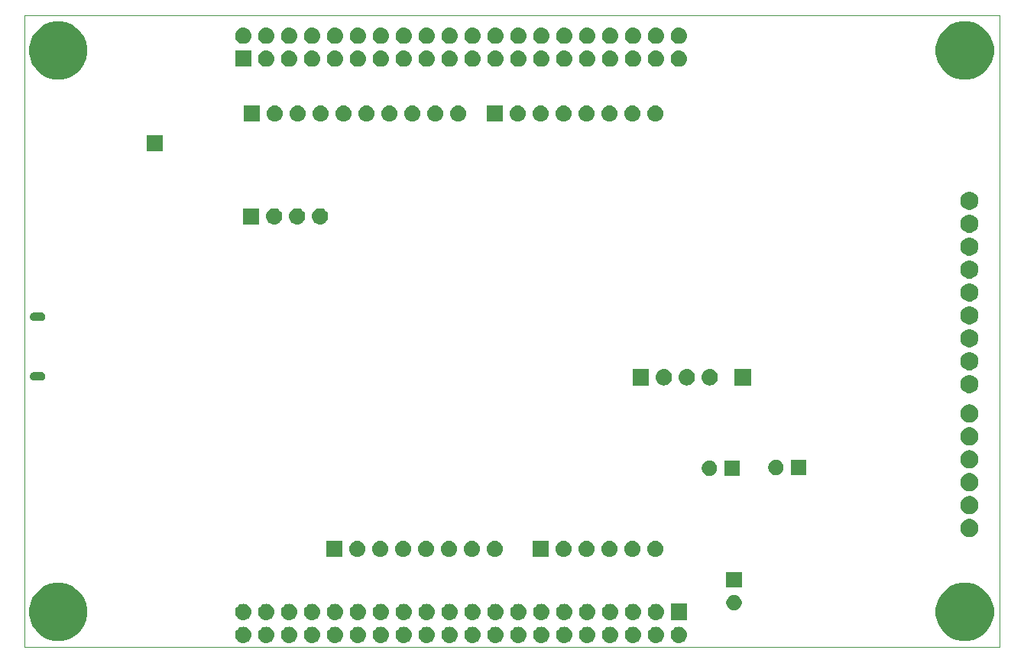
<source format=gbr>
G04 #@! TF.GenerationSoftware,KiCad,Pcbnew,5.1.4-e60b266~84~ubuntu16.04.1*
G04 #@! TF.CreationDate,2019-11-28T11:55:18+01:00*
G04 #@! TF.ProjectId,SRAM_board,5352414d-5f62-46f6-9172-642e6b696361,A*
G04 #@! TF.SameCoordinates,Original*
G04 #@! TF.FileFunction,Soldermask,Bot*
G04 #@! TF.FilePolarity,Negative*
%FSLAX46Y46*%
G04 Gerber Fmt 4.6, Leading zero omitted, Abs format (unit mm)*
G04 Created by KiCad (PCBNEW 5.1.4-e60b266~84~ubuntu16.04.1) date 2019-11-28 11:55:18*
%MOMM*%
%LPD*%
G04 APERTURE LIST*
%ADD10C,0.050000*%
%ADD11C,0.150000*%
G04 APERTURE END LIST*
D10*
X104280000Y66110000D02*
X104280000Y66030000D01*
X104280000Y-3885000D02*
X104280000Y-3800000D01*
X-3720000Y-3800000D02*
X-3720000Y-3885000D01*
X-3720000Y66030000D02*
X-3720000Y66110000D01*
X104280000Y-3800000D02*
X104280000Y66030000D01*
X-3720000Y-3885000D02*
X104280000Y-3885000D01*
X-3720000Y66110000D02*
X104280000Y66110000D01*
X-3720000Y-3800000D02*
X-3720000Y66030000D01*
D11*
G36*
X68870443Y-1645519D02*
G01*
X68936627Y-1652037D01*
X69106466Y-1703557D01*
X69262991Y-1787222D01*
X69298729Y-1816552D01*
X69400186Y-1899814D01*
X69483448Y-2001271D01*
X69512778Y-2037009D01*
X69596443Y-2193534D01*
X69647963Y-2363373D01*
X69665359Y-2540000D01*
X69647963Y-2716627D01*
X69596443Y-2886466D01*
X69512778Y-3042991D01*
X69483448Y-3078729D01*
X69400186Y-3180186D01*
X69298729Y-3263448D01*
X69262991Y-3292778D01*
X69106466Y-3376443D01*
X68936627Y-3427963D01*
X68870443Y-3434481D01*
X68804260Y-3441000D01*
X68715740Y-3441000D01*
X68649557Y-3434481D01*
X68583373Y-3427963D01*
X68413534Y-3376443D01*
X68257009Y-3292778D01*
X68221271Y-3263448D01*
X68119814Y-3180186D01*
X68036552Y-3078729D01*
X68007222Y-3042991D01*
X67923557Y-2886466D01*
X67872037Y-2716627D01*
X67854641Y-2540000D01*
X67872037Y-2363373D01*
X67923557Y-2193534D01*
X68007222Y-2037009D01*
X68036552Y-2001271D01*
X68119814Y-1899814D01*
X68221271Y-1816552D01*
X68257009Y-1787222D01*
X68413534Y-1703557D01*
X68583373Y-1652037D01*
X68649558Y-1645518D01*
X68715740Y-1639000D01*
X68804260Y-1639000D01*
X68870443Y-1645519D01*
X68870443Y-1645519D01*
G37*
G36*
X43470443Y-1645519D02*
G01*
X43536627Y-1652037D01*
X43706466Y-1703557D01*
X43862991Y-1787222D01*
X43898729Y-1816552D01*
X44000186Y-1899814D01*
X44083448Y-2001271D01*
X44112778Y-2037009D01*
X44196443Y-2193534D01*
X44247963Y-2363373D01*
X44265359Y-2540000D01*
X44247963Y-2716627D01*
X44196443Y-2886466D01*
X44112778Y-3042991D01*
X44083448Y-3078729D01*
X44000186Y-3180186D01*
X43898729Y-3263448D01*
X43862991Y-3292778D01*
X43706466Y-3376443D01*
X43536627Y-3427963D01*
X43470443Y-3434481D01*
X43404260Y-3441000D01*
X43315740Y-3441000D01*
X43249557Y-3434481D01*
X43183373Y-3427963D01*
X43013534Y-3376443D01*
X42857009Y-3292778D01*
X42821271Y-3263448D01*
X42719814Y-3180186D01*
X42636552Y-3078729D01*
X42607222Y-3042991D01*
X42523557Y-2886466D01*
X42472037Y-2716627D01*
X42454641Y-2540000D01*
X42472037Y-2363373D01*
X42523557Y-2193534D01*
X42607222Y-2037009D01*
X42636552Y-2001271D01*
X42719814Y-1899814D01*
X42821271Y-1816552D01*
X42857009Y-1787222D01*
X43013534Y-1703557D01*
X43183373Y-1652037D01*
X43249557Y-1645519D01*
X43315740Y-1639000D01*
X43404260Y-1639000D01*
X43470443Y-1645519D01*
X43470443Y-1645519D01*
G37*
G36*
X20610443Y-1645519D02*
G01*
X20676627Y-1652037D01*
X20846466Y-1703557D01*
X21002991Y-1787222D01*
X21038729Y-1816552D01*
X21140186Y-1899814D01*
X21223448Y-2001271D01*
X21252778Y-2037009D01*
X21336443Y-2193534D01*
X21387963Y-2363373D01*
X21405359Y-2540000D01*
X21387963Y-2716627D01*
X21336443Y-2886466D01*
X21252778Y-3042991D01*
X21223448Y-3078729D01*
X21140186Y-3180186D01*
X21038729Y-3263448D01*
X21002991Y-3292778D01*
X20846466Y-3376443D01*
X20676627Y-3427963D01*
X20610443Y-3434481D01*
X20544260Y-3441000D01*
X20455740Y-3441000D01*
X20389557Y-3434481D01*
X20323373Y-3427963D01*
X20153534Y-3376443D01*
X19997009Y-3292778D01*
X19961271Y-3263448D01*
X19859814Y-3180186D01*
X19776552Y-3078729D01*
X19747222Y-3042991D01*
X19663557Y-2886466D01*
X19612037Y-2716627D01*
X19594641Y-2540000D01*
X19612037Y-2363373D01*
X19663557Y-2193534D01*
X19747222Y-2037009D01*
X19776552Y-2001271D01*
X19859814Y-1899814D01*
X19961271Y-1816552D01*
X19997009Y-1787222D01*
X20153534Y-1703557D01*
X20323373Y-1652037D01*
X20389557Y-1645519D01*
X20455740Y-1639000D01*
X20544260Y-1639000D01*
X20610443Y-1645519D01*
X20610443Y-1645519D01*
G37*
G36*
X23150443Y-1645519D02*
G01*
X23216627Y-1652037D01*
X23386466Y-1703557D01*
X23542991Y-1787222D01*
X23578729Y-1816552D01*
X23680186Y-1899814D01*
X23763448Y-2001271D01*
X23792778Y-2037009D01*
X23876443Y-2193534D01*
X23927963Y-2363373D01*
X23945359Y-2540000D01*
X23927963Y-2716627D01*
X23876443Y-2886466D01*
X23792778Y-3042991D01*
X23763448Y-3078729D01*
X23680186Y-3180186D01*
X23578729Y-3263448D01*
X23542991Y-3292778D01*
X23386466Y-3376443D01*
X23216627Y-3427963D01*
X23150443Y-3434481D01*
X23084260Y-3441000D01*
X22995740Y-3441000D01*
X22929557Y-3434481D01*
X22863373Y-3427963D01*
X22693534Y-3376443D01*
X22537009Y-3292778D01*
X22501271Y-3263448D01*
X22399814Y-3180186D01*
X22316552Y-3078729D01*
X22287222Y-3042991D01*
X22203557Y-2886466D01*
X22152037Y-2716627D01*
X22134641Y-2540000D01*
X22152037Y-2363373D01*
X22203557Y-2193534D01*
X22287222Y-2037009D01*
X22316552Y-2001271D01*
X22399814Y-1899814D01*
X22501271Y-1816552D01*
X22537009Y-1787222D01*
X22693534Y-1703557D01*
X22863373Y-1652037D01*
X22929557Y-1645519D01*
X22995740Y-1639000D01*
X23084260Y-1639000D01*
X23150443Y-1645519D01*
X23150443Y-1645519D01*
G37*
G36*
X25690443Y-1645519D02*
G01*
X25756627Y-1652037D01*
X25926466Y-1703557D01*
X26082991Y-1787222D01*
X26118729Y-1816552D01*
X26220186Y-1899814D01*
X26303448Y-2001271D01*
X26332778Y-2037009D01*
X26416443Y-2193534D01*
X26467963Y-2363373D01*
X26485359Y-2540000D01*
X26467963Y-2716627D01*
X26416443Y-2886466D01*
X26332778Y-3042991D01*
X26303448Y-3078729D01*
X26220186Y-3180186D01*
X26118729Y-3263448D01*
X26082991Y-3292778D01*
X25926466Y-3376443D01*
X25756627Y-3427963D01*
X25690443Y-3434481D01*
X25624260Y-3441000D01*
X25535740Y-3441000D01*
X25469557Y-3434481D01*
X25403373Y-3427963D01*
X25233534Y-3376443D01*
X25077009Y-3292778D01*
X25041271Y-3263448D01*
X24939814Y-3180186D01*
X24856552Y-3078729D01*
X24827222Y-3042991D01*
X24743557Y-2886466D01*
X24692037Y-2716627D01*
X24674641Y-2540000D01*
X24692037Y-2363373D01*
X24743557Y-2193534D01*
X24827222Y-2037009D01*
X24856552Y-2001271D01*
X24939814Y-1899814D01*
X25041271Y-1816552D01*
X25077009Y-1787222D01*
X25233534Y-1703557D01*
X25403373Y-1652037D01*
X25469557Y-1645519D01*
X25535740Y-1639000D01*
X25624260Y-1639000D01*
X25690443Y-1645519D01*
X25690443Y-1645519D01*
G37*
G36*
X28230443Y-1645519D02*
G01*
X28296627Y-1652037D01*
X28466466Y-1703557D01*
X28622991Y-1787222D01*
X28658729Y-1816552D01*
X28760186Y-1899814D01*
X28843448Y-2001271D01*
X28872778Y-2037009D01*
X28956443Y-2193534D01*
X29007963Y-2363373D01*
X29025359Y-2540000D01*
X29007963Y-2716627D01*
X28956443Y-2886466D01*
X28872778Y-3042991D01*
X28843448Y-3078729D01*
X28760186Y-3180186D01*
X28658729Y-3263448D01*
X28622991Y-3292778D01*
X28466466Y-3376443D01*
X28296627Y-3427963D01*
X28230443Y-3434481D01*
X28164260Y-3441000D01*
X28075740Y-3441000D01*
X28009557Y-3434481D01*
X27943373Y-3427963D01*
X27773534Y-3376443D01*
X27617009Y-3292778D01*
X27581271Y-3263448D01*
X27479814Y-3180186D01*
X27396552Y-3078729D01*
X27367222Y-3042991D01*
X27283557Y-2886466D01*
X27232037Y-2716627D01*
X27214641Y-2540000D01*
X27232037Y-2363373D01*
X27283557Y-2193534D01*
X27367222Y-2037009D01*
X27396552Y-2001271D01*
X27479814Y-1899814D01*
X27581271Y-1816552D01*
X27617009Y-1787222D01*
X27773534Y-1703557D01*
X27943373Y-1652037D01*
X28009557Y-1645519D01*
X28075740Y-1639000D01*
X28164260Y-1639000D01*
X28230443Y-1645519D01*
X28230443Y-1645519D01*
G37*
G36*
X30770443Y-1645519D02*
G01*
X30836627Y-1652037D01*
X31006466Y-1703557D01*
X31162991Y-1787222D01*
X31198729Y-1816552D01*
X31300186Y-1899814D01*
X31383448Y-2001271D01*
X31412778Y-2037009D01*
X31496443Y-2193534D01*
X31547963Y-2363373D01*
X31565359Y-2540000D01*
X31547963Y-2716627D01*
X31496443Y-2886466D01*
X31412778Y-3042991D01*
X31383448Y-3078729D01*
X31300186Y-3180186D01*
X31198729Y-3263448D01*
X31162991Y-3292778D01*
X31006466Y-3376443D01*
X30836627Y-3427963D01*
X30770443Y-3434481D01*
X30704260Y-3441000D01*
X30615740Y-3441000D01*
X30549557Y-3434481D01*
X30483373Y-3427963D01*
X30313534Y-3376443D01*
X30157009Y-3292778D01*
X30121271Y-3263448D01*
X30019814Y-3180186D01*
X29936552Y-3078729D01*
X29907222Y-3042991D01*
X29823557Y-2886466D01*
X29772037Y-2716627D01*
X29754641Y-2540000D01*
X29772037Y-2363373D01*
X29823557Y-2193534D01*
X29907222Y-2037009D01*
X29936552Y-2001271D01*
X30019814Y-1899814D01*
X30121271Y-1816552D01*
X30157009Y-1787222D01*
X30313534Y-1703557D01*
X30483373Y-1652037D01*
X30549557Y-1645519D01*
X30615740Y-1639000D01*
X30704260Y-1639000D01*
X30770443Y-1645519D01*
X30770443Y-1645519D01*
G37*
G36*
X33310443Y-1645519D02*
G01*
X33376627Y-1652037D01*
X33546466Y-1703557D01*
X33702991Y-1787222D01*
X33738729Y-1816552D01*
X33840186Y-1899814D01*
X33923448Y-2001271D01*
X33952778Y-2037009D01*
X34036443Y-2193534D01*
X34087963Y-2363373D01*
X34105359Y-2540000D01*
X34087963Y-2716627D01*
X34036443Y-2886466D01*
X33952778Y-3042991D01*
X33923448Y-3078729D01*
X33840186Y-3180186D01*
X33738729Y-3263448D01*
X33702991Y-3292778D01*
X33546466Y-3376443D01*
X33376627Y-3427963D01*
X33310443Y-3434481D01*
X33244260Y-3441000D01*
X33155740Y-3441000D01*
X33089557Y-3434481D01*
X33023373Y-3427963D01*
X32853534Y-3376443D01*
X32697009Y-3292778D01*
X32661271Y-3263448D01*
X32559814Y-3180186D01*
X32476552Y-3078729D01*
X32447222Y-3042991D01*
X32363557Y-2886466D01*
X32312037Y-2716627D01*
X32294641Y-2540000D01*
X32312037Y-2363373D01*
X32363557Y-2193534D01*
X32447222Y-2037009D01*
X32476552Y-2001271D01*
X32559814Y-1899814D01*
X32661271Y-1816552D01*
X32697009Y-1787222D01*
X32853534Y-1703557D01*
X33023373Y-1652037D01*
X33089557Y-1645519D01*
X33155740Y-1639000D01*
X33244260Y-1639000D01*
X33310443Y-1645519D01*
X33310443Y-1645519D01*
G37*
G36*
X35850443Y-1645519D02*
G01*
X35916627Y-1652037D01*
X36086466Y-1703557D01*
X36242991Y-1787222D01*
X36278729Y-1816552D01*
X36380186Y-1899814D01*
X36463448Y-2001271D01*
X36492778Y-2037009D01*
X36576443Y-2193534D01*
X36627963Y-2363373D01*
X36645359Y-2540000D01*
X36627963Y-2716627D01*
X36576443Y-2886466D01*
X36492778Y-3042991D01*
X36463448Y-3078729D01*
X36380186Y-3180186D01*
X36278729Y-3263448D01*
X36242991Y-3292778D01*
X36086466Y-3376443D01*
X35916627Y-3427963D01*
X35850443Y-3434481D01*
X35784260Y-3441000D01*
X35695740Y-3441000D01*
X35629557Y-3434481D01*
X35563373Y-3427963D01*
X35393534Y-3376443D01*
X35237009Y-3292778D01*
X35201271Y-3263448D01*
X35099814Y-3180186D01*
X35016552Y-3078729D01*
X34987222Y-3042991D01*
X34903557Y-2886466D01*
X34852037Y-2716627D01*
X34834641Y-2540000D01*
X34852037Y-2363373D01*
X34903557Y-2193534D01*
X34987222Y-2037009D01*
X35016552Y-2001271D01*
X35099814Y-1899814D01*
X35201271Y-1816552D01*
X35237009Y-1787222D01*
X35393534Y-1703557D01*
X35563373Y-1652037D01*
X35629557Y-1645519D01*
X35695740Y-1639000D01*
X35784260Y-1639000D01*
X35850443Y-1645519D01*
X35850443Y-1645519D01*
G37*
G36*
X38390443Y-1645519D02*
G01*
X38456627Y-1652037D01*
X38626466Y-1703557D01*
X38782991Y-1787222D01*
X38818729Y-1816552D01*
X38920186Y-1899814D01*
X39003448Y-2001271D01*
X39032778Y-2037009D01*
X39116443Y-2193534D01*
X39167963Y-2363373D01*
X39185359Y-2540000D01*
X39167963Y-2716627D01*
X39116443Y-2886466D01*
X39032778Y-3042991D01*
X39003448Y-3078729D01*
X38920186Y-3180186D01*
X38818729Y-3263448D01*
X38782991Y-3292778D01*
X38626466Y-3376443D01*
X38456627Y-3427963D01*
X38390443Y-3434481D01*
X38324260Y-3441000D01*
X38235740Y-3441000D01*
X38169557Y-3434481D01*
X38103373Y-3427963D01*
X37933534Y-3376443D01*
X37777009Y-3292778D01*
X37741271Y-3263448D01*
X37639814Y-3180186D01*
X37556552Y-3078729D01*
X37527222Y-3042991D01*
X37443557Y-2886466D01*
X37392037Y-2716627D01*
X37374641Y-2540000D01*
X37392037Y-2363373D01*
X37443557Y-2193534D01*
X37527222Y-2037009D01*
X37556552Y-2001271D01*
X37639814Y-1899814D01*
X37741271Y-1816552D01*
X37777009Y-1787222D01*
X37933534Y-1703557D01*
X38103373Y-1652037D01*
X38169557Y-1645519D01*
X38235740Y-1639000D01*
X38324260Y-1639000D01*
X38390443Y-1645519D01*
X38390443Y-1645519D01*
G37*
G36*
X40930443Y-1645519D02*
G01*
X40996627Y-1652037D01*
X41166466Y-1703557D01*
X41322991Y-1787222D01*
X41358729Y-1816552D01*
X41460186Y-1899814D01*
X41543448Y-2001271D01*
X41572778Y-2037009D01*
X41656443Y-2193534D01*
X41707963Y-2363373D01*
X41725359Y-2540000D01*
X41707963Y-2716627D01*
X41656443Y-2886466D01*
X41572778Y-3042991D01*
X41543448Y-3078729D01*
X41460186Y-3180186D01*
X41358729Y-3263448D01*
X41322991Y-3292778D01*
X41166466Y-3376443D01*
X40996627Y-3427963D01*
X40930443Y-3434481D01*
X40864260Y-3441000D01*
X40775740Y-3441000D01*
X40709557Y-3434481D01*
X40643373Y-3427963D01*
X40473534Y-3376443D01*
X40317009Y-3292778D01*
X40281271Y-3263448D01*
X40179814Y-3180186D01*
X40096552Y-3078729D01*
X40067222Y-3042991D01*
X39983557Y-2886466D01*
X39932037Y-2716627D01*
X39914641Y-2540000D01*
X39932037Y-2363373D01*
X39983557Y-2193534D01*
X40067222Y-2037009D01*
X40096552Y-2001271D01*
X40179814Y-1899814D01*
X40281271Y-1816552D01*
X40317009Y-1787222D01*
X40473534Y-1703557D01*
X40643373Y-1652037D01*
X40709557Y-1645519D01*
X40775740Y-1639000D01*
X40864260Y-1639000D01*
X40930443Y-1645519D01*
X40930443Y-1645519D01*
G37*
G36*
X48550443Y-1645519D02*
G01*
X48616627Y-1652037D01*
X48786466Y-1703557D01*
X48942991Y-1787222D01*
X48978729Y-1816552D01*
X49080186Y-1899814D01*
X49163448Y-2001271D01*
X49192778Y-2037009D01*
X49276443Y-2193534D01*
X49327963Y-2363373D01*
X49345359Y-2540000D01*
X49327963Y-2716627D01*
X49276443Y-2886466D01*
X49192778Y-3042991D01*
X49163448Y-3078729D01*
X49080186Y-3180186D01*
X48978729Y-3263448D01*
X48942991Y-3292778D01*
X48786466Y-3376443D01*
X48616627Y-3427963D01*
X48550443Y-3434481D01*
X48484260Y-3441000D01*
X48395740Y-3441000D01*
X48329557Y-3434481D01*
X48263373Y-3427963D01*
X48093534Y-3376443D01*
X47937009Y-3292778D01*
X47901271Y-3263448D01*
X47799814Y-3180186D01*
X47716552Y-3078729D01*
X47687222Y-3042991D01*
X47603557Y-2886466D01*
X47552037Y-2716627D01*
X47534641Y-2540000D01*
X47552037Y-2363373D01*
X47603557Y-2193534D01*
X47687222Y-2037009D01*
X47716552Y-2001271D01*
X47799814Y-1899814D01*
X47901271Y-1816552D01*
X47937009Y-1787222D01*
X48093534Y-1703557D01*
X48263373Y-1652037D01*
X48329557Y-1645519D01*
X48395740Y-1639000D01*
X48484260Y-1639000D01*
X48550443Y-1645519D01*
X48550443Y-1645519D01*
G37*
G36*
X46010443Y-1645519D02*
G01*
X46076627Y-1652037D01*
X46246466Y-1703557D01*
X46402991Y-1787222D01*
X46438729Y-1816552D01*
X46540186Y-1899814D01*
X46623448Y-2001271D01*
X46652778Y-2037009D01*
X46736443Y-2193534D01*
X46787963Y-2363373D01*
X46805359Y-2540000D01*
X46787963Y-2716627D01*
X46736443Y-2886466D01*
X46652778Y-3042991D01*
X46623448Y-3078729D01*
X46540186Y-3180186D01*
X46438729Y-3263448D01*
X46402991Y-3292778D01*
X46246466Y-3376443D01*
X46076627Y-3427963D01*
X46010443Y-3434481D01*
X45944260Y-3441000D01*
X45855740Y-3441000D01*
X45789557Y-3434481D01*
X45723373Y-3427963D01*
X45553534Y-3376443D01*
X45397009Y-3292778D01*
X45361271Y-3263448D01*
X45259814Y-3180186D01*
X45176552Y-3078729D01*
X45147222Y-3042991D01*
X45063557Y-2886466D01*
X45012037Y-2716627D01*
X44994641Y-2540000D01*
X45012037Y-2363373D01*
X45063557Y-2193534D01*
X45147222Y-2037009D01*
X45176552Y-2001271D01*
X45259814Y-1899814D01*
X45361271Y-1816552D01*
X45397009Y-1787222D01*
X45553534Y-1703557D01*
X45723373Y-1652037D01*
X45789557Y-1645519D01*
X45855740Y-1639000D01*
X45944260Y-1639000D01*
X46010443Y-1645519D01*
X46010443Y-1645519D01*
G37*
G36*
X66330443Y-1645519D02*
G01*
X66396627Y-1652037D01*
X66566466Y-1703557D01*
X66722991Y-1787222D01*
X66758729Y-1816552D01*
X66860186Y-1899814D01*
X66943448Y-2001271D01*
X66972778Y-2037009D01*
X67056443Y-2193534D01*
X67107963Y-2363373D01*
X67125359Y-2540000D01*
X67107963Y-2716627D01*
X67056443Y-2886466D01*
X66972778Y-3042991D01*
X66943448Y-3078729D01*
X66860186Y-3180186D01*
X66758729Y-3263448D01*
X66722991Y-3292778D01*
X66566466Y-3376443D01*
X66396627Y-3427963D01*
X66330443Y-3434481D01*
X66264260Y-3441000D01*
X66175740Y-3441000D01*
X66109557Y-3434481D01*
X66043373Y-3427963D01*
X65873534Y-3376443D01*
X65717009Y-3292778D01*
X65681271Y-3263448D01*
X65579814Y-3180186D01*
X65496552Y-3078729D01*
X65467222Y-3042991D01*
X65383557Y-2886466D01*
X65332037Y-2716627D01*
X65314641Y-2540000D01*
X65332037Y-2363373D01*
X65383557Y-2193534D01*
X65467222Y-2037009D01*
X65496552Y-2001271D01*
X65579814Y-1899814D01*
X65681271Y-1816552D01*
X65717009Y-1787222D01*
X65873534Y-1703557D01*
X66043373Y-1652037D01*
X66109558Y-1645518D01*
X66175740Y-1639000D01*
X66264260Y-1639000D01*
X66330443Y-1645519D01*
X66330443Y-1645519D01*
G37*
G36*
X63790443Y-1645519D02*
G01*
X63856627Y-1652037D01*
X64026466Y-1703557D01*
X64182991Y-1787222D01*
X64218729Y-1816552D01*
X64320186Y-1899814D01*
X64403448Y-2001271D01*
X64432778Y-2037009D01*
X64516443Y-2193534D01*
X64567963Y-2363373D01*
X64585359Y-2540000D01*
X64567963Y-2716627D01*
X64516443Y-2886466D01*
X64432778Y-3042991D01*
X64403448Y-3078729D01*
X64320186Y-3180186D01*
X64218729Y-3263448D01*
X64182991Y-3292778D01*
X64026466Y-3376443D01*
X63856627Y-3427963D01*
X63790443Y-3434481D01*
X63724260Y-3441000D01*
X63635740Y-3441000D01*
X63569557Y-3434481D01*
X63503373Y-3427963D01*
X63333534Y-3376443D01*
X63177009Y-3292778D01*
X63141271Y-3263448D01*
X63039814Y-3180186D01*
X62956552Y-3078729D01*
X62927222Y-3042991D01*
X62843557Y-2886466D01*
X62792037Y-2716627D01*
X62774641Y-2540000D01*
X62792037Y-2363373D01*
X62843557Y-2193534D01*
X62927222Y-2037009D01*
X62956552Y-2001271D01*
X63039814Y-1899814D01*
X63141271Y-1816552D01*
X63177009Y-1787222D01*
X63333534Y-1703557D01*
X63503373Y-1652037D01*
X63569558Y-1645518D01*
X63635740Y-1639000D01*
X63724260Y-1639000D01*
X63790443Y-1645519D01*
X63790443Y-1645519D01*
G37*
G36*
X61250443Y-1645519D02*
G01*
X61316627Y-1652037D01*
X61486466Y-1703557D01*
X61642991Y-1787222D01*
X61678729Y-1816552D01*
X61780186Y-1899814D01*
X61863448Y-2001271D01*
X61892778Y-2037009D01*
X61976443Y-2193534D01*
X62027963Y-2363373D01*
X62045359Y-2540000D01*
X62027963Y-2716627D01*
X61976443Y-2886466D01*
X61892778Y-3042991D01*
X61863448Y-3078729D01*
X61780186Y-3180186D01*
X61678729Y-3263448D01*
X61642991Y-3292778D01*
X61486466Y-3376443D01*
X61316627Y-3427963D01*
X61250443Y-3434481D01*
X61184260Y-3441000D01*
X61095740Y-3441000D01*
X61029557Y-3434481D01*
X60963373Y-3427963D01*
X60793534Y-3376443D01*
X60637009Y-3292778D01*
X60601271Y-3263448D01*
X60499814Y-3180186D01*
X60416552Y-3078729D01*
X60387222Y-3042991D01*
X60303557Y-2886466D01*
X60252037Y-2716627D01*
X60234641Y-2540000D01*
X60252037Y-2363373D01*
X60303557Y-2193534D01*
X60387222Y-2037009D01*
X60416552Y-2001271D01*
X60499814Y-1899814D01*
X60601271Y-1816552D01*
X60637009Y-1787222D01*
X60793534Y-1703557D01*
X60963373Y-1652037D01*
X61029558Y-1645518D01*
X61095740Y-1639000D01*
X61184260Y-1639000D01*
X61250443Y-1645519D01*
X61250443Y-1645519D01*
G37*
G36*
X56170443Y-1645519D02*
G01*
X56236627Y-1652037D01*
X56406466Y-1703557D01*
X56562991Y-1787222D01*
X56598729Y-1816552D01*
X56700186Y-1899814D01*
X56783448Y-2001271D01*
X56812778Y-2037009D01*
X56896443Y-2193534D01*
X56947963Y-2363373D01*
X56965359Y-2540000D01*
X56947963Y-2716627D01*
X56896443Y-2886466D01*
X56812778Y-3042991D01*
X56783448Y-3078729D01*
X56700186Y-3180186D01*
X56598729Y-3263448D01*
X56562991Y-3292778D01*
X56406466Y-3376443D01*
X56236627Y-3427963D01*
X56170443Y-3434481D01*
X56104260Y-3441000D01*
X56015740Y-3441000D01*
X55949557Y-3434481D01*
X55883373Y-3427963D01*
X55713534Y-3376443D01*
X55557009Y-3292778D01*
X55521271Y-3263448D01*
X55419814Y-3180186D01*
X55336552Y-3078729D01*
X55307222Y-3042991D01*
X55223557Y-2886466D01*
X55172037Y-2716627D01*
X55154641Y-2540000D01*
X55172037Y-2363373D01*
X55223557Y-2193534D01*
X55307222Y-2037009D01*
X55336552Y-2001271D01*
X55419814Y-1899814D01*
X55521271Y-1816552D01*
X55557009Y-1787222D01*
X55713534Y-1703557D01*
X55883373Y-1652037D01*
X55949558Y-1645518D01*
X56015740Y-1639000D01*
X56104260Y-1639000D01*
X56170443Y-1645519D01*
X56170443Y-1645519D01*
G37*
G36*
X53630443Y-1645519D02*
G01*
X53696627Y-1652037D01*
X53866466Y-1703557D01*
X54022991Y-1787222D01*
X54058729Y-1816552D01*
X54160186Y-1899814D01*
X54243448Y-2001271D01*
X54272778Y-2037009D01*
X54356443Y-2193534D01*
X54407963Y-2363373D01*
X54425359Y-2540000D01*
X54407963Y-2716627D01*
X54356443Y-2886466D01*
X54272778Y-3042991D01*
X54243448Y-3078729D01*
X54160186Y-3180186D01*
X54058729Y-3263448D01*
X54022991Y-3292778D01*
X53866466Y-3376443D01*
X53696627Y-3427963D01*
X53630443Y-3434481D01*
X53564260Y-3441000D01*
X53475740Y-3441000D01*
X53409557Y-3434481D01*
X53343373Y-3427963D01*
X53173534Y-3376443D01*
X53017009Y-3292778D01*
X52981271Y-3263448D01*
X52879814Y-3180186D01*
X52796552Y-3078729D01*
X52767222Y-3042991D01*
X52683557Y-2886466D01*
X52632037Y-2716627D01*
X52614641Y-2540000D01*
X52632037Y-2363373D01*
X52683557Y-2193534D01*
X52767222Y-2037009D01*
X52796552Y-2001271D01*
X52879814Y-1899814D01*
X52981271Y-1816552D01*
X53017009Y-1787222D01*
X53173534Y-1703557D01*
X53343373Y-1652037D01*
X53409558Y-1645518D01*
X53475740Y-1639000D01*
X53564260Y-1639000D01*
X53630443Y-1645519D01*
X53630443Y-1645519D01*
G37*
G36*
X51090443Y-1645519D02*
G01*
X51156627Y-1652037D01*
X51326466Y-1703557D01*
X51482991Y-1787222D01*
X51518729Y-1816552D01*
X51620186Y-1899814D01*
X51703448Y-2001271D01*
X51732778Y-2037009D01*
X51816443Y-2193534D01*
X51867963Y-2363373D01*
X51885359Y-2540000D01*
X51867963Y-2716627D01*
X51816443Y-2886466D01*
X51732778Y-3042991D01*
X51703448Y-3078729D01*
X51620186Y-3180186D01*
X51518729Y-3263448D01*
X51482991Y-3292778D01*
X51326466Y-3376443D01*
X51156627Y-3427963D01*
X51090443Y-3434481D01*
X51024260Y-3441000D01*
X50935740Y-3441000D01*
X50869557Y-3434481D01*
X50803373Y-3427963D01*
X50633534Y-3376443D01*
X50477009Y-3292778D01*
X50441271Y-3263448D01*
X50339814Y-3180186D01*
X50256552Y-3078729D01*
X50227222Y-3042991D01*
X50143557Y-2886466D01*
X50092037Y-2716627D01*
X50074641Y-2540000D01*
X50092037Y-2363373D01*
X50143557Y-2193534D01*
X50227222Y-2037009D01*
X50256552Y-2001271D01*
X50339814Y-1899814D01*
X50441271Y-1816552D01*
X50477009Y-1787222D01*
X50633534Y-1703557D01*
X50803373Y-1652037D01*
X50869558Y-1645518D01*
X50935740Y-1639000D01*
X51024260Y-1639000D01*
X51090443Y-1645519D01*
X51090443Y-1645519D01*
G37*
G36*
X58710443Y-1645519D02*
G01*
X58776627Y-1652037D01*
X58946466Y-1703557D01*
X59102991Y-1787222D01*
X59138729Y-1816552D01*
X59240186Y-1899814D01*
X59323448Y-2001271D01*
X59352778Y-2037009D01*
X59436443Y-2193534D01*
X59487963Y-2363373D01*
X59505359Y-2540000D01*
X59487963Y-2716627D01*
X59436443Y-2886466D01*
X59352778Y-3042991D01*
X59323448Y-3078729D01*
X59240186Y-3180186D01*
X59138729Y-3263448D01*
X59102991Y-3292778D01*
X58946466Y-3376443D01*
X58776627Y-3427963D01*
X58710443Y-3434481D01*
X58644260Y-3441000D01*
X58555740Y-3441000D01*
X58489557Y-3434481D01*
X58423373Y-3427963D01*
X58253534Y-3376443D01*
X58097009Y-3292778D01*
X58061271Y-3263448D01*
X57959814Y-3180186D01*
X57876552Y-3078729D01*
X57847222Y-3042991D01*
X57763557Y-2886466D01*
X57712037Y-2716627D01*
X57694641Y-2540000D01*
X57712037Y-2363373D01*
X57763557Y-2193534D01*
X57847222Y-2037009D01*
X57876552Y-2001271D01*
X57959814Y-1899814D01*
X58061271Y-1816552D01*
X58097009Y-1787222D01*
X58253534Y-1703557D01*
X58423373Y-1652037D01*
X58489558Y-1645518D01*
X58555740Y-1639000D01*
X58644260Y-1639000D01*
X58710443Y-1645519D01*
X58710443Y-1645519D01*
G37*
G36*
X940988Y3102027D02*
G01*
X1528082Y2858845D01*
X1528084Y2858844D01*
X2056455Y2505798D01*
X2505798Y2056455D01*
X2858844Y1528084D01*
X2858845Y1528082D01*
X3102027Y940988D01*
X3226000Y317735D01*
X3226000Y-317735D01*
X3102027Y-940988D01*
X2858845Y-1528082D01*
X2858844Y-1528084D01*
X2505798Y-2056455D01*
X2056455Y-2505798D01*
X1528084Y-2858844D01*
X1528083Y-2858845D01*
X1528082Y-2858845D01*
X940988Y-3102027D01*
X317735Y-3226000D01*
X-317735Y-3226000D01*
X-940988Y-3102027D01*
X-1528082Y-2858845D01*
X-1528083Y-2858845D01*
X-1528084Y-2858844D01*
X-2056455Y-2505798D01*
X-2505798Y-2056455D01*
X-2858844Y-1528084D01*
X-2858845Y-1528082D01*
X-3102027Y-940988D01*
X-3226000Y-317735D01*
X-3226000Y317735D01*
X-3102027Y940988D01*
X-2858845Y1528082D01*
X-2858844Y1528084D01*
X-2505798Y2056455D01*
X-2056455Y2505798D01*
X-1528084Y2858844D01*
X-1528082Y2858845D01*
X-940988Y3102027D01*
X-317735Y3226000D01*
X317735Y3226000D01*
X940988Y3102027D01*
X940988Y3102027D01*
G37*
G36*
X101380988Y3102027D02*
G01*
X101968082Y2858845D01*
X101968084Y2858844D01*
X102496455Y2505798D01*
X102945798Y2056455D01*
X103298844Y1528084D01*
X103298845Y1528082D01*
X103542027Y940988D01*
X103666000Y317735D01*
X103666000Y-317735D01*
X103542027Y-940988D01*
X103298845Y-1528082D01*
X103298844Y-1528084D01*
X102945798Y-2056455D01*
X102496455Y-2505798D01*
X101968084Y-2858844D01*
X101968083Y-2858845D01*
X101968082Y-2858845D01*
X101380988Y-3102027D01*
X100757735Y-3226000D01*
X100122265Y-3226000D01*
X99499012Y-3102027D01*
X98911918Y-2858845D01*
X98911917Y-2858845D01*
X98911916Y-2858844D01*
X98383545Y-2505798D01*
X97934202Y-2056455D01*
X97581156Y-1528084D01*
X97581155Y-1528082D01*
X97337973Y-940988D01*
X97214000Y-317735D01*
X97214000Y317735D01*
X97337973Y940988D01*
X97581155Y1528082D01*
X97581156Y1528084D01*
X97934202Y2056455D01*
X98383545Y2505798D01*
X98911916Y2858844D01*
X98911918Y2858845D01*
X99499012Y3102027D01*
X100122265Y3226000D01*
X100757735Y3226000D01*
X101380988Y3102027D01*
X101380988Y3102027D01*
G37*
G36*
X46010442Y894482D02*
G01*
X46076627Y887963D01*
X46246466Y836443D01*
X46402991Y752778D01*
X46438729Y723448D01*
X46540186Y640186D01*
X46623448Y538729D01*
X46652778Y502991D01*
X46736443Y346466D01*
X46787963Y176627D01*
X46805359Y0D01*
X46787963Y-176627D01*
X46736443Y-346466D01*
X46652778Y-502991D01*
X46623448Y-538729D01*
X46540186Y-640186D01*
X46438729Y-723448D01*
X46402991Y-752778D01*
X46246466Y-836443D01*
X46076627Y-887963D01*
X46010442Y-894482D01*
X45944260Y-901000D01*
X45855740Y-901000D01*
X45789558Y-894482D01*
X45723373Y-887963D01*
X45553534Y-836443D01*
X45397009Y-752778D01*
X45361271Y-723448D01*
X45259814Y-640186D01*
X45176552Y-538729D01*
X45147222Y-502991D01*
X45063557Y-346466D01*
X45012037Y-176627D01*
X44994641Y0D01*
X45012037Y176627D01*
X45063557Y346466D01*
X45147222Y502991D01*
X45176552Y538729D01*
X45259814Y640186D01*
X45361271Y723448D01*
X45397009Y752778D01*
X45553534Y836443D01*
X45723373Y887963D01*
X45789558Y894482D01*
X45855740Y901000D01*
X45944260Y901000D01*
X46010442Y894482D01*
X46010442Y894482D01*
G37*
G36*
X69661000Y-901000D02*
G01*
X67859000Y-901000D01*
X67859000Y901000D01*
X69661000Y901000D01*
X69661000Y-901000D01*
X69661000Y-901000D01*
G37*
G36*
X20610442Y894482D02*
G01*
X20676627Y887963D01*
X20846466Y836443D01*
X21002991Y752778D01*
X21038729Y723448D01*
X21140186Y640186D01*
X21223448Y538729D01*
X21252778Y502991D01*
X21336443Y346466D01*
X21387963Y176627D01*
X21405359Y0D01*
X21387963Y-176627D01*
X21336443Y-346466D01*
X21252778Y-502991D01*
X21223448Y-538729D01*
X21140186Y-640186D01*
X21038729Y-723448D01*
X21002991Y-752778D01*
X20846466Y-836443D01*
X20676627Y-887963D01*
X20610442Y-894482D01*
X20544260Y-901000D01*
X20455740Y-901000D01*
X20389558Y-894482D01*
X20323373Y-887963D01*
X20153534Y-836443D01*
X19997009Y-752778D01*
X19961271Y-723448D01*
X19859814Y-640186D01*
X19776552Y-538729D01*
X19747222Y-502991D01*
X19663557Y-346466D01*
X19612037Y-176627D01*
X19594641Y0D01*
X19612037Y176627D01*
X19663557Y346466D01*
X19747222Y502991D01*
X19776552Y538729D01*
X19859814Y640186D01*
X19961271Y723448D01*
X19997009Y752778D01*
X20153534Y836443D01*
X20323373Y887963D01*
X20389558Y894482D01*
X20455740Y901000D01*
X20544260Y901000D01*
X20610442Y894482D01*
X20610442Y894482D01*
G37*
G36*
X23150442Y894482D02*
G01*
X23216627Y887963D01*
X23386466Y836443D01*
X23542991Y752778D01*
X23578729Y723448D01*
X23680186Y640186D01*
X23763448Y538729D01*
X23792778Y502991D01*
X23876443Y346466D01*
X23927963Y176627D01*
X23945359Y0D01*
X23927963Y-176627D01*
X23876443Y-346466D01*
X23792778Y-502991D01*
X23763448Y-538729D01*
X23680186Y-640186D01*
X23578729Y-723448D01*
X23542991Y-752778D01*
X23386466Y-836443D01*
X23216627Y-887963D01*
X23150442Y-894482D01*
X23084260Y-901000D01*
X22995740Y-901000D01*
X22929558Y-894482D01*
X22863373Y-887963D01*
X22693534Y-836443D01*
X22537009Y-752778D01*
X22501271Y-723448D01*
X22399814Y-640186D01*
X22316552Y-538729D01*
X22287222Y-502991D01*
X22203557Y-346466D01*
X22152037Y-176627D01*
X22134641Y0D01*
X22152037Y176627D01*
X22203557Y346466D01*
X22287222Y502991D01*
X22316552Y538729D01*
X22399814Y640186D01*
X22501271Y723448D01*
X22537009Y752778D01*
X22693534Y836443D01*
X22863373Y887963D01*
X22929558Y894482D01*
X22995740Y901000D01*
X23084260Y901000D01*
X23150442Y894482D01*
X23150442Y894482D01*
G37*
G36*
X25690442Y894482D02*
G01*
X25756627Y887963D01*
X25926466Y836443D01*
X26082991Y752778D01*
X26118729Y723448D01*
X26220186Y640186D01*
X26303448Y538729D01*
X26332778Y502991D01*
X26416443Y346466D01*
X26467963Y176627D01*
X26485359Y0D01*
X26467963Y-176627D01*
X26416443Y-346466D01*
X26332778Y-502991D01*
X26303448Y-538729D01*
X26220186Y-640186D01*
X26118729Y-723448D01*
X26082991Y-752778D01*
X25926466Y-836443D01*
X25756627Y-887963D01*
X25690442Y-894482D01*
X25624260Y-901000D01*
X25535740Y-901000D01*
X25469558Y-894482D01*
X25403373Y-887963D01*
X25233534Y-836443D01*
X25077009Y-752778D01*
X25041271Y-723448D01*
X24939814Y-640186D01*
X24856552Y-538729D01*
X24827222Y-502991D01*
X24743557Y-346466D01*
X24692037Y-176627D01*
X24674641Y0D01*
X24692037Y176627D01*
X24743557Y346466D01*
X24827222Y502991D01*
X24856552Y538729D01*
X24939814Y640186D01*
X25041271Y723448D01*
X25077009Y752778D01*
X25233534Y836443D01*
X25403373Y887963D01*
X25469558Y894482D01*
X25535740Y901000D01*
X25624260Y901000D01*
X25690442Y894482D01*
X25690442Y894482D01*
G37*
G36*
X28230442Y894482D02*
G01*
X28296627Y887963D01*
X28466466Y836443D01*
X28622991Y752778D01*
X28658729Y723448D01*
X28760186Y640186D01*
X28843448Y538729D01*
X28872778Y502991D01*
X28956443Y346466D01*
X29007963Y176627D01*
X29025359Y0D01*
X29007963Y-176627D01*
X28956443Y-346466D01*
X28872778Y-502991D01*
X28843448Y-538729D01*
X28760186Y-640186D01*
X28658729Y-723448D01*
X28622991Y-752778D01*
X28466466Y-836443D01*
X28296627Y-887963D01*
X28230442Y-894482D01*
X28164260Y-901000D01*
X28075740Y-901000D01*
X28009558Y-894482D01*
X27943373Y-887963D01*
X27773534Y-836443D01*
X27617009Y-752778D01*
X27581271Y-723448D01*
X27479814Y-640186D01*
X27396552Y-538729D01*
X27367222Y-502991D01*
X27283557Y-346466D01*
X27232037Y-176627D01*
X27214641Y0D01*
X27232037Y176627D01*
X27283557Y346466D01*
X27367222Y502991D01*
X27396552Y538729D01*
X27479814Y640186D01*
X27581271Y723448D01*
X27617009Y752778D01*
X27773534Y836443D01*
X27943373Y887963D01*
X28009558Y894482D01*
X28075740Y901000D01*
X28164260Y901000D01*
X28230442Y894482D01*
X28230442Y894482D01*
G37*
G36*
X30770442Y894482D02*
G01*
X30836627Y887963D01*
X31006466Y836443D01*
X31162991Y752778D01*
X31198729Y723448D01*
X31300186Y640186D01*
X31383448Y538729D01*
X31412778Y502991D01*
X31496443Y346466D01*
X31547963Y176627D01*
X31565359Y0D01*
X31547963Y-176627D01*
X31496443Y-346466D01*
X31412778Y-502991D01*
X31383448Y-538729D01*
X31300186Y-640186D01*
X31198729Y-723448D01*
X31162991Y-752778D01*
X31006466Y-836443D01*
X30836627Y-887963D01*
X30770442Y-894482D01*
X30704260Y-901000D01*
X30615740Y-901000D01*
X30549558Y-894482D01*
X30483373Y-887963D01*
X30313534Y-836443D01*
X30157009Y-752778D01*
X30121271Y-723448D01*
X30019814Y-640186D01*
X29936552Y-538729D01*
X29907222Y-502991D01*
X29823557Y-346466D01*
X29772037Y-176627D01*
X29754641Y0D01*
X29772037Y176627D01*
X29823557Y346466D01*
X29907222Y502991D01*
X29936552Y538729D01*
X30019814Y640186D01*
X30121271Y723448D01*
X30157009Y752778D01*
X30313534Y836443D01*
X30483373Y887963D01*
X30549558Y894482D01*
X30615740Y901000D01*
X30704260Y901000D01*
X30770442Y894482D01*
X30770442Y894482D01*
G37*
G36*
X33310442Y894482D02*
G01*
X33376627Y887963D01*
X33546466Y836443D01*
X33702991Y752778D01*
X33738729Y723448D01*
X33840186Y640186D01*
X33923448Y538729D01*
X33952778Y502991D01*
X34036443Y346466D01*
X34087963Y176627D01*
X34105359Y0D01*
X34087963Y-176627D01*
X34036443Y-346466D01*
X33952778Y-502991D01*
X33923448Y-538729D01*
X33840186Y-640186D01*
X33738729Y-723448D01*
X33702991Y-752778D01*
X33546466Y-836443D01*
X33376627Y-887963D01*
X33310442Y-894482D01*
X33244260Y-901000D01*
X33155740Y-901000D01*
X33089558Y-894482D01*
X33023373Y-887963D01*
X32853534Y-836443D01*
X32697009Y-752778D01*
X32661271Y-723448D01*
X32559814Y-640186D01*
X32476552Y-538729D01*
X32447222Y-502991D01*
X32363557Y-346466D01*
X32312037Y-176627D01*
X32294641Y0D01*
X32312037Y176627D01*
X32363557Y346466D01*
X32447222Y502991D01*
X32476552Y538729D01*
X32559814Y640186D01*
X32661271Y723448D01*
X32697009Y752778D01*
X32853534Y836443D01*
X33023373Y887963D01*
X33089558Y894482D01*
X33155740Y901000D01*
X33244260Y901000D01*
X33310442Y894482D01*
X33310442Y894482D01*
G37*
G36*
X35850442Y894482D02*
G01*
X35916627Y887963D01*
X36086466Y836443D01*
X36242991Y752778D01*
X36278729Y723448D01*
X36380186Y640186D01*
X36463448Y538729D01*
X36492778Y502991D01*
X36576443Y346466D01*
X36627963Y176627D01*
X36645359Y0D01*
X36627963Y-176627D01*
X36576443Y-346466D01*
X36492778Y-502991D01*
X36463448Y-538729D01*
X36380186Y-640186D01*
X36278729Y-723448D01*
X36242991Y-752778D01*
X36086466Y-836443D01*
X35916627Y-887963D01*
X35850442Y-894482D01*
X35784260Y-901000D01*
X35695740Y-901000D01*
X35629558Y-894482D01*
X35563373Y-887963D01*
X35393534Y-836443D01*
X35237009Y-752778D01*
X35201271Y-723448D01*
X35099814Y-640186D01*
X35016552Y-538729D01*
X34987222Y-502991D01*
X34903557Y-346466D01*
X34852037Y-176627D01*
X34834641Y0D01*
X34852037Y176627D01*
X34903557Y346466D01*
X34987222Y502991D01*
X35016552Y538729D01*
X35099814Y640186D01*
X35201271Y723448D01*
X35237009Y752778D01*
X35393534Y836443D01*
X35563373Y887963D01*
X35629558Y894482D01*
X35695740Y901000D01*
X35784260Y901000D01*
X35850442Y894482D01*
X35850442Y894482D01*
G37*
G36*
X38390442Y894482D02*
G01*
X38456627Y887963D01*
X38626466Y836443D01*
X38782991Y752778D01*
X38818729Y723448D01*
X38920186Y640186D01*
X39003448Y538729D01*
X39032778Y502991D01*
X39116443Y346466D01*
X39167963Y176627D01*
X39185359Y0D01*
X39167963Y-176627D01*
X39116443Y-346466D01*
X39032778Y-502991D01*
X39003448Y-538729D01*
X38920186Y-640186D01*
X38818729Y-723448D01*
X38782991Y-752778D01*
X38626466Y-836443D01*
X38456627Y-887963D01*
X38390442Y-894482D01*
X38324260Y-901000D01*
X38235740Y-901000D01*
X38169558Y-894482D01*
X38103373Y-887963D01*
X37933534Y-836443D01*
X37777009Y-752778D01*
X37741271Y-723448D01*
X37639814Y-640186D01*
X37556552Y-538729D01*
X37527222Y-502991D01*
X37443557Y-346466D01*
X37392037Y-176627D01*
X37374641Y0D01*
X37392037Y176627D01*
X37443557Y346466D01*
X37527222Y502991D01*
X37556552Y538729D01*
X37639814Y640186D01*
X37741271Y723448D01*
X37777009Y752778D01*
X37933534Y836443D01*
X38103373Y887963D01*
X38169558Y894482D01*
X38235740Y901000D01*
X38324260Y901000D01*
X38390442Y894482D01*
X38390442Y894482D01*
G37*
G36*
X40930442Y894482D02*
G01*
X40996627Y887963D01*
X41166466Y836443D01*
X41322991Y752778D01*
X41358729Y723448D01*
X41460186Y640186D01*
X41543448Y538729D01*
X41572778Y502991D01*
X41656443Y346466D01*
X41707963Y176627D01*
X41725359Y0D01*
X41707963Y-176627D01*
X41656443Y-346466D01*
X41572778Y-502991D01*
X41543448Y-538729D01*
X41460186Y-640186D01*
X41358729Y-723448D01*
X41322991Y-752778D01*
X41166466Y-836443D01*
X40996627Y-887963D01*
X40930442Y-894482D01*
X40864260Y-901000D01*
X40775740Y-901000D01*
X40709558Y-894482D01*
X40643373Y-887963D01*
X40473534Y-836443D01*
X40317009Y-752778D01*
X40281271Y-723448D01*
X40179814Y-640186D01*
X40096552Y-538729D01*
X40067222Y-502991D01*
X39983557Y-346466D01*
X39932037Y-176627D01*
X39914641Y0D01*
X39932037Y176627D01*
X39983557Y346466D01*
X40067222Y502991D01*
X40096552Y538729D01*
X40179814Y640186D01*
X40281271Y723448D01*
X40317009Y752778D01*
X40473534Y836443D01*
X40643373Y887963D01*
X40709558Y894482D01*
X40775740Y901000D01*
X40864260Y901000D01*
X40930442Y894482D01*
X40930442Y894482D01*
G37*
G36*
X66330443Y894481D02*
G01*
X66396627Y887963D01*
X66566466Y836443D01*
X66722991Y752778D01*
X66758729Y723448D01*
X66860186Y640186D01*
X66943448Y538729D01*
X66972778Y502991D01*
X67056443Y346466D01*
X67107963Y176627D01*
X67125359Y0D01*
X67107963Y-176627D01*
X67056443Y-346466D01*
X66972778Y-502991D01*
X66943448Y-538729D01*
X66860186Y-640186D01*
X66758729Y-723448D01*
X66722991Y-752778D01*
X66566466Y-836443D01*
X66396627Y-887963D01*
X66330443Y-894481D01*
X66264260Y-901000D01*
X66175740Y-901000D01*
X66109558Y-894482D01*
X66043373Y-887963D01*
X65873534Y-836443D01*
X65717009Y-752778D01*
X65681271Y-723448D01*
X65579814Y-640186D01*
X65496552Y-538729D01*
X65467222Y-502991D01*
X65383557Y-346466D01*
X65332037Y-176627D01*
X65314641Y0D01*
X65332037Y176627D01*
X65383557Y346466D01*
X65467222Y502991D01*
X65496552Y538729D01*
X65579814Y640186D01*
X65681271Y723448D01*
X65717009Y752778D01*
X65873534Y836443D01*
X66043373Y887963D01*
X66109558Y894482D01*
X66175740Y901000D01*
X66264260Y901000D01*
X66330443Y894481D01*
X66330443Y894481D01*
G37*
G36*
X48550442Y894482D02*
G01*
X48616627Y887963D01*
X48786466Y836443D01*
X48942991Y752778D01*
X48978729Y723448D01*
X49080186Y640186D01*
X49163448Y538729D01*
X49192778Y502991D01*
X49276443Y346466D01*
X49327963Y176627D01*
X49345359Y0D01*
X49327963Y-176627D01*
X49276443Y-346466D01*
X49192778Y-502991D01*
X49163448Y-538729D01*
X49080186Y-640186D01*
X48978729Y-723448D01*
X48942991Y-752778D01*
X48786466Y-836443D01*
X48616627Y-887963D01*
X48550442Y-894482D01*
X48484260Y-901000D01*
X48395740Y-901000D01*
X48329558Y-894482D01*
X48263373Y-887963D01*
X48093534Y-836443D01*
X47937009Y-752778D01*
X47901271Y-723448D01*
X47799814Y-640186D01*
X47716552Y-538729D01*
X47687222Y-502991D01*
X47603557Y-346466D01*
X47552037Y-176627D01*
X47534641Y0D01*
X47552037Y176627D01*
X47603557Y346466D01*
X47687222Y502991D01*
X47716552Y538729D01*
X47799814Y640186D01*
X47901271Y723448D01*
X47937009Y752778D01*
X48093534Y836443D01*
X48263373Y887963D01*
X48329558Y894482D01*
X48395740Y901000D01*
X48484260Y901000D01*
X48550442Y894482D01*
X48550442Y894482D01*
G37*
G36*
X51090442Y894482D02*
G01*
X51156627Y887963D01*
X51326466Y836443D01*
X51482991Y752778D01*
X51518729Y723448D01*
X51620186Y640186D01*
X51703448Y538729D01*
X51732778Y502991D01*
X51816443Y346466D01*
X51867963Y176627D01*
X51885359Y0D01*
X51867963Y-176627D01*
X51816443Y-346466D01*
X51732778Y-502991D01*
X51703448Y-538729D01*
X51620186Y-640186D01*
X51518729Y-723448D01*
X51482991Y-752778D01*
X51326466Y-836443D01*
X51156627Y-887963D01*
X51090442Y-894482D01*
X51024260Y-901000D01*
X50935740Y-901000D01*
X50869558Y-894482D01*
X50803373Y-887963D01*
X50633534Y-836443D01*
X50477009Y-752778D01*
X50441271Y-723448D01*
X50339814Y-640186D01*
X50256552Y-538729D01*
X50227222Y-502991D01*
X50143557Y-346466D01*
X50092037Y-176627D01*
X50074641Y0D01*
X50092037Y176627D01*
X50143557Y346466D01*
X50227222Y502991D01*
X50256552Y538729D01*
X50339814Y640186D01*
X50441271Y723448D01*
X50477009Y752778D01*
X50633534Y836443D01*
X50803373Y887963D01*
X50869558Y894482D01*
X50935740Y901000D01*
X51024260Y901000D01*
X51090442Y894482D01*
X51090442Y894482D01*
G37*
G36*
X53630442Y894482D02*
G01*
X53696627Y887963D01*
X53866466Y836443D01*
X54022991Y752778D01*
X54058729Y723448D01*
X54160186Y640186D01*
X54243448Y538729D01*
X54272778Y502991D01*
X54356443Y346466D01*
X54407963Y176627D01*
X54425359Y0D01*
X54407963Y-176627D01*
X54356443Y-346466D01*
X54272778Y-502991D01*
X54243448Y-538729D01*
X54160186Y-640186D01*
X54058729Y-723448D01*
X54022991Y-752778D01*
X53866466Y-836443D01*
X53696627Y-887963D01*
X53630442Y-894482D01*
X53564260Y-901000D01*
X53475740Y-901000D01*
X53409558Y-894482D01*
X53343373Y-887963D01*
X53173534Y-836443D01*
X53017009Y-752778D01*
X52981271Y-723448D01*
X52879814Y-640186D01*
X52796552Y-538729D01*
X52767222Y-502991D01*
X52683557Y-346466D01*
X52632037Y-176627D01*
X52614641Y0D01*
X52632037Y176627D01*
X52683557Y346466D01*
X52767222Y502991D01*
X52796552Y538729D01*
X52879814Y640186D01*
X52981271Y723448D01*
X53017009Y752778D01*
X53173534Y836443D01*
X53343373Y887963D01*
X53409558Y894482D01*
X53475740Y901000D01*
X53564260Y901000D01*
X53630442Y894482D01*
X53630442Y894482D01*
G37*
G36*
X56170442Y894482D02*
G01*
X56236627Y887963D01*
X56406466Y836443D01*
X56562991Y752778D01*
X56598729Y723448D01*
X56700186Y640186D01*
X56783448Y538729D01*
X56812778Y502991D01*
X56896443Y346466D01*
X56947963Y176627D01*
X56965359Y0D01*
X56947963Y-176627D01*
X56896443Y-346466D01*
X56812778Y-502991D01*
X56783448Y-538729D01*
X56700186Y-640186D01*
X56598729Y-723448D01*
X56562991Y-752778D01*
X56406466Y-836443D01*
X56236627Y-887963D01*
X56170442Y-894482D01*
X56104260Y-901000D01*
X56015740Y-901000D01*
X55949558Y-894482D01*
X55883373Y-887963D01*
X55713534Y-836443D01*
X55557009Y-752778D01*
X55521271Y-723448D01*
X55419814Y-640186D01*
X55336552Y-538729D01*
X55307222Y-502991D01*
X55223557Y-346466D01*
X55172037Y-176627D01*
X55154641Y0D01*
X55172037Y176627D01*
X55223557Y346466D01*
X55307222Y502991D01*
X55336552Y538729D01*
X55419814Y640186D01*
X55521271Y723448D01*
X55557009Y752778D01*
X55713534Y836443D01*
X55883373Y887963D01*
X55949558Y894482D01*
X56015740Y901000D01*
X56104260Y901000D01*
X56170442Y894482D01*
X56170442Y894482D01*
G37*
G36*
X63790443Y894481D02*
G01*
X63856627Y887963D01*
X64026466Y836443D01*
X64182991Y752778D01*
X64218729Y723448D01*
X64320186Y640186D01*
X64403448Y538729D01*
X64432778Y502991D01*
X64516443Y346466D01*
X64567963Y176627D01*
X64585359Y0D01*
X64567963Y-176627D01*
X64516443Y-346466D01*
X64432778Y-502991D01*
X64403448Y-538729D01*
X64320186Y-640186D01*
X64218729Y-723448D01*
X64182991Y-752778D01*
X64026466Y-836443D01*
X63856627Y-887963D01*
X63790443Y-894481D01*
X63724260Y-901000D01*
X63635740Y-901000D01*
X63569558Y-894482D01*
X63503373Y-887963D01*
X63333534Y-836443D01*
X63177009Y-752778D01*
X63141271Y-723448D01*
X63039814Y-640186D01*
X62956552Y-538729D01*
X62927222Y-502991D01*
X62843557Y-346466D01*
X62792037Y-176627D01*
X62774641Y0D01*
X62792037Y176627D01*
X62843557Y346466D01*
X62927222Y502991D01*
X62956552Y538729D01*
X63039814Y640186D01*
X63141271Y723448D01*
X63177009Y752778D01*
X63333534Y836443D01*
X63503373Y887963D01*
X63569558Y894482D01*
X63635740Y901000D01*
X63724260Y901000D01*
X63790443Y894481D01*
X63790443Y894481D01*
G37*
G36*
X58710443Y894481D02*
G01*
X58776627Y887963D01*
X58946466Y836443D01*
X59102991Y752778D01*
X59138729Y723448D01*
X59240186Y640186D01*
X59323448Y538729D01*
X59352778Y502991D01*
X59436443Y346466D01*
X59487963Y176627D01*
X59505359Y0D01*
X59487963Y-176627D01*
X59436443Y-346466D01*
X59352778Y-502991D01*
X59323448Y-538729D01*
X59240186Y-640186D01*
X59138729Y-723448D01*
X59102991Y-752778D01*
X58946466Y-836443D01*
X58776627Y-887963D01*
X58710443Y-894481D01*
X58644260Y-901000D01*
X58555740Y-901000D01*
X58489558Y-894482D01*
X58423373Y-887963D01*
X58253534Y-836443D01*
X58097009Y-752778D01*
X58061271Y-723448D01*
X57959814Y-640186D01*
X57876552Y-538729D01*
X57847222Y-502991D01*
X57763557Y-346466D01*
X57712037Y-176627D01*
X57694641Y0D01*
X57712037Y176627D01*
X57763557Y346466D01*
X57847222Y502991D01*
X57876552Y538729D01*
X57959814Y640186D01*
X58061271Y723448D01*
X58097009Y752778D01*
X58253534Y836443D01*
X58423373Y887963D01*
X58489558Y894482D01*
X58555740Y901000D01*
X58644260Y901000D01*
X58710443Y894481D01*
X58710443Y894481D01*
G37*
G36*
X43470442Y894482D02*
G01*
X43536627Y887963D01*
X43706466Y836443D01*
X43862991Y752778D01*
X43898729Y723448D01*
X44000186Y640186D01*
X44083448Y538729D01*
X44112778Y502991D01*
X44196443Y346466D01*
X44247963Y176627D01*
X44265359Y0D01*
X44247963Y-176627D01*
X44196443Y-346466D01*
X44112778Y-502991D01*
X44083448Y-538729D01*
X44000186Y-640186D01*
X43898729Y-723448D01*
X43862991Y-752778D01*
X43706466Y-836443D01*
X43536627Y-887963D01*
X43470442Y-894482D01*
X43404260Y-901000D01*
X43315740Y-901000D01*
X43249558Y-894482D01*
X43183373Y-887963D01*
X43013534Y-836443D01*
X42857009Y-752778D01*
X42821271Y-723448D01*
X42719814Y-640186D01*
X42636552Y-538729D01*
X42607222Y-502991D01*
X42523557Y-346466D01*
X42472037Y-176627D01*
X42454641Y0D01*
X42472037Y176627D01*
X42523557Y346466D01*
X42607222Y502991D01*
X42636552Y538729D01*
X42719814Y640186D01*
X42821271Y723448D01*
X42857009Y752778D01*
X43013534Y836443D01*
X43183373Y887963D01*
X43249558Y894482D01*
X43315740Y901000D01*
X43404260Y901000D01*
X43470442Y894482D01*
X43470442Y894482D01*
G37*
G36*
X61250443Y894481D02*
G01*
X61316627Y887963D01*
X61486466Y836443D01*
X61642991Y752778D01*
X61678729Y723448D01*
X61780186Y640186D01*
X61863448Y538729D01*
X61892778Y502991D01*
X61976443Y346466D01*
X62027963Y176627D01*
X62045359Y0D01*
X62027963Y-176627D01*
X61976443Y-346466D01*
X61892778Y-502991D01*
X61863448Y-538729D01*
X61780186Y-640186D01*
X61678729Y-723448D01*
X61642991Y-752778D01*
X61486466Y-836443D01*
X61316627Y-887963D01*
X61250443Y-894481D01*
X61184260Y-901000D01*
X61095740Y-901000D01*
X61029558Y-894482D01*
X60963373Y-887963D01*
X60793534Y-836443D01*
X60637009Y-752778D01*
X60601271Y-723448D01*
X60499814Y-640186D01*
X60416552Y-538729D01*
X60387222Y-502991D01*
X60303557Y-346466D01*
X60252037Y-176627D01*
X60234641Y0D01*
X60252037Y176627D01*
X60303557Y346466D01*
X60387222Y502991D01*
X60416552Y538729D01*
X60499814Y640186D01*
X60601271Y723448D01*
X60637009Y752778D01*
X60793534Y836443D01*
X60963373Y887963D01*
X61029558Y894482D01*
X61095740Y901000D01*
X61184260Y901000D01*
X61250443Y894481D01*
X61250443Y894481D01*
G37*
G36*
X75127428Y1848897D02*
G01*
X75282300Y1784747D01*
X75421681Y1691615D01*
X75540215Y1573081D01*
X75633347Y1433700D01*
X75697497Y1278828D01*
X75730200Y1114416D01*
X75730200Y946784D01*
X75697497Y782372D01*
X75633347Y627500D01*
X75540215Y488119D01*
X75421681Y369585D01*
X75282300Y276453D01*
X75127428Y212303D01*
X74963016Y179600D01*
X74795384Y179600D01*
X74630972Y212303D01*
X74476100Y276453D01*
X74336719Y369585D01*
X74218185Y488119D01*
X74125053Y627500D01*
X74060903Y782372D01*
X74028200Y946784D01*
X74028200Y1114416D01*
X74060903Y1278828D01*
X74125053Y1433700D01*
X74218185Y1573081D01*
X74336719Y1691615D01*
X74476100Y1784747D01*
X74630972Y1848897D01*
X74795384Y1881600D01*
X74963016Y1881600D01*
X75127428Y1848897D01*
X75127428Y1848897D01*
G37*
G36*
X75730200Y2679600D02*
G01*
X74028200Y2679600D01*
X74028200Y4381600D01*
X75730200Y4381600D01*
X75730200Y2679600D01*
X75730200Y2679600D01*
G37*
G36*
X31491000Y6089000D02*
G01*
X29689000Y6089000D01*
X29689000Y7891000D01*
X31491000Y7891000D01*
X31491000Y6089000D01*
X31491000Y6089000D01*
G37*
G36*
X33240443Y7884481D02*
G01*
X33306627Y7877963D01*
X33476466Y7826443D01*
X33632991Y7742778D01*
X33668729Y7713448D01*
X33770186Y7630186D01*
X33853448Y7528729D01*
X33882778Y7492991D01*
X33966443Y7336466D01*
X34017963Y7166627D01*
X34035359Y6990000D01*
X34017963Y6813373D01*
X33966443Y6643534D01*
X33882778Y6487009D01*
X33853448Y6451271D01*
X33770186Y6349814D01*
X33668729Y6266552D01*
X33632991Y6237222D01*
X33476466Y6153557D01*
X33306627Y6102037D01*
X33240443Y6095519D01*
X33174260Y6089000D01*
X33085740Y6089000D01*
X33019557Y6095519D01*
X32953373Y6102037D01*
X32783534Y6153557D01*
X32627009Y6237222D01*
X32591271Y6266552D01*
X32489814Y6349814D01*
X32406552Y6451271D01*
X32377222Y6487009D01*
X32293557Y6643534D01*
X32242037Y6813373D01*
X32224641Y6990000D01*
X32242037Y7166627D01*
X32293557Y7336466D01*
X32377222Y7492991D01*
X32406552Y7528729D01*
X32489814Y7630186D01*
X32591271Y7713448D01*
X32627009Y7742778D01*
X32783534Y7826443D01*
X32953373Y7877963D01*
X33019557Y7884481D01*
X33085740Y7891000D01*
X33174260Y7891000D01*
X33240443Y7884481D01*
X33240443Y7884481D01*
G37*
G36*
X35780443Y7884481D02*
G01*
X35846627Y7877963D01*
X36016466Y7826443D01*
X36172991Y7742778D01*
X36208729Y7713448D01*
X36310186Y7630186D01*
X36393448Y7528729D01*
X36422778Y7492991D01*
X36506443Y7336466D01*
X36557963Y7166627D01*
X36575359Y6990000D01*
X36557963Y6813373D01*
X36506443Y6643534D01*
X36422778Y6487009D01*
X36393448Y6451271D01*
X36310186Y6349814D01*
X36208729Y6266552D01*
X36172991Y6237222D01*
X36016466Y6153557D01*
X35846627Y6102037D01*
X35780443Y6095519D01*
X35714260Y6089000D01*
X35625740Y6089000D01*
X35559557Y6095519D01*
X35493373Y6102037D01*
X35323534Y6153557D01*
X35167009Y6237222D01*
X35131271Y6266552D01*
X35029814Y6349814D01*
X34946552Y6451271D01*
X34917222Y6487009D01*
X34833557Y6643534D01*
X34782037Y6813373D01*
X34764641Y6990000D01*
X34782037Y7166627D01*
X34833557Y7336466D01*
X34917222Y7492991D01*
X34946552Y7528729D01*
X35029814Y7630186D01*
X35131271Y7713448D01*
X35167009Y7742778D01*
X35323534Y7826443D01*
X35493373Y7877963D01*
X35559557Y7884481D01*
X35625740Y7891000D01*
X35714260Y7891000D01*
X35780443Y7884481D01*
X35780443Y7884481D01*
G37*
G36*
X38320443Y7884481D02*
G01*
X38386627Y7877963D01*
X38556466Y7826443D01*
X38712991Y7742778D01*
X38748729Y7713448D01*
X38850186Y7630186D01*
X38933448Y7528729D01*
X38962778Y7492991D01*
X39046443Y7336466D01*
X39097963Y7166627D01*
X39115359Y6990000D01*
X39097963Y6813373D01*
X39046443Y6643534D01*
X38962778Y6487009D01*
X38933448Y6451271D01*
X38850186Y6349814D01*
X38748729Y6266552D01*
X38712991Y6237222D01*
X38556466Y6153557D01*
X38386627Y6102037D01*
X38320443Y6095519D01*
X38254260Y6089000D01*
X38165740Y6089000D01*
X38099557Y6095519D01*
X38033373Y6102037D01*
X37863534Y6153557D01*
X37707009Y6237222D01*
X37671271Y6266552D01*
X37569814Y6349814D01*
X37486552Y6451271D01*
X37457222Y6487009D01*
X37373557Y6643534D01*
X37322037Y6813373D01*
X37304641Y6990000D01*
X37322037Y7166627D01*
X37373557Y7336466D01*
X37457222Y7492991D01*
X37486552Y7528729D01*
X37569814Y7630186D01*
X37671271Y7713448D01*
X37707009Y7742778D01*
X37863534Y7826443D01*
X38033373Y7877963D01*
X38099557Y7884481D01*
X38165740Y7891000D01*
X38254260Y7891000D01*
X38320443Y7884481D01*
X38320443Y7884481D01*
G37*
G36*
X40860443Y7884481D02*
G01*
X40926627Y7877963D01*
X41096466Y7826443D01*
X41252991Y7742778D01*
X41288729Y7713448D01*
X41390186Y7630186D01*
X41473448Y7528729D01*
X41502778Y7492991D01*
X41586443Y7336466D01*
X41637963Y7166627D01*
X41655359Y6990000D01*
X41637963Y6813373D01*
X41586443Y6643534D01*
X41502778Y6487009D01*
X41473448Y6451271D01*
X41390186Y6349814D01*
X41288729Y6266552D01*
X41252991Y6237222D01*
X41096466Y6153557D01*
X40926627Y6102037D01*
X40860443Y6095519D01*
X40794260Y6089000D01*
X40705740Y6089000D01*
X40639557Y6095519D01*
X40573373Y6102037D01*
X40403534Y6153557D01*
X40247009Y6237222D01*
X40211271Y6266552D01*
X40109814Y6349814D01*
X40026552Y6451271D01*
X39997222Y6487009D01*
X39913557Y6643534D01*
X39862037Y6813373D01*
X39844641Y6990000D01*
X39862037Y7166627D01*
X39913557Y7336466D01*
X39997222Y7492991D01*
X40026552Y7528729D01*
X40109814Y7630186D01*
X40211271Y7713448D01*
X40247009Y7742778D01*
X40403534Y7826443D01*
X40573373Y7877963D01*
X40639557Y7884481D01*
X40705740Y7891000D01*
X40794260Y7891000D01*
X40860443Y7884481D01*
X40860443Y7884481D01*
G37*
G36*
X43400443Y7884481D02*
G01*
X43466627Y7877963D01*
X43636466Y7826443D01*
X43792991Y7742778D01*
X43828729Y7713448D01*
X43930186Y7630186D01*
X44013448Y7528729D01*
X44042778Y7492991D01*
X44126443Y7336466D01*
X44177963Y7166627D01*
X44195359Y6990000D01*
X44177963Y6813373D01*
X44126443Y6643534D01*
X44042778Y6487009D01*
X44013448Y6451271D01*
X43930186Y6349814D01*
X43828729Y6266552D01*
X43792991Y6237222D01*
X43636466Y6153557D01*
X43466627Y6102037D01*
X43400443Y6095519D01*
X43334260Y6089000D01*
X43245740Y6089000D01*
X43179557Y6095519D01*
X43113373Y6102037D01*
X42943534Y6153557D01*
X42787009Y6237222D01*
X42751271Y6266552D01*
X42649814Y6349814D01*
X42566552Y6451271D01*
X42537222Y6487009D01*
X42453557Y6643534D01*
X42402037Y6813373D01*
X42384641Y6990000D01*
X42402037Y7166627D01*
X42453557Y7336466D01*
X42537222Y7492991D01*
X42566552Y7528729D01*
X42649814Y7630186D01*
X42751271Y7713448D01*
X42787009Y7742778D01*
X42943534Y7826443D01*
X43113373Y7877963D01*
X43179557Y7884481D01*
X43245740Y7891000D01*
X43334260Y7891000D01*
X43400443Y7884481D01*
X43400443Y7884481D01*
G37*
G36*
X45940443Y7884481D02*
G01*
X46006627Y7877963D01*
X46176466Y7826443D01*
X46332991Y7742778D01*
X46368729Y7713448D01*
X46470186Y7630186D01*
X46553448Y7528729D01*
X46582778Y7492991D01*
X46666443Y7336466D01*
X46717963Y7166627D01*
X46735359Y6990000D01*
X46717963Y6813373D01*
X46666443Y6643534D01*
X46582778Y6487009D01*
X46553448Y6451271D01*
X46470186Y6349814D01*
X46368729Y6266552D01*
X46332991Y6237222D01*
X46176466Y6153557D01*
X46006627Y6102037D01*
X45940443Y6095519D01*
X45874260Y6089000D01*
X45785740Y6089000D01*
X45719557Y6095519D01*
X45653373Y6102037D01*
X45483534Y6153557D01*
X45327009Y6237222D01*
X45291271Y6266552D01*
X45189814Y6349814D01*
X45106552Y6451271D01*
X45077222Y6487009D01*
X44993557Y6643534D01*
X44942037Y6813373D01*
X44924641Y6990000D01*
X44942037Y7166627D01*
X44993557Y7336466D01*
X45077222Y7492991D01*
X45106552Y7528729D01*
X45189814Y7630186D01*
X45291271Y7713448D01*
X45327009Y7742778D01*
X45483534Y7826443D01*
X45653373Y7877963D01*
X45719557Y7884481D01*
X45785740Y7891000D01*
X45874260Y7891000D01*
X45940443Y7884481D01*
X45940443Y7884481D01*
G37*
G36*
X48480443Y7884481D02*
G01*
X48546627Y7877963D01*
X48716466Y7826443D01*
X48872991Y7742778D01*
X48908729Y7713448D01*
X49010186Y7630186D01*
X49093448Y7528729D01*
X49122778Y7492991D01*
X49206443Y7336466D01*
X49257963Y7166627D01*
X49275359Y6990000D01*
X49257963Y6813373D01*
X49206443Y6643534D01*
X49122778Y6487009D01*
X49093448Y6451271D01*
X49010186Y6349814D01*
X48908729Y6266552D01*
X48872991Y6237222D01*
X48716466Y6153557D01*
X48546627Y6102037D01*
X48480443Y6095519D01*
X48414260Y6089000D01*
X48325740Y6089000D01*
X48259557Y6095519D01*
X48193373Y6102037D01*
X48023534Y6153557D01*
X47867009Y6237222D01*
X47831271Y6266552D01*
X47729814Y6349814D01*
X47646552Y6451271D01*
X47617222Y6487009D01*
X47533557Y6643534D01*
X47482037Y6813373D01*
X47464641Y6990000D01*
X47482037Y7166627D01*
X47533557Y7336466D01*
X47617222Y7492991D01*
X47646552Y7528729D01*
X47729814Y7630186D01*
X47831271Y7713448D01*
X47867009Y7742778D01*
X48023534Y7826443D01*
X48193373Y7877963D01*
X48259557Y7884481D01*
X48325740Y7891000D01*
X48414260Y7891000D01*
X48480443Y7884481D01*
X48480443Y7884481D01*
G37*
G36*
X66260443Y7884481D02*
G01*
X66326627Y7877963D01*
X66496466Y7826443D01*
X66652991Y7742778D01*
X66688729Y7713448D01*
X66790186Y7630186D01*
X66873448Y7528729D01*
X66902778Y7492991D01*
X66986443Y7336466D01*
X67037963Y7166627D01*
X67055359Y6990000D01*
X67037963Y6813373D01*
X66986443Y6643534D01*
X66902778Y6487009D01*
X66873448Y6451271D01*
X66790186Y6349814D01*
X66688729Y6266552D01*
X66652991Y6237222D01*
X66496466Y6153557D01*
X66326627Y6102037D01*
X66260443Y6095519D01*
X66194260Y6089000D01*
X66105740Y6089000D01*
X66039557Y6095519D01*
X65973373Y6102037D01*
X65803534Y6153557D01*
X65647009Y6237222D01*
X65611271Y6266552D01*
X65509814Y6349814D01*
X65426552Y6451271D01*
X65397222Y6487009D01*
X65313557Y6643534D01*
X65262037Y6813373D01*
X65244641Y6990000D01*
X65262037Y7166627D01*
X65313557Y7336466D01*
X65397222Y7492991D01*
X65426552Y7528729D01*
X65509814Y7630186D01*
X65611271Y7713448D01*
X65647009Y7742778D01*
X65803534Y7826443D01*
X65973373Y7877963D01*
X66039557Y7884481D01*
X66105740Y7891000D01*
X66194260Y7891000D01*
X66260443Y7884481D01*
X66260443Y7884481D01*
G37*
G36*
X63720443Y7884481D02*
G01*
X63786627Y7877963D01*
X63956466Y7826443D01*
X64112991Y7742778D01*
X64148729Y7713448D01*
X64250186Y7630186D01*
X64333448Y7528729D01*
X64362778Y7492991D01*
X64446443Y7336466D01*
X64497963Y7166627D01*
X64515359Y6990000D01*
X64497963Y6813373D01*
X64446443Y6643534D01*
X64362778Y6487009D01*
X64333448Y6451271D01*
X64250186Y6349814D01*
X64148729Y6266552D01*
X64112991Y6237222D01*
X63956466Y6153557D01*
X63786627Y6102037D01*
X63720443Y6095519D01*
X63654260Y6089000D01*
X63565740Y6089000D01*
X63499557Y6095519D01*
X63433373Y6102037D01*
X63263534Y6153557D01*
X63107009Y6237222D01*
X63071271Y6266552D01*
X62969814Y6349814D01*
X62886552Y6451271D01*
X62857222Y6487009D01*
X62773557Y6643534D01*
X62722037Y6813373D01*
X62704641Y6990000D01*
X62722037Y7166627D01*
X62773557Y7336466D01*
X62857222Y7492991D01*
X62886552Y7528729D01*
X62969814Y7630186D01*
X63071271Y7713448D01*
X63107009Y7742778D01*
X63263534Y7826443D01*
X63433373Y7877963D01*
X63499557Y7884481D01*
X63565740Y7891000D01*
X63654260Y7891000D01*
X63720443Y7884481D01*
X63720443Y7884481D01*
G37*
G36*
X61180443Y7884481D02*
G01*
X61246627Y7877963D01*
X61416466Y7826443D01*
X61572991Y7742778D01*
X61608729Y7713448D01*
X61710186Y7630186D01*
X61793448Y7528729D01*
X61822778Y7492991D01*
X61906443Y7336466D01*
X61957963Y7166627D01*
X61975359Y6990000D01*
X61957963Y6813373D01*
X61906443Y6643534D01*
X61822778Y6487009D01*
X61793448Y6451271D01*
X61710186Y6349814D01*
X61608729Y6266552D01*
X61572991Y6237222D01*
X61416466Y6153557D01*
X61246627Y6102037D01*
X61180443Y6095519D01*
X61114260Y6089000D01*
X61025740Y6089000D01*
X60959557Y6095519D01*
X60893373Y6102037D01*
X60723534Y6153557D01*
X60567009Y6237222D01*
X60531271Y6266552D01*
X60429814Y6349814D01*
X60346552Y6451271D01*
X60317222Y6487009D01*
X60233557Y6643534D01*
X60182037Y6813373D01*
X60164641Y6990000D01*
X60182037Y7166627D01*
X60233557Y7336466D01*
X60317222Y7492991D01*
X60346552Y7528729D01*
X60429814Y7630186D01*
X60531271Y7713448D01*
X60567009Y7742778D01*
X60723534Y7826443D01*
X60893373Y7877963D01*
X60959557Y7884481D01*
X61025740Y7891000D01*
X61114260Y7891000D01*
X61180443Y7884481D01*
X61180443Y7884481D01*
G37*
G36*
X54351000Y6089000D02*
G01*
X52549000Y6089000D01*
X52549000Y7891000D01*
X54351000Y7891000D01*
X54351000Y6089000D01*
X54351000Y6089000D01*
G37*
G36*
X56100443Y7884481D02*
G01*
X56166627Y7877963D01*
X56336466Y7826443D01*
X56492991Y7742778D01*
X56528729Y7713448D01*
X56630186Y7630186D01*
X56713448Y7528729D01*
X56742778Y7492991D01*
X56826443Y7336466D01*
X56877963Y7166627D01*
X56895359Y6990000D01*
X56877963Y6813373D01*
X56826443Y6643534D01*
X56742778Y6487009D01*
X56713448Y6451271D01*
X56630186Y6349814D01*
X56528729Y6266552D01*
X56492991Y6237222D01*
X56336466Y6153557D01*
X56166627Y6102037D01*
X56100443Y6095519D01*
X56034260Y6089000D01*
X55945740Y6089000D01*
X55879557Y6095519D01*
X55813373Y6102037D01*
X55643534Y6153557D01*
X55487009Y6237222D01*
X55451271Y6266552D01*
X55349814Y6349814D01*
X55266552Y6451271D01*
X55237222Y6487009D01*
X55153557Y6643534D01*
X55102037Y6813373D01*
X55084641Y6990000D01*
X55102037Y7166627D01*
X55153557Y7336466D01*
X55237222Y7492991D01*
X55266552Y7528729D01*
X55349814Y7630186D01*
X55451271Y7713448D01*
X55487009Y7742778D01*
X55643534Y7826443D01*
X55813373Y7877963D01*
X55879557Y7884481D01*
X55945740Y7891000D01*
X56034260Y7891000D01*
X56100443Y7884481D01*
X56100443Y7884481D01*
G37*
G36*
X58640443Y7884481D02*
G01*
X58706627Y7877963D01*
X58876466Y7826443D01*
X59032991Y7742778D01*
X59068729Y7713448D01*
X59170186Y7630186D01*
X59253448Y7528729D01*
X59282778Y7492991D01*
X59366443Y7336466D01*
X59417963Y7166627D01*
X59435359Y6990000D01*
X59417963Y6813373D01*
X59366443Y6643534D01*
X59282778Y6487009D01*
X59253448Y6451271D01*
X59170186Y6349814D01*
X59068729Y6266552D01*
X59032991Y6237222D01*
X58876466Y6153557D01*
X58706627Y6102037D01*
X58640443Y6095519D01*
X58574260Y6089000D01*
X58485740Y6089000D01*
X58419557Y6095519D01*
X58353373Y6102037D01*
X58183534Y6153557D01*
X58027009Y6237222D01*
X57991271Y6266552D01*
X57889814Y6349814D01*
X57806552Y6451271D01*
X57777222Y6487009D01*
X57693557Y6643534D01*
X57642037Y6813373D01*
X57624641Y6990000D01*
X57642037Y7166627D01*
X57693557Y7336466D01*
X57777222Y7492991D01*
X57806552Y7528729D01*
X57889814Y7630186D01*
X57991271Y7713448D01*
X58027009Y7742778D01*
X58183534Y7826443D01*
X58353373Y7877963D01*
X58419557Y7884481D01*
X58485740Y7891000D01*
X58574260Y7891000D01*
X58640443Y7884481D01*
X58640443Y7884481D01*
G37*
G36*
X101231581Y10271632D02*
G01*
X101413751Y10196174D01*
X101577700Y10086627D01*
X101717127Y9947200D01*
X101826674Y9783251D01*
X101902132Y9601081D01*
X101940600Y9407690D01*
X101940600Y9210510D01*
X101902132Y9017119D01*
X101826674Y8834949D01*
X101717127Y8671000D01*
X101577700Y8531573D01*
X101413751Y8422026D01*
X101231581Y8346568D01*
X101038191Y8308100D01*
X100841009Y8308100D01*
X100744315Y8327334D01*
X100647619Y8346568D01*
X100465449Y8422026D01*
X100301500Y8531573D01*
X100162073Y8671000D01*
X100052526Y8834949D01*
X99977068Y9017119D01*
X99938600Y9210510D01*
X99938600Y9407690D01*
X99977068Y9601081D01*
X100052526Y9783251D01*
X100162073Y9947200D01*
X100301500Y10086627D01*
X100465449Y10196174D01*
X100647619Y10271632D01*
X100841009Y10310100D01*
X101038191Y10310100D01*
X101231581Y10271632D01*
X101231581Y10271632D01*
G37*
G36*
X101231581Y12811632D02*
G01*
X101413751Y12736174D01*
X101577700Y12626627D01*
X101717127Y12487200D01*
X101826674Y12323251D01*
X101902132Y12141081D01*
X101940600Y11947690D01*
X101940600Y11750510D01*
X101902132Y11557119D01*
X101826674Y11374949D01*
X101717127Y11211000D01*
X101577700Y11071573D01*
X101413751Y10962026D01*
X101231581Y10886568D01*
X101134885Y10867334D01*
X101038191Y10848100D01*
X100841009Y10848100D01*
X100647619Y10886568D01*
X100465449Y10962026D01*
X100301500Y11071573D01*
X100162073Y11211000D01*
X100052526Y11374949D01*
X99977068Y11557119D01*
X99938600Y11750510D01*
X99938600Y11947690D01*
X99977068Y12141081D01*
X100052526Y12323251D01*
X100162073Y12487200D01*
X100301500Y12626627D01*
X100465449Y12736174D01*
X100647619Y12811632D01*
X100744315Y12830866D01*
X100841009Y12850100D01*
X101038191Y12850100D01*
X101231581Y12811632D01*
X101231581Y12811632D01*
G37*
G36*
X101231581Y15351632D02*
G01*
X101413751Y15276174D01*
X101577700Y15166627D01*
X101717127Y15027200D01*
X101826674Y14863251D01*
X101902132Y14681081D01*
X101940600Y14487690D01*
X101940600Y14290510D01*
X101902132Y14097119D01*
X101826674Y13914949D01*
X101717127Y13751000D01*
X101577700Y13611573D01*
X101413751Y13502026D01*
X101231581Y13426568D01*
X101134885Y13407334D01*
X101038191Y13388100D01*
X100841009Y13388100D01*
X100744315Y13407334D01*
X100647619Y13426568D01*
X100465449Y13502026D01*
X100301500Y13611573D01*
X100162073Y13751000D01*
X100052526Y13914949D01*
X99977068Y14097119D01*
X99938600Y14290510D01*
X99938600Y14487690D01*
X99977068Y14681081D01*
X100052526Y14863251D01*
X100162073Y15027200D01*
X100301500Y15166627D01*
X100465449Y15276174D01*
X100647619Y15351632D01*
X100841009Y15390100D01*
X101038191Y15390100D01*
X101231581Y15351632D01*
X101231581Y15351632D01*
G37*
G36*
X72403908Y16749177D02*
G01*
X72558780Y16685027D01*
X72698161Y16591895D01*
X72816695Y16473361D01*
X72909827Y16333980D01*
X72973977Y16179108D01*
X73006680Y16014696D01*
X73006680Y15847064D01*
X72973977Y15682652D01*
X72909827Y15527780D01*
X72816695Y15388399D01*
X72698161Y15269865D01*
X72558780Y15176733D01*
X72403908Y15112583D01*
X72239496Y15079880D01*
X72071864Y15079880D01*
X71907452Y15112583D01*
X71752580Y15176733D01*
X71613199Y15269865D01*
X71494665Y15388399D01*
X71401533Y15527780D01*
X71337383Y15682652D01*
X71304680Y15847064D01*
X71304680Y16014696D01*
X71337383Y16179108D01*
X71401533Y16333980D01*
X71494665Y16473361D01*
X71613199Y16591895D01*
X71752580Y16685027D01*
X71907452Y16749177D01*
X72071864Y16781880D01*
X72239496Y16781880D01*
X72403908Y16749177D01*
X72403908Y16749177D01*
G37*
G36*
X75506680Y15079880D02*
G01*
X73804680Y15079880D01*
X73804680Y16781880D01*
X75506680Y16781880D01*
X75506680Y15079880D01*
X75506680Y15079880D01*
G37*
G36*
X82867600Y15166240D02*
G01*
X81165600Y15166240D01*
X81165600Y16868240D01*
X82867600Y16868240D01*
X82867600Y15166240D01*
X82867600Y15166240D01*
G37*
G36*
X79764828Y16835537D02*
G01*
X79919700Y16771387D01*
X80059081Y16678255D01*
X80177615Y16559721D01*
X80270747Y16420340D01*
X80334897Y16265468D01*
X80367600Y16101056D01*
X80367600Y15933424D01*
X80334897Y15769012D01*
X80270747Y15614140D01*
X80177615Y15474759D01*
X80059081Y15356225D01*
X79919700Y15263093D01*
X79764828Y15198943D01*
X79600416Y15166240D01*
X79432784Y15166240D01*
X79268372Y15198943D01*
X79113500Y15263093D01*
X78974119Y15356225D01*
X78855585Y15474759D01*
X78762453Y15614140D01*
X78698303Y15769012D01*
X78665600Y15933424D01*
X78665600Y16101056D01*
X78698303Y16265468D01*
X78762453Y16420340D01*
X78855585Y16559721D01*
X78974119Y16678255D01*
X79113500Y16771387D01*
X79268372Y16835537D01*
X79432784Y16868240D01*
X79600416Y16868240D01*
X79764828Y16835537D01*
X79764828Y16835537D01*
G37*
G36*
X101134885Y17910866D02*
G01*
X101231581Y17891632D01*
X101413751Y17816174D01*
X101577700Y17706627D01*
X101717127Y17567200D01*
X101826674Y17403251D01*
X101902132Y17221081D01*
X101940600Y17027690D01*
X101940600Y16830510D01*
X101902132Y16637119D01*
X101826674Y16454949D01*
X101717127Y16291000D01*
X101577700Y16151573D01*
X101413751Y16042026D01*
X101231581Y15966568D01*
X101134885Y15947334D01*
X101038191Y15928100D01*
X100841009Y15928100D01*
X100744315Y15947334D01*
X100647619Y15966568D01*
X100465449Y16042026D01*
X100301500Y16151573D01*
X100162073Y16291000D01*
X100052526Y16454949D01*
X99977068Y16637119D01*
X99938600Y16830510D01*
X99938600Y17027690D01*
X99977068Y17221081D01*
X100052526Y17403251D01*
X100162073Y17567200D01*
X100301500Y17706627D01*
X100465449Y17816174D01*
X100647619Y17891632D01*
X100744315Y17910866D01*
X100841009Y17930100D01*
X101038191Y17930100D01*
X101134885Y17910866D01*
X101134885Y17910866D01*
G37*
G36*
X101231581Y20431632D02*
G01*
X101413751Y20356174D01*
X101577700Y20246627D01*
X101717127Y20107200D01*
X101826674Y19943251D01*
X101902132Y19761081D01*
X101940600Y19567690D01*
X101940600Y19370510D01*
X101902132Y19177119D01*
X101826674Y18994949D01*
X101717127Y18831000D01*
X101577700Y18691573D01*
X101413751Y18582026D01*
X101231581Y18506568D01*
X101038191Y18468100D01*
X100841009Y18468100D01*
X100647619Y18506568D01*
X100465449Y18582026D01*
X100301500Y18691573D01*
X100162073Y18831000D01*
X100052526Y18994949D01*
X99977068Y19177119D01*
X99938600Y19370510D01*
X99938600Y19567690D01*
X99977068Y19761081D01*
X100052526Y19943251D01*
X100162073Y20107200D01*
X100301500Y20246627D01*
X100465449Y20356174D01*
X100647619Y20431632D01*
X100841009Y20470100D01*
X101038191Y20470100D01*
X101231581Y20431632D01*
X101231581Y20431632D01*
G37*
G36*
X101134885Y22990866D02*
G01*
X101231581Y22971632D01*
X101413751Y22896174D01*
X101577700Y22786627D01*
X101717127Y22647200D01*
X101826674Y22483251D01*
X101902132Y22301081D01*
X101940600Y22107690D01*
X101940600Y21910510D01*
X101902132Y21717119D01*
X101826674Y21534949D01*
X101717127Y21371000D01*
X101577700Y21231573D01*
X101413751Y21122026D01*
X101231581Y21046568D01*
X101134885Y21027334D01*
X101038191Y21008100D01*
X100841009Y21008100D01*
X100647619Y21046568D01*
X100465449Y21122026D01*
X100301500Y21231573D01*
X100162073Y21371000D01*
X100052526Y21534949D01*
X99977068Y21717119D01*
X99938600Y21910510D01*
X99938600Y22107690D01*
X99977068Y22301081D01*
X100052526Y22483251D01*
X100162073Y22647200D01*
X100301500Y22786627D01*
X100465449Y22896174D01*
X100647619Y22971632D01*
X100744315Y22990866D01*
X100841009Y23010100D01*
X101038191Y23010100D01*
X101134885Y22990866D01*
X101134885Y22990866D01*
G37*
G36*
X101122986Y26231733D02*
G01*
X101231581Y26210132D01*
X101413751Y26134674D01*
X101577700Y26025127D01*
X101717127Y25885700D01*
X101826674Y25721751D01*
X101902132Y25539581D01*
X101921366Y25442886D01*
X101935981Y25369414D01*
X101940600Y25346190D01*
X101940600Y25149010D01*
X101902132Y24955619D01*
X101826674Y24773449D01*
X101717127Y24609500D01*
X101577700Y24470073D01*
X101413751Y24360526D01*
X101231581Y24285068D01*
X101038191Y24246600D01*
X100841009Y24246600D01*
X100744315Y24265834D01*
X100647619Y24285068D01*
X100465449Y24360526D01*
X100301500Y24470073D01*
X100162073Y24609500D01*
X100052526Y24773449D01*
X99977068Y24955619D01*
X99938600Y25149010D01*
X99938600Y25346190D01*
X99943220Y25369414D01*
X99957834Y25442886D01*
X99977068Y25539581D01*
X100052526Y25721751D01*
X100162073Y25885700D01*
X100301500Y26025127D01*
X100465449Y26134674D01*
X100647619Y26210132D01*
X100756214Y26231733D01*
X100841009Y26248600D01*
X101038191Y26248600D01*
X101122986Y26231733D01*
X101122986Y26231733D01*
G37*
G36*
X72297242Y26904082D02*
G01*
X72363427Y26897563D01*
X72533266Y26846043D01*
X72689791Y26762378D01*
X72725529Y26733048D01*
X72826986Y26649786D01*
X72907152Y26552102D01*
X72939578Y26512591D01*
X73023243Y26356066D01*
X73074763Y26186227D01*
X73092159Y26009600D01*
X73074763Y25832973D01*
X73023243Y25663134D01*
X72939578Y25506609D01*
X72910248Y25470871D01*
X72826986Y25369414D01*
X72725529Y25286152D01*
X72689791Y25256822D01*
X72533266Y25173157D01*
X72363427Y25121637D01*
X72297242Y25115118D01*
X72231060Y25108600D01*
X72142540Y25108600D01*
X72076358Y25115118D01*
X72010173Y25121637D01*
X71840334Y25173157D01*
X71683809Y25256822D01*
X71648071Y25286152D01*
X71546614Y25369414D01*
X71463352Y25470871D01*
X71434022Y25506609D01*
X71350357Y25663134D01*
X71298837Y25832973D01*
X71281441Y26009600D01*
X71298837Y26186227D01*
X71350357Y26356066D01*
X71434022Y26512591D01*
X71466448Y26552102D01*
X71546614Y26649786D01*
X71648071Y26733048D01*
X71683809Y26762378D01*
X71840334Y26846043D01*
X72010173Y26897563D01*
X72076358Y26904082D01*
X72142540Y26910600D01*
X72231060Y26910600D01*
X72297242Y26904082D01*
X72297242Y26904082D01*
G37*
G36*
X76745400Y25108600D02*
G01*
X74943400Y25108600D01*
X74943400Y26910600D01*
X76745400Y26910600D01*
X76745400Y25108600D01*
X76745400Y25108600D01*
G37*
G36*
X69757242Y26904082D02*
G01*
X69823427Y26897563D01*
X69993266Y26846043D01*
X70149791Y26762378D01*
X70185529Y26733048D01*
X70286986Y26649786D01*
X70367152Y26552102D01*
X70399578Y26512591D01*
X70483243Y26356066D01*
X70534763Y26186227D01*
X70552159Y26009600D01*
X70534763Y25832973D01*
X70483243Y25663134D01*
X70399578Y25506609D01*
X70370248Y25470871D01*
X70286986Y25369414D01*
X70185529Y25286152D01*
X70149791Y25256822D01*
X69993266Y25173157D01*
X69823427Y25121637D01*
X69757242Y25115118D01*
X69691060Y25108600D01*
X69602540Y25108600D01*
X69536358Y25115118D01*
X69470173Y25121637D01*
X69300334Y25173157D01*
X69143809Y25256822D01*
X69108071Y25286152D01*
X69006614Y25369414D01*
X68923352Y25470871D01*
X68894022Y25506609D01*
X68810357Y25663134D01*
X68758837Y25832973D01*
X68741441Y26009600D01*
X68758837Y26186227D01*
X68810357Y26356066D01*
X68894022Y26512591D01*
X68926448Y26552102D01*
X69006614Y26649786D01*
X69108071Y26733048D01*
X69143809Y26762378D01*
X69300334Y26846043D01*
X69470173Y26897563D01*
X69536358Y26904082D01*
X69602540Y26910600D01*
X69691060Y26910600D01*
X69757242Y26904082D01*
X69757242Y26904082D01*
G37*
G36*
X67217242Y26904082D02*
G01*
X67283427Y26897563D01*
X67453266Y26846043D01*
X67609791Y26762378D01*
X67645529Y26733048D01*
X67746986Y26649786D01*
X67827152Y26552102D01*
X67859578Y26512591D01*
X67943243Y26356066D01*
X67994763Y26186227D01*
X68012159Y26009600D01*
X67994763Y25832973D01*
X67943243Y25663134D01*
X67859578Y25506609D01*
X67830248Y25470871D01*
X67746986Y25369414D01*
X67645529Y25286152D01*
X67609791Y25256822D01*
X67453266Y25173157D01*
X67283427Y25121637D01*
X67217242Y25115118D01*
X67151060Y25108600D01*
X67062540Y25108600D01*
X66996358Y25115118D01*
X66930173Y25121637D01*
X66760334Y25173157D01*
X66603809Y25256822D01*
X66568071Y25286152D01*
X66466614Y25369414D01*
X66383352Y25470871D01*
X66354022Y25506609D01*
X66270357Y25663134D01*
X66218837Y25832973D01*
X66201441Y26009600D01*
X66218837Y26186227D01*
X66270357Y26356066D01*
X66354022Y26512591D01*
X66386448Y26552102D01*
X66466614Y26649786D01*
X66568071Y26733048D01*
X66603809Y26762378D01*
X66760334Y26846043D01*
X66930173Y26897563D01*
X66996358Y26904082D01*
X67062540Y26910600D01*
X67151060Y26910600D01*
X67217242Y26904082D01*
X67217242Y26904082D01*
G37*
G36*
X65467800Y25108600D02*
G01*
X63665800Y25108600D01*
X63665800Y26910600D01*
X65467800Y26910600D01*
X65467800Y25108600D01*
X65467800Y25108600D01*
G37*
G36*
X-1837787Y26627271D02*
G01*
X-1743348Y26598623D01*
X-1656313Y26552102D01*
X-1580025Y26489495D01*
X-1517418Y26413207D01*
X-1470897Y26326172D01*
X-1442249Y26231733D01*
X-1432576Y26133520D01*
X-1442249Y26035307D01*
X-1470897Y25940868D01*
X-1517418Y25853833D01*
X-1580025Y25777545D01*
X-1656313Y25714938D01*
X-1743348Y25668417D01*
X-1837787Y25639769D01*
X-1911388Y25632520D01*
X-2660612Y25632520D01*
X-2734213Y25639769D01*
X-2828652Y25668417D01*
X-2915687Y25714938D01*
X-2991975Y25777545D01*
X-3054582Y25853833D01*
X-3101103Y25940868D01*
X-3129751Y26035307D01*
X-3139424Y26133520D01*
X-3129751Y26231733D01*
X-3101103Y26326172D01*
X-3054582Y26413207D01*
X-2991975Y26489495D01*
X-2915687Y26552102D01*
X-2828652Y26598623D01*
X-2734213Y26627271D01*
X-2660612Y26634520D01*
X-1911388Y26634520D01*
X-1837787Y26627271D01*
X-1837787Y26627271D01*
G37*
G36*
X101231581Y28750132D02*
G01*
X101413751Y28674674D01*
X101577700Y28565127D01*
X101717127Y28425700D01*
X101826674Y28261751D01*
X101902132Y28079581D01*
X101940600Y27886190D01*
X101940600Y27689010D01*
X101902132Y27495619D01*
X101826674Y27313449D01*
X101717127Y27149500D01*
X101577700Y27010073D01*
X101413751Y26900526D01*
X101231581Y26825068D01*
X101134885Y26805834D01*
X101038191Y26786600D01*
X100841009Y26786600D01*
X100744315Y26805834D01*
X100647619Y26825068D01*
X100465449Y26900526D01*
X100301500Y27010073D01*
X100162073Y27149500D01*
X100052526Y27313449D01*
X99977068Y27495619D01*
X99938600Y27689010D01*
X99938600Y27886190D01*
X99977068Y28079581D01*
X100052526Y28261751D01*
X100162073Y28425700D01*
X100301500Y28565127D01*
X100465449Y28674674D01*
X100647619Y28750132D01*
X100841009Y28788600D01*
X101038191Y28788600D01*
X101231581Y28750132D01*
X101231581Y28750132D01*
G37*
G36*
X101231581Y31290132D02*
G01*
X101413751Y31214674D01*
X101577700Y31105127D01*
X101717127Y30965700D01*
X101826674Y30801751D01*
X101902132Y30619581D01*
X101940600Y30426190D01*
X101940600Y30229010D01*
X101902132Y30035619D01*
X101826674Y29853449D01*
X101717127Y29689500D01*
X101577700Y29550073D01*
X101413751Y29440526D01*
X101231581Y29365068D01*
X101038191Y29326600D01*
X100841009Y29326600D01*
X100647619Y29365068D01*
X100465449Y29440526D01*
X100301500Y29550073D01*
X100162073Y29689500D01*
X100052526Y29853449D01*
X99977068Y30035619D01*
X99938600Y30229010D01*
X99938600Y30426190D01*
X99977068Y30619581D01*
X100052526Y30801751D01*
X100162073Y30965700D01*
X100301500Y31105127D01*
X100465449Y31214674D01*
X100647619Y31290132D01*
X100841009Y31328600D01*
X101038191Y31328600D01*
X101231581Y31290132D01*
X101231581Y31290132D01*
G37*
G36*
X101231581Y33830132D02*
G01*
X101413751Y33754674D01*
X101577700Y33645127D01*
X101717127Y33505700D01*
X101826674Y33341751D01*
X101902132Y33159581D01*
X101940600Y32966190D01*
X101940600Y32769010D01*
X101902132Y32575619D01*
X101826674Y32393449D01*
X101717127Y32229500D01*
X101577700Y32090073D01*
X101413751Y31980526D01*
X101231581Y31905068D01*
X101038191Y31866600D01*
X100841009Y31866600D01*
X100647619Y31905068D01*
X100465449Y31980526D01*
X100301500Y32090073D01*
X100162073Y32229500D01*
X100052526Y32393449D01*
X99977068Y32575619D01*
X99938600Y32769010D01*
X99938600Y32966190D01*
X99977068Y33159581D01*
X100052526Y33341751D01*
X100162073Y33505700D01*
X100301500Y33645127D01*
X100465449Y33754674D01*
X100647619Y33830132D01*
X100841009Y33868600D01*
X101038191Y33868600D01*
X101231581Y33830132D01*
X101231581Y33830132D01*
G37*
G36*
X-1837787Y33227271D02*
G01*
X-1743348Y33198623D01*
X-1656313Y33152102D01*
X-1580025Y33089495D01*
X-1517418Y33013207D01*
X-1470897Y32926172D01*
X-1442249Y32831733D01*
X-1432576Y32733520D01*
X-1442249Y32635307D01*
X-1470897Y32540868D01*
X-1517418Y32453833D01*
X-1580025Y32377545D01*
X-1656313Y32314938D01*
X-1743348Y32268417D01*
X-1837787Y32239769D01*
X-1911388Y32232520D01*
X-2660612Y32232520D01*
X-2734213Y32239769D01*
X-2828652Y32268417D01*
X-2915687Y32314938D01*
X-2991975Y32377545D01*
X-3054582Y32453833D01*
X-3101103Y32540868D01*
X-3129751Y32635307D01*
X-3139424Y32733520D01*
X-3129751Y32831733D01*
X-3101103Y32926172D01*
X-3054582Y33013207D01*
X-2991975Y33089495D01*
X-2915687Y33152102D01*
X-2828652Y33198623D01*
X-2734213Y33227271D01*
X-2660612Y33234520D01*
X-1911388Y33234520D01*
X-1837787Y33227271D01*
X-1837787Y33227271D01*
G37*
G36*
X101134885Y36389366D02*
G01*
X101231581Y36370132D01*
X101413751Y36294674D01*
X101577700Y36185127D01*
X101717127Y36045700D01*
X101826674Y35881751D01*
X101902132Y35699581D01*
X101940600Y35506190D01*
X101940600Y35309010D01*
X101902132Y35115619D01*
X101826674Y34933449D01*
X101717127Y34769500D01*
X101577700Y34630073D01*
X101413751Y34520526D01*
X101231581Y34445068D01*
X101134885Y34425834D01*
X101038191Y34406600D01*
X100841009Y34406600D01*
X100647619Y34445068D01*
X100465449Y34520526D01*
X100301500Y34630073D01*
X100162073Y34769500D01*
X100052526Y34933449D01*
X99977068Y35115619D01*
X99938600Y35309010D01*
X99938600Y35506190D01*
X99977068Y35699581D01*
X100052526Y35881751D01*
X100162073Y36045700D01*
X100301500Y36185127D01*
X100465449Y36294674D01*
X100647619Y36370132D01*
X100744315Y36389366D01*
X100841009Y36408600D01*
X101038191Y36408600D01*
X101134885Y36389366D01*
X101134885Y36389366D01*
G37*
G36*
X101231581Y38910132D02*
G01*
X101413751Y38834674D01*
X101577700Y38725127D01*
X101717127Y38585700D01*
X101826674Y38421751D01*
X101902132Y38239581D01*
X101940600Y38046190D01*
X101940600Y37849010D01*
X101902132Y37655619D01*
X101826674Y37473449D01*
X101717127Y37309500D01*
X101577700Y37170073D01*
X101413751Y37060526D01*
X101231581Y36985068D01*
X101134885Y36965834D01*
X101038191Y36946600D01*
X100841009Y36946600D01*
X100744315Y36965834D01*
X100647619Y36985068D01*
X100465449Y37060526D01*
X100301500Y37170073D01*
X100162073Y37309500D01*
X100052526Y37473449D01*
X99977068Y37655619D01*
X99938600Y37849010D01*
X99938600Y38046190D01*
X99977068Y38239581D01*
X100052526Y38421751D01*
X100162073Y38585700D01*
X100301500Y38725127D01*
X100465449Y38834674D01*
X100647619Y38910132D01*
X100841009Y38948600D01*
X101038191Y38948600D01*
X101231581Y38910132D01*
X101231581Y38910132D01*
G37*
G36*
X101134885Y41469366D02*
G01*
X101231581Y41450132D01*
X101413751Y41374674D01*
X101577700Y41265127D01*
X101717127Y41125700D01*
X101826674Y40961751D01*
X101902132Y40779581D01*
X101940600Y40586190D01*
X101940600Y40389010D01*
X101902132Y40195619D01*
X101826674Y40013449D01*
X101717127Y39849500D01*
X101577700Y39710073D01*
X101413751Y39600526D01*
X101231581Y39525068D01*
X101038191Y39486600D01*
X100841009Y39486600D01*
X100744315Y39505834D01*
X100647619Y39525068D01*
X100465449Y39600526D01*
X100301500Y39710073D01*
X100162073Y39849500D01*
X100052526Y40013449D01*
X99977068Y40195619D01*
X99938600Y40389010D01*
X99938600Y40586190D01*
X99977068Y40779581D01*
X100052526Y40961751D01*
X100162073Y41125700D01*
X100301500Y41265127D01*
X100465449Y41374674D01*
X100647619Y41450132D01*
X100841009Y41488600D01*
X101038191Y41488600D01*
X101134885Y41469366D01*
X101134885Y41469366D01*
G37*
G36*
X101231581Y43990132D02*
G01*
X101413751Y43914674D01*
X101577700Y43805127D01*
X101717127Y43665700D01*
X101826674Y43501751D01*
X101902132Y43319581D01*
X101940600Y43126190D01*
X101940600Y42929010D01*
X101902132Y42735619D01*
X101826674Y42553449D01*
X101717127Y42389500D01*
X101577700Y42250073D01*
X101413751Y42140526D01*
X101231581Y42065068D01*
X101134885Y42045834D01*
X101038191Y42026600D01*
X100841009Y42026600D01*
X100744315Y42045834D01*
X100647619Y42065068D01*
X100465449Y42140526D01*
X100301500Y42250073D01*
X100162073Y42389500D01*
X100052526Y42553449D01*
X99977068Y42735619D01*
X99938600Y42929010D01*
X99938600Y43126190D01*
X99977068Y43319581D01*
X100052526Y43501751D01*
X100162073Y43665700D01*
X100301500Y43805127D01*
X100465449Y43914674D01*
X100647619Y43990132D01*
X100841009Y44028600D01*
X101038191Y44028600D01*
X101231581Y43990132D01*
X101231581Y43990132D01*
G37*
G36*
X24037243Y44747581D02*
G01*
X24103427Y44741063D01*
X24273266Y44689543D01*
X24273268Y44689542D01*
X24290137Y44680525D01*
X24429791Y44605878D01*
X24465529Y44576548D01*
X24566986Y44493286D01*
X24650248Y44391829D01*
X24679578Y44356091D01*
X24763243Y44199566D01*
X24814763Y44029727D01*
X24832159Y43853100D01*
X24814763Y43676473D01*
X24763243Y43506634D01*
X24679578Y43350109D01*
X24654524Y43319581D01*
X24566986Y43212914D01*
X24465529Y43129652D01*
X24429791Y43100322D01*
X24273266Y43016657D01*
X24103427Y42965137D01*
X24037243Y42958619D01*
X23971060Y42952100D01*
X23882540Y42952100D01*
X23816357Y42958619D01*
X23750173Y42965137D01*
X23580334Y43016657D01*
X23423809Y43100322D01*
X23388071Y43129652D01*
X23286614Y43212914D01*
X23199076Y43319581D01*
X23174022Y43350109D01*
X23090357Y43506634D01*
X23038837Y43676473D01*
X23021441Y43853100D01*
X23038837Y44029727D01*
X23090357Y44199566D01*
X23174022Y44356091D01*
X23203352Y44391829D01*
X23286614Y44493286D01*
X23388071Y44576548D01*
X23423809Y44605878D01*
X23563463Y44680525D01*
X23580332Y44689542D01*
X23580334Y44689543D01*
X23750173Y44741063D01*
X23816357Y44747581D01*
X23882540Y44754100D01*
X23971060Y44754100D01*
X24037243Y44747581D01*
X24037243Y44747581D01*
G37*
G36*
X26577243Y44747581D02*
G01*
X26643427Y44741063D01*
X26813266Y44689543D01*
X26813268Y44689542D01*
X26830137Y44680525D01*
X26969791Y44605878D01*
X27005529Y44576548D01*
X27106986Y44493286D01*
X27190248Y44391829D01*
X27219578Y44356091D01*
X27303243Y44199566D01*
X27354763Y44029727D01*
X27372159Y43853100D01*
X27354763Y43676473D01*
X27303243Y43506634D01*
X27219578Y43350109D01*
X27194524Y43319581D01*
X27106986Y43212914D01*
X27005529Y43129652D01*
X26969791Y43100322D01*
X26813266Y43016657D01*
X26643427Y42965137D01*
X26577243Y42958619D01*
X26511060Y42952100D01*
X26422540Y42952100D01*
X26356357Y42958619D01*
X26290173Y42965137D01*
X26120334Y43016657D01*
X25963809Y43100322D01*
X25928071Y43129652D01*
X25826614Y43212914D01*
X25739076Y43319581D01*
X25714022Y43350109D01*
X25630357Y43506634D01*
X25578837Y43676473D01*
X25561441Y43853100D01*
X25578837Y44029727D01*
X25630357Y44199566D01*
X25714022Y44356091D01*
X25743352Y44391829D01*
X25826614Y44493286D01*
X25928071Y44576548D01*
X25963809Y44605878D01*
X26103463Y44680525D01*
X26120332Y44689542D01*
X26120334Y44689543D01*
X26290173Y44741063D01*
X26356357Y44747581D01*
X26422540Y44754100D01*
X26511060Y44754100D01*
X26577243Y44747581D01*
X26577243Y44747581D01*
G37*
G36*
X29117243Y44747581D02*
G01*
X29183427Y44741063D01*
X29353266Y44689543D01*
X29353268Y44689542D01*
X29370137Y44680525D01*
X29509791Y44605878D01*
X29545529Y44576548D01*
X29646986Y44493286D01*
X29730248Y44391829D01*
X29759578Y44356091D01*
X29843243Y44199566D01*
X29894763Y44029727D01*
X29912159Y43853100D01*
X29894763Y43676473D01*
X29843243Y43506634D01*
X29759578Y43350109D01*
X29734524Y43319581D01*
X29646986Y43212914D01*
X29545529Y43129652D01*
X29509791Y43100322D01*
X29353266Y43016657D01*
X29183427Y42965137D01*
X29117243Y42958619D01*
X29051060Y42952100D01*
X28962540Y42952100D01*
X28896357Y42958619D01*
X28830173Y42965137D01*
X28660334Y43016657D01*
X28503809Y43100322D01*
X28468071Y43129652D01*
X28366614Y43212914D01*
X28279076Y43319581D01*
X28254022Y43350109D01*
X28170357Y43506634D01*
X28118837Y43676473D01*
X28101441Y43853100D01*
X28118837Y44029727D01*
X28170357Y44199566D01*
X28254022Y44356091D01*
X28283352Y44391829D01*
X28366614Y44493286D01*
X28468071Y44576548D01*
X28503809Y44605878D01*
X28643463Y44680525D01*
X28660332Y44689542D01*
X28660334Y44689543D01*
X28830173Y44741063D01*
X28896357Y44747581D01*
X28962540Y44754100D01*
X29051060Y44754100D01*
X29117243Y44747581D01*
X29117243Y44747581D01*
G37*
G36*
X22287800Y42952100D02*
G01*
X20485800Y42952100D01*
X20485800Y44754100D01*
X22287800Y44754100D01*
X22287800Y42952100D01*
X22287800Y42952100D01*
G37*
G36*
X101134885Y46549366D02*
G01*
X101231581Y46530132D01*
X101413751Y46454674D01*
X101577700Y46345127D01*
X101717127Y46205700D01*
X101826674Y46041751D01*
X101902132Y45859581D01*
X101940600Y45666190D01*
X101940600Y45469010D01*
X101902132Y45275619D01*
X101826674Y45093449D01*
X101717127Y44929500D01*
X101577700Y44790073D01*
X101413751Y44680526D01*
X101231581Y44605068D01*
X101038191Y44566600D01*
X100841009Y44566600D01*
X100647619Y44605068D01*
X100465449Y44680526D01*
X100301500Y44790073D01*
X100162073Y44929500D01*
X100052526Y45093449D01*
X99977068Y45275619D01*
X99938600Y45469010D01*
X99938600Y45666190D01*
X99977068Y45859581D01*
X100052526Y46041751D01*
X100162073Y46205700D01*
X100301500Y46345127D01*
X100465449Y46454674D01*
X100647619Y46530132D01*
X100744315Y46549366D01*
X100841009Y46568600D01*
X101038191Y46568600D01*
X101134885Y46549366D01*
X101134885Y46549366D01*
G37*
G36*
X11607100Y51080100D02*
G01*
X9805100Y51080100D01*
X9805100Y52882100D01*
X11607100Y52882100D01*
X11607100Y51080100D01*
X11607100Y51080100D01*
G37*
G36*
X63720443Y56144481D02*
G01*
X63786627Y56137963D01*
X63956466Y56086443D01*
X64112991Y56002778D01*
X64148729Y55973448D01*
X64250186Y55890186D01*
X64333448Y55788729D01*
X64362778Y55752991D01*
X64446443Y55596466D01*
X64497963Y55426627D01*
X64515359Y55250000D01*
X64497963Y55073373D01*
X64446443Y54903534D01*
X64362778Y54747009D01*
X64333448Y54711271D01*
X64250186Y54609814D01*
X64148729Y54526552D01*
X64112991Y54497222D01*
X63956466Y54413557D01*
X63786627Y54362037D01*
X63720443Y54355519D01*
X63654260Y54349000D01*
X63565740Y54349000D01*
X63499557Y54355519D01*
X63433373Y54362037D01*
X63263534Y54413557D01*
X63107009Y54497222D01*
X63071271Y54526552D01*
X62969814Y54609814D01*
X62886552Y54711271D01*
X62857222Y54747009D01*
X62773557Y54903534D01*
X62722037Y55073373D01*
X62704641Y55250000D01*
X62722037Y55426627D01*
X62773557Y55596466D01*
X62857222Y55752991D01*
X62886552Y55788729D01*
X62969814Y55890186D01*
X63071271Y55973448D01*
X63107009Y56002778D01*
X63263534Y56086443D01*
X63433373Y56137963D01*
X63499557Y56144481D01*
X63565740Y56151000D01*
X63654260Y56151000D01*
X63720443Y56144481D01*
X63720443Y56144481D01*
G37*
G36*
X66260443Y56144481D02*
G01*
X66326627Y56137963D01*
X66496466Y56086443D01*
X66652991Y56002778D01*
X66688729Y55973448D01*
X66790186Y55890186D01*
X66873448Y55788729D01*
X66902778Y55752991D01*
X66986443Y55596466D01*
X67037963Y55426627D01*
X67055359Y55250000D01*
X67037963Y55073373D01*
X66986443Y54903534D01*
X66902778Y54747009D01*
X66873448Y54711271D01*
X66790186Y54609814D01*
X66688729Y54526552D01*
X66652991Y54497222D01*
X66496466Y54413557D01*
X66326627Y54362037D01*
X66260443Y54355519D01*
X66194260Y54349000D01*
X66105740Y54349000D01*
X66039557Y54355519D01*
X65973373Y54362037D01*
X65803534Y54413557D01*
X65647009Y54497222D01*
X65611271Y54526552D01*
X65509814Y54609814D01*
X65426552Y54711271D01*
X65397222Y54747009D01*
X65313557Y54903534D01*
X65262037Y55073373D01*
X65244641Y55250000D01*
X65262037Y55426627D01*
X65313557Y55596466D01*
X65397222Y55752991D01*
X65426552Y55788729D01*
X65509814Y55890186D01*
X65611271Y55973448D01*
X65647009Y56002778D01*
X65803534Y56086443D01*
X65973373Y56137963D01*
X66039557Y56144481D01*
X66105740Y56151000D01*
X66194260Y56151000D01*
X66260443Y56144481D01*
X66260443Y56144481D01*
G37*
G36*
X61180443Y56144481D02*
G01*
X61246627Y56137963D01*
X61416466Y56086443D01*
X61572991Y56002778D01*
X61608729Y55973448D01*
X61710186Y55890186D01*
X61793448Y55788729D01*
X61822778Y55752991D01*
X61906443Y55596466D01*
X61957963Y55426627D01*
X61975359Y55250000D01*
X61957963Y55073373D01*
X61906443Y54903534D01*
X61822778Y54747009D01*
X61793448Y54711271D01*
X61710186Y54609814D01*
X61608729Y54526552D01*
X61572991Y54497222D01*
X61416466Y54413557D01*
X61246627Y54362037D01*
X61180443Y54355519D01*
X61114260Y54349000D01*
X61025740Y54349000D01*
X60959557Y54355519D01*
X60893373Y54362037D01*
X60723534Y54413557D01*
X60567009Y54497222D01*
X60531271Y54526552D01*
X60429814Y54609814D01*
X60346552Y54711271D01*
X60317222Y54747009D01*
X60233557Y54903534D01*
X60182037Y55073373D01*
X60164641Y55250000D01*
X60182037Y55426627D01*
X60233557Y55596466D01*
X60317222Y55752991D01*
X60346552Y55788729D01*
X60429814Y55890186D01*
X60531271Y55973448D01*
X60567009Y56002778D01*
X60723534Y56086443D01*
X60893373Y56137963D01*
X60959557Y56144481D01*
X61025740Y56151000D01*
X61114260Y56151000D01*
X61180443Y56144481D01*
X61180443Y56144481D01*
G37*
G36*
X58640443Y56144481D02*
G01*
X58706627Y56137963D01*
X58876466Y56086443D01*
X59032991Y56002778D01*
X59068729Y55973448D01*
X59170186Y55890186D01*
X59253448Y55788729D01*
X59282778Y55752991D01*
X59366443Y55596466D01*
X59417963Y55426627D01*
X59435359Y55250000D01*
X59417963Y55073373D01*
X59366443Y54903534D01*
X59282778Y54747009D01*
X59253448Y54711271D01*
X59170186Y54609814D01*
X59068729Y54526552D01*
X59032991Y54497222D01*
X58876466Y54413557D01*
X58706627Y54362037D01*
X58640443Y54355519D01*
X58574260Y54349000D01*
X58485740Y54349000D01*
X58419557Y54355519D01*
X58353373Y54362037D01*
X58183534Y54413557D01*
X58027009Y54497222D01*
X57991271Y54526552D01*
X57889814Y54609814D01*
X57806552Y54711271D01*
X57777222Y54747009D01*
X57693557Y54903534D01*
X57642037Y55073373D01*
X57624641Y55250000D01*
X57642037Y55426627D01*
X57693557Y55596466D01*
X57777222Y55752991D01*
X57806552Y55788729D01*
X57889814Y55890186D01*
X57991271Y55973448D01*
X58027009Y56002778D01*
X58183534Y56086443D01*
X58353373Y56137963D01*
X58419557Y56144481D01*
X58485740Y56151000D01*
X58574260Y56151000D01*
X58640443Y56144481D01*
X58640443Y56144481D01*
G37*
G36*
X56100443Y56144481D02*
G01*
X56166627Y56137963D01*
X56336466Y56086443D01*
X56492991Y56002778D01*
X56528729Y55973448D01*
X56630186Y55890186D01*
X56713448Y55788729D01*
X56742778Y55752991D01*
X56826443Y55596466D01*
X56877963Y55426627D01*
X56895359Y55250000D01*
X56877963Y55073373D01*
X56826443Y54903534D01*
X56742778Y54747009D01*
X56713448Y54711271D01*
X56630186Y54609814D01*
X56528729Y54526552D01*
X56492991Y54497222D01*
X56336466Y54413557D01*
X56166627Y54362037D01*
X56100443Y54355519D01*
X56034260Y54349000D01*
X55945740Y54349000D01*
X55879557Y54355519D01*
X55813373Y54362037D01*
X55643534Y54413557D01*
X55487009Y54497222D01*
X55451271Y54526552D01*
X55349814Y54609814D01*
X55266552Y54711271D01*
X55237222Y54747009D01*
X55153557Y54903534D01*
X55102037Y55073373D01*
X55084641Y55250000D01*
X55102037Y55426627D01*
X55153557Y55596466D01*
X55237222Y55752991D01*
X55266552Y55788729D01*
X55349814Y55890186D01*
X55451271Y55973448D01*
X55487009Y56002778D01*
X55643534Y56086443D01*
X55813373Y56137963D01*
X55879557Y56144481D01*
X55945740Y56151000D01*
X56034260Y56151000D01*
X56100443Y56144481D01*
X56100443Y56144481D01*
G37*
G36*
X53560443Y56144481D02*
G01*
X53626627Y56137963D01*
X53796466Y56086443D01*
X53952991Y56002778D01*
X53988729Y55973448D01*
X54090186Y55890186D01*
X54173448Y55788729D01*
X54202778Y55752991D01*
X54286443Y55596466D01*
X54337963Y55426627D01*
X54355359Y55250000D01*
X54337963Y55073373D01*
X54286443Y54903534D01*
X54202778Y54747009D01*
X54173448Y54711271D01*
X54090186Y54609814D01*
X53988729Y54526552D01*
X53952991Y54497222D01*
X53796466Y54413557D01*
X53626627Y54362037D01*
X53560443Y54355519D01*
X53494260Y54349000D01*
X53405740Y54349000D01*
X53339557Y54355519D01*
X53273373Y54362037D01*
X53103534Y54413557D01*
X52947009Y54497222D01*
X52911271Y54526552D01*
X52809814Y54609814D01*
X52726552Y54711271D01*
X52697222Y54747009D01*
X52613557Y54903534D01*
X52562037Y55073373D01*
X52544641Y55250000D01*
X52562037Y55426627D01*
X52613557Y55596466D01*
X52697222Y55752991D01*
X52726552Y55788729D01*
X52809814Y55890186D01*
X52911271Y55973448D01*
X52947009Y56002778D01*
X53103534Y56086443D01*
X53273373Y56137963D01*
X53339557Y56144481D01*
X53405740Y56151000D01*
X53494260Y56151000D01*
X53560443Y56144481D01*
X53560443Y56144481D01*
G37*
G36*
X51020443Y56144481D02*
G01*
X51086627Y56137963D01*
X51256466Y56086443D01*
X51412991Y56002778D01*
X51448729Y55973448D01*
X51550186Y55890186D01*
X51633448Y55788729D01*
X51662778Y55752991D01*
X51746443Y55596466D01*
X51797963Y55426627D01*
X51815359Y55250000D01*
X51797963Y55073373D01*
X51746443Y54903534D01*
X51662778Y54747009D01*
X51633448Y54711271D01*
X51550186Y54609814D01*
X51448729Y54526552D01*
X51412991Y54497222D01*
X51256466Y54413557D01*
X51086627Y54362037D01*
X51020443Y54355519D01*
X50954260Y54349000D01*
X50865740Y54349000D01*
X50799557Y54355519D01*
X50733373Y54362037D01*
X50563534Y54413557D01*
X50407009Y54497222D01*
X50371271Y54526552D01*
X50269814Y54609814D01*
X50186552Y54711271D01*
X50157222Y54747009D01*
X50073557Y54903534D01*
X50022037Y55073373D01*
X50004641Y55250000D01*
X50022037Y55426627D01*
X50073557Y55596466D01*
X50157222Y55752991D01*
X50186552Y55788729D01*
X50269814Y55890186D01*
X50371271Y55973448D01*
X50407009Y56002778D01*
X50563534Y56086443D01*
X50733373Y56137963D01*
X50799557Y56144481D01*
X50865740Y56151000D01*
X50954260Y56151000D01*
X51020443Y56144481D01*
X51020443Y56144481D01*
G37*
G36*
X49271000Y54349000D02*
G01*
X47469000Y54349000D01*
X47469000Y56151000D01*
X49271000Y56151000D01*
X49271000Y54349000D01*
X49271000Y54349000D01*
G37*
G36*
X44420443Y56144481D02*
G01*
X44486627Y56137963D01*
X44656466Y56086443D01*
X44812991Y56002778D01*
X44848729Y55973448D01*
X44950186Y55890186D01*
X45033448Y55788729D01*
X45062778Y55752991D01*
X45146443Y55596466D01*
X45197963Y55426627D01*
X45215359Y55250000D01*
X45197963Y55073373D01*
X45146443Y54903534D01*
X45062778Y54747009D01*
X45033448Y54711271D01*
X44950186Y54609814D01*
X44848729Y54526552D01*
X44812991Y54497222D01*
X44656466Y54413557D01*
X44486627Y54362037D01*
X44420443Y54355519D01*
X44354260Y54349000D01*
X44265740Y54349000D01*
X44199557Y54355519D01*
X44133373Y54362037D01*
X43963534Y54413557D01*
X43807009Y54497222D01*
X43771271Y54526552D01*
X43669814Y54609814D01*
X43586552Y54711271D01*
X43557222Y54747009D01*
X43473557Y54903534D01*
X43422037Y55073373D01*
X43404641Y55250000D01*
X43422037Y55426627D01*
X43473557Y55596466D01*
X43557222Y55752991D01*
X43586552Y55788729D01*
X43669814Y55890186D01*
X43771271Y55973448D01*
X43807009Y56002778D01*
X43963534Y56086443D01*
X44133373Y56137963D01*
X44199557Y56144481D01*
X44265740Y56151000D01*
X44354260Y56151000D01*
X44420443Y56144481D01*
X44420443Y56144481D01*
G37*
G36*
X41880443Y56144481D02*
G01*
X41946627Y56137963D01*
X42116466Y56086443D01*
X42272991Y56002778D01*
X42308729Y55973448D01*
X42410186Y55890186D01*
X42493448Y55788729D01*
X42522778Y55752991D01*
X42606443Y55596466D01*
X42657963Y55426627D01*
X42675359Y55250000D01*
X42657963Y55073373D01*
X42606443Y54903534D01*
X42522778Y54747009D01*
X42493448Y54711271D01*
X42410186Y54609814D01*
X42308729Y54526552D01*
X42272991Y54497222D01*
X42116466Y54413557D01*
X41946627Y54362037D01*
X41880443Y54355519D01*
X41814260Y54349000D01*
X41725740Y54349000D01*
X41659557Y54355519D01*
X41593373Y54362037D01*
X41423534Y54413557D01*
X41267009Y54497222D01*
X41231271Y54526552D01*
X41129814Y54609814D01*
X41046552Y54711271D01*
X41017222Y54747009D01*
X40933557Y54903534D01*
X40882037Y55073373D01*
X40864641Y55250000D01*
X40882037Y55426627D01*
X40933557Y55596466D01*
X41017222Y55752991D01*
X41046552Y55788729D01*
X41129814Y55890186D01*
X41231271Y55973448D01*
X41267009Y56002778D01*
X41423534Y56086443D01*
X41593373Y56137963D01*
X41659557Y56144481D01*
X41725740Y56151000D01*
X41814260Y56151000D01*
X41880443Y56144481D01*
X41880443Y56144481D01*
G37*
G36*
X24100443Y56144481D02*
G01*
X24166627Y56137963D01*
X24336466Y56086443D01*
X24492991Y56002778D01*
X24528729Y55973448D01*
X24630186Y55890186D01*
X24713448Y55788729D01*
X24742778Y55752991D01*
X24826443Y55596466D01*
X24877963Y55426627D01*
X24895359Y55250000D01*
X24877963Y55073373D01*
X24826443Y54903534D01*
X24742778Y54747009D01*
X24713448Y54711271D01*
X24630186Y54609814D01*
X24528729Y54526552D01*
X24492991Y54497222D01*
X24336466Y54413557D01*
X24166627Y54362037D01*
X24100443Y54355519D01*
X24034260Y54349000D01*
X23945740Y54349000D01*
X23879557Y54355519D01*
X23813373Y54362037D01*
X23643534Y54413557D01*
X23487009Y54497222D01*
X23451271Y54526552D01*
X23349814Y54609814D01*
X23266552Y54711271D01*
X23237222Y54747009D01*
X23153557Y54903534D01*
X23102037Y55073373D01*
X23084641Y55250000D01*
X23102037Y55426627D01*
X23153557Y55596466D01*
X23237222Y55752991D01*
X23266552Y55788729D01*
X23349814Y55890186D01*
X23451271Y55973448D01*
X23487009Y56002778D01*
X23643534Y56086443D01*
X23813373Y56137963D01*
X23879557Y56144481D01*
X23945740Y56151000D01*
X24034260Y56151000D01*
X24100443Y56144481D01*
X24100443Y56144481D01*
G37*
G36*
X26640443Y56144481D02*
G01*
X26706627Y56137963D01*
X26876466Y56086443D01*
X27032991Y56002778D01*
X27068729Y55973448D01*
X27170186Y55890186D01*
X27253448Y55788729D01*
X27282778Y55752991D01*
X27366443Y55596466D01*
X27417963Y55426627D01*
X27435359Y55250000D01*
X27417963Y55073373D01*
X27366443Y54903534D01*
X27282778Y54747009D01*
X27253448Y54711271D01*
X27170186Y54609814D01*
X27068729Y54526552D01*
X27032991Y54497222D01*
X26876466Y54413557D01*
X26706627Y54362037D01*
X26640443Y54355519D01*
X26574260Y54349000D01*
X26485740Y54349000D01*
X26419557Y54355519D01*
X26353373Y54362037D01*
X26183534Y54413557D01*
X26027009Y54497222D01*
X25991271Y54526552D01*
X25889814Y54609814D01*
X25806552Y54711271D01*
X25777222Y54747009D01*
X25693557Y54903534D01*
X25642037Y55073373D01*
X25624641Y55250000D01*
X25642037Y55426627D01*
X25693557Y55596466D01*
X25777222Y55752991D01*
X25806552Y55788729D01*
X25889814Y55890186D01*
X25991271Y55973448D01*
X26027009Y56002778D01*
X26183534Y56086443D01*
X26353373Y56137963D01*
X26419557Y56144481D01*
X26485740Y56151000D01*
X26574260Y56151000D01*
X26640443Y56144481D01*
X26640443Y56144481D01*
G37*
G36*
X29180443Y56144481D02*
G01*
X29246627Y56137963D01*
X29416466Y56086443D01*
X29572991Y56002778D01*
X29608729Y55973448D01*
X29710186Y55890186D01*
X29793448Y55788729D01*
X29822778Y55752991D01*
X29906443Y55596466D01*
X29957963Y55426627D01*
X29975359Y55250000D01*
X29957963Y55073373D01*
X29906443Y54903534D01*
X29822778Y54747009D01*
X29793448Y54711271D01*
X29710186Y54609814D01*
X29608729Y54526552D01*
X29572991Y54497222D01*
X29416466Y54413557D01*
X29246627Y54362037D01*
X29180443Y54355519D01*
X29114260Y54349000D01*
X29025740Y54349000D01*
X28959557Y54355519D01*
X28893373Y54362037D01*
X28723534Y54413557D01*
X28567009Y54497222D01*
X28531271Y54526552D01*
X28429814Y54609814D01*
X28346552Y54711271D01*
X28317222Y54747009D01*
X28233557Y54903534D01*
X28182037Y55073373D01*
X28164641Y55250000D01*
X28182037Y55426627D01*
X28233557Y55596466D01*
X28317222Y55752991D01*
X28346552Y55788729D01*
X28429814Y55890186D01*
X28531271Y55973448D01*
X28567009Y56002778D01*
X28723534Y56086443D01*
X28893373Y56137963D01*
X28959557Y56144481D01*
X29025740Y56151000D01*
X29114260Y56151000D01*
X29180443Y56144481D01*
X29180443Y56144481D01*
G37*
G36*
X31720443Y56144481D02*
G01*
X31786627Y56137963D01*
X31956466Y56086443D01*
X32112991Y56002778D01*
X32148729Y55973448D01*
X32250186Y55890186D01*
X32333448Y55788729D01*
X32362778Y55752991D01*
X32446443Y55596466D01*
X32497963Y55426627D01*
X32515359Y55250000D01*
X32497963Y55073373D01*
X32446443Y54903534D01*
X32362778Y54747009D01*
X32333448Y54711271D01*
X32250186Y54609814D01*
X32148729Y54526552D01*
X32112991Y54497222D01*
X31956466Y54413557D01*
X31786627Y54362037D01*
X31720443Y54355519D01*
X31654260Y54349000D01*
X31565740Y54349000D01*
X31499557Y54355519D01*
X31433373Y54362037D01*
X31263534Y54413557D01*
X31107009Y54497222D01*
X31071271Y54526552D01*
X30969814Y54609814D01*
X30886552Y54711271D01*
X30857222Y54747009D01*
X30773557Y54903534D01*
X30722037Y55073373D01*
X30704641Y55250000D01*
X30722037Y55426627D01*
X30773557Y55596466D01*
X30857222Y55752991D01*
X30886552Y55788729D01*
X30969814Y55890186D01*
X31071271Y55973448D01*
X31107009Y56002778D01*
X31263534Y56086443D01*
X31433373Y56137963D01*
X31499557Y56144481D01*
X31565740Y56151000D01*
X31654260Y56151000D01*
X31720443Y56144481D01*
X31720443Y56144481D01*
G37*
G36*
X34260443Y56144481D02*
G01*
X34326627Y56137963D01*
X34496466Y56086443D01*
X34652991Y56002778D01*
X34688729Y55973448D01*
X34790186Y55890186D01*
X34873448Y55788729D01*
X34902778Y55752991D01*
X34986443Y55596466D01*
X35037963Y55426627D01*
X35055359Y55250000D01*
X35037963Y55073373D01*
X34986443Y54903534D01*
X34902778Y54747009D01*
X34873448Y54711271D01*
X34790186Y54609814D01*
X34688729Y54526552D01*
X34652991Y54497222D01*
X34496466Y54413557D01*
X34326627Y54362037D01*
X34260443Y54355519D01*
X34194260Y54349000D01*
X34105740Y54349000D01*
X34039557Y54355519D01*
X33973373Y54362037D01*
X33803534Y54413557D01*
X33647009Y54497222D01*
X33611271Y54526552D01*
X33509814Y54609814D01*
X33426552Y54711271D01*
X33397222Y54747009D01*
X33313557Y54903534D01*
X33262037Y55073373D01*
X33244641Y55250000D01*
X33262037Y55426627D01*
X33313557Y55596466D01*
X33397222Y55752991D01*
X33426552Y55788729D01*
X33509814Y55890186D01*
X33611271Y55973448D01*
X33647009Y56002778D01*
X33803534Y56086443D01*
X33973373Y56137963D01*
X34039557Y56144481D01*
X34105740Y56151000D01*
X34194260Y56151000D01*
X34260443Y56144481D01*
X34260443Y56144481D01*
G37*
G36*
X36800443Y56144481D02*
G01*
X36866627Y56137963D01*
X37036466Y56086443D01*
X37192991Y56002778D01*
X37228729Y55973448D01*
X37330186Y55890186D01*
X37413448Y55788729D01*
X37442778Y55752991D01*
X37526443Y55596466D01*
X37577963Y55426627D01*
X37595359Y55250000D01*
X37577963Y55073373D01*
X37526443Y54903534D01*
X37442778Y54747009D01*
X37413448Y54711271D01*
X37330186Y54609814D01*
X37228729Y54526552D01*
X37192991Y54497222D01*
X37036466Y54413557D01*
X36866627Y54362037D01*
X36800443Y54355519D01*
X36734260Y54349000D01*
X36645740Y54349000D01*
X36579557Y54355519D01*
X36513373Y54362037D01*
X36343534Y54413557D01*
X36187009Y54497222D01*
X36151271Y54526552D01*
X36049814Y54609814D01*
X35966552Y54711271D01*
X35937222Y54747009D01*
X35853557Y54903534D01*
X35802037Y55073373D01*
X35784641Y55250000D01*
X35802037Y55426627D01*
X35853557Y55596466D01*
X35937222Y55752991D01*
X35966552Y55788729D01*
X36049814Y55890186D01*
X36151271Y55973448D01*
X36187009Y56002778D01*
X36343534Y56086443D01*
X36513373Y56137963D01*
X36579557Y56144481D01*
X36645740Y56151000D01*
X36734260Y56151000D01*
X36800443Y56144481D01*
X36800443Y56144481D01*
G37*
G36*
X22351000Y54349000D02*
G01*
X20549000Y54349000D01*
X20549000Y56151000D01*
X22351000Y56151000D01*
X22351000Y54349000D01*
X22351000Y54349000D01*
G37*
G36*
X39340443Y56144481D02*
G01*
X39406627Y56137963D01*
X39576466Y56086443D01*
X39732991Y56002778D01*
X39768729Y55973448D01*
X39870186Y55890186D01*
X39953448Y55788729D01*
X39982778Y55752991D01*
X40066443Y55596466D01*
X40117963Y55426627D01*
X40135359Y55250000D01*
X40117963Y55073373D01*
X40066443Y54903534D01*
X39982778Y54747009D01*
X39953448Y54711271D01*
X39870186Y54609814D01*
X39768729Y54526552D01*
X39732991Y54497222D01*
X39576466Y54413557D01*
X39406627Y54362037D01*
X39340443Y54355519D01*
X39274260Y54349000D01*
X39185740Y54349000D01*
X39119557Y54355519D01*
X39053373Y54362037D01*
X38883534Y54413557D01*
X38727009Y54497222D01*
X38691271Y54526552D01*
X38589814Y54609814D01*
X38506552Y54711271D01*
X38477222Y54747009D01*
X38393557Y54903534D01*
X38342037Y55073373D01*
X38324641Y55250000D01*
X38342037Y55426627D01*
X38393557Y55596466D01*
X38477222Y55752991D01*
X38506552Y55788729D01*
X38589814Y55890186D01*
X38691271Y55973448D01*
X38727009Y56002778D01*
X38883534Y56086443D01*
X39053373Y56137963D01*
X39119557Y56144481D01*
X39185740Y56151000D01*
X39274260Y56151000D01*
X39340443Y56144481D01*
X39340443Y56144481D01*
G37*
G36*
X940988Y65332027D02*
G01*
X1528082Y65088845D01*
X1528084Y65088844D01*
X2056455Y64735798D01*
X2505798Y64286455D01*
X2545881Y64226466D01*
X2858845Y63758082D01*
X3102027Y63170988D01*
X3226000Y62547735D01*
X3226000Y61912265D01*
X3102027Y61289012D01*
X2979636Y60993534D01*
X2858844Y60701916D01*
X2505798Y60173545D01*
X2056455Y59724202D01*
X1528084Y59371156D01*
X1528083Y59371155D01*
X1528082Y59371155D01*
X940988Y59127973D01*
X317735Y59004000D01*
X-317735Y59004000D01*
X-940988Y59127973D01*
X-1528082Y59371155D01*
X-1528083Y59371155D01*
X-1528084Y59371156D01*
X-2056455Y59724202D01*
X-2505798Y60173545D01*
X-2858844Y60701916D01*
X-2979636Y60993534D01*
X-3102027Y61289012D01*
X-3226000Y61912265D01*
X-3226000Y62547735D01*
X-3102027Y63170988D01*
X-2858845Y63758082D01*
X-2545881Y64226466D01*
X-2505798Y64286455D01*
X-2056455Y64735798D01*
X-1528084Y65088844D01*
X-1528082Y65088845D01*
X-940988Y65332027D01*
X-317735Y65456000D01*
X317735Y65456000D01*
X940988Y65332027D01*
X940988Y65332027D01*
G37*
G36*
X101380988Y65332027D02*
G01*
X101968082Y65088845D01*
X101968084Y65088844D01*
X102496455Y64735798D01*
X102945798Y64286455D01*
X102985881Y64226466D01*
X103298845Y63758082D01*
X103542027Y63170988D01*
X103666000Y62547735D01*
X103666000Y61912265D01*
X103542027Y61289012D01*
X103419636Y60993534D01*
X103298844Y60701916D01*
X102945798Y60173545D01*
X102496455Y59724202D01*
X101968084Y59371156D01*
X101968083Y59371155D01*
X101968082Y59371155D01*
X101380988Y59127973D01*
X100757735Y59004000D01*
X100122265Y59004000D01*
X99499012Y59127973D01*
X98911918Y59371155D01*
X98911917Y59371155D01*
X98911916Y59371156D01*
X98383545Y59724202D01*
X97934202Y60173545D01*
X97581156Y60701916D01*
X97460364Y60993534D01*
X97337973Y61289012D01*
X97214000Y61912265D01*
X97214000Y62547735D01*
X97337973Y63170988D01*
X97581155Y63758082D01*
X97894119Y64226466D01*
X97934202Y64286455D01*
X98383545Y64735798D01*
X98911916Y65088844D01*
X98911918Y65088845D01*
X99499012Y65332027D01*
X100122265Y65456000D01*
X100757735Y65456000D01*
X101380988Y65332027D01*
X101380988Y65332027D01*
G37*
G36*
X48550442Y62234482D02*
G01*
X48616627Y62227963D01*
X48786466Y62176443D01*
X48942991Y62092778D01*
X48978729Y62063448D01*
X49080186Y61980186D01*
X49135926Y61912265D01*
X49192778Y61842991D01*
X49276443Y61686466D01*
X49327963Y61516627D01*
X49345359Y61340000D01*
X49327963Y61163373D01*
X49276443Y60993534D01*
X49192778Y60837009D01*
X49163448Y60801271D01*
X49080186Y60699814D01*
X48978729Y60616552D01*
X48942991Y60587222D01*
X48786466Y60503557D01*
X48616627Y60452037D01*
X48550443Y60445519D01*
X48484260Y60439000D01*
X48395740Y60439000D01*
X48329557Y60445519D01*
X48263373Y60452037D01*
X48093534Y60503557D01*
X47937009Y60587222D01*
X47901271Y60616552D01*
X47799814Y60699814D01*
X47716552Y60801271D01*
X47687222Y60837009D01*
X47603557Y60993534D01*
X47552037Y61163373D01*
X47534641Y61340000D01*
X47552037Y61516627D01*
X47603557Y61686466D01*
X47687222Y61842991D01*
X47744074Y61912265D01*
X47799814Y61980186D01*
X47901271Y62063448D01*
X47937009Y62092778D01*
X48093534Y62176443D01*
X48263373Y62227963D01*
X48329558Y62234482D01*
X48395740Y62241000D01*
X48484260Y62241000D01*
X48550442Y62234482D01*
X48550442Y62234482D01*
G37*
G36*
X51090442Y62234482D02*
G01*
X51156627Y62227963D01*
X51326466Y62176443D01*
X51482991Y62092778D01*
X51518729Y62063448D01*
X51620186Y61980186D01*
X51675926Y61912265D01*
X51732778Y61842991D01*
X51816443Y61686466D01*
X51867963Y61516627D01*
X51885359Y61340000D01*
X51867963Y61163373D01*
X51816443Y60993534D01*
X51732778Y60837009D01*
X51703448Y60801271D01*
X51620186Y60699814D01*
X51518729Y60616552D01*
X51482991Y60587222D01*
X51326466Y60503557D01*
X51156627Y60452037D01*
X51090443Y60445519D01*
X51024260Y60439000D01*
X50935740Y60439000D01*
X50869557Y60445519D01*
X50803373Y60452037D01*
X50633534Y60503557D01*
X50477009Y60587222D01*
X50441271Y60616552D01*
X50339814Y60699814D01*
X50256552Y60801271D01*
X50227222Y60837009D01*
X50143557Y60993534D01*
X50092037Y61163373D01*
X50074641Y61340000D01*
X50092037Y61516627D01*
X50143557Y61686466D01*
X50227222Y61842991D01*
X50284074Y61912265D01*
X50339814Y61980186D01*
X50441271Y62063448D01*
X50477009Y62092778D01*
X50633534Y62176443D01*
X50803373Y62227963D01*
X50869558Y62234482D01*
X50935740Y62241000D01*
X51024260Y62241000D01*
X51090442Y62234482D01*
X51090442Y62234482D01*
G37*
G36*
X53630442Y62234482D02*
G01*
X53696627Y62227963D01*
X53866466Y62176443D01*
X54022991Y62092778D01*
X54058729Y62063448D01*
X54160186Y61980186D01*
X54215926Y61912265D01*
X54272778Y61842991D01*
X54356443Y61686466D01*
X54407963Y61516627D01*
X54425359Y61340000D01*
X54407963Y61163373D01*
X54356443Y60993534D01*
X54272778Y60837009D01*
X54243448Y60801271D01*
X54160186Y60699814D01*
X54058729Y60616552D01*
X54022991Y60587222D01*
X53866466Y60503557D01*
X53696627Y60452037D01*
X53630443Y60445519D01*
X53564260Y60439000D01*
X53475740Y60439000D01*
X53409557Y60445519D01*
X53343373Y60452037D01*
X53173534Y60503557D01*
X53017009Y60587222D01*
X52981271Y60616552D01*
X52879814Y60699814D01*
X52796552Y60801271D01*
X52767222Y60837009D01*
X52683557Y60993534D01*
X52632037Y61163373D01*
X52614641Y61340000D01*
X52632037Y61516627D01*
X52683557Y61686466D01*
X52767222Y61842991D01*
X52824074Y61912265D01*
X52879814Y61980186D01*
X52981271Y62063448D01*
X53017009Y62092778D01*
X53173534Y62176443D01*
X53343373Y62227963D01*
X53409558Y62234482D01*
X53475740Y62241000D01*
X53564260Y62241000D01*
X53630442Y62234482D01*
X53630442Y62234482D01*
G37*
G36*
X56170442Y62234482D02*
G01*
X56236627Y62227963D01*
X56406466Y62176443D01*
X56562991Y62092778D01*
X56598729Y62063448D01*
X56700186Y61980186D01*
X56755926Y61912265D01*
X56812778Y61842991D01*
X56896443Y61686466D01*
X56947963Y61516627D01*
X56965359Y61340000D01*
X56947963Y61163373D01*
X56896443Y60993534D01*
X56812778Y60837009D01*
X56783448Y60801271D01*
X56700186Y60699814D01*
X56598729Y60616552D01*
X56562991Y60587222D01*
X56406466Y60503557D01*
X56236627Y60452037D01*
X56170443Y60445519D01*
X56104260Y60439000D01*
X56015740Y60439000D01*
X55949557Y60445519D01*
X55883373Y60452037D01*
X55713534Y60503557D01*
X55557009Y60587222D01*
X55521271Y60616552D01*
X55419814Y60699814D01*
X55336552Y60801271D01*
X55307222Y60837009D01*
X55223557Y60993534D01*
X55172037Y61163373D01*
X55154641Y61340000D01*
X55172037Y61516627D01*
X55223557Y61686466D01*
X55307222Y61842991D01*
X55364074Y61912265D01*
X55419814Y61980186D01*
X55521271Y62063448D01*
X55557009Y62092778D01*
X55713534Y62176443D01*
X55883373Y62227963D01*
X55949558Y62234482D01*
X56015740Y62241000D01*
X56104260Y62241000D01*
X56170442Y62234482D01*
X56170442Y62234482D01*
G37*
G36*
X58710442Y62234482D02*
G01*
X58776627Y62227963D01*
X58946466Y62176443D01*
X59102991Y62092778D01*
X59138729Y62063448D01*
X59240186Y61980186D01*
X59295926Y61912265D01*
X59352778Y61842991D01*
X59436443Y61686466D01*
X59487963Y61516627D01*
X59505359Y61340000D01*
X59487963Y61163373D01*
X59436443Y60993534D01*
X59352778Y60837009D01*
X59323448Y60801271D01*
X59240186Y60699814D01*
X59138729Y60616552D01*
X59102991Y60587222D01*
X58946466Y60503557D01*
X58776627Y60452037D01*
X58710443Y60445519D01*
X58644260Y60439000D01*
X58555740Y60439000D01*
X58489557Y60445519D01*
X58423373Y60452037D01*
X58253534Y60503557D01*
X58097009Y60587222D01*
X58061271Y60616552D01*
X57959814Y60699814D01*
X57876552Y60801271D01*
X57847222Y60837009D01*
X57763557Y60993534D01*
X57712037Y61163373D01*
X57694641Y61340000D01*
X57712037Y61516627D01*
X57763557Y61686466D01*
X57847222Y61842991D01*
X57904074Y61912265D01*
X57959814Y61980186D01*
X58061271Y62063448D01*
X58097009Y62092778D01*
X58253534Y62176443D01*
X58423373Y62227963D01*
X58489558Y62234482D01*
X58555740Y62241000D01*
X58644260Y62241000D01*
X58710442Y62234482D01*
X58710442Y62234482D01*
G37*
G36*
X61250442Y62234482D02*
G01*
X61316627Y62227963D01*
X61486466Y62176443D01*
X61642991Y62092778D01*
X61678729Y62063448D01*
X61780186Y61980186D01*
X61835926Y61912265D01*
X61892778Y61842991D01*
X61976443Y61686466D01*
X62027963Y61516627D01*
X62045359Y61340000D01*
X62027963Y61163373D01*
X61976443Y60993534D01*
X61892778Y60837009D01*
X61863448Y60801271D01*
X61780186Y60699814D01*
X61678729Y60616552D01*
X61642991Y60587222D01*
X61486466Y60503557D01*
X61316627Y60452037D01*
X61250443Y60445519D01*
X61184260Y60439000D01*
X61095740Y60439000D01*
X61029557Y60445519D01*
X60963373Y60452037D01*
X60793534Y60503557D01*
X60637009Y60587222D01*
X60601271Y60616552D01*
X60499814Y60699814D01*
X60416552Y60801271D01*
X60387222Y60837009D01*
X60303557Y60993534D01*
X60252037Y61163373D01*
X60234641Y61340000D01*
X60252037Y61516627D01*
X60303557Y61686466D01*
X60387222Y61842991D01*
X60444074Y61912265D01*
X60499814Y61980186D01*
X60601271Y62063448D01*
X60637009Y62092778D01*
X60793534Y62176443D01*
X60963373Y62227963D01*
X61029558Y62234482D01*
X61095740Y62241000D01*
X61184260Y62241000D01*
X61250442Y62234482D01*
X61250442Y62234482D01*
G37*
G36*
X63790442Y62234482D02*
G01*
X63856627Y62227963D01*
X64026466Y62176443D01*
X64182991Y62092778D01*
X64218729Y62063448D01*
X64320186Y61980186D01*
X64375926Y61912265D01*
X64432778Y61842991D01*
X64516443Y61686466D01*
X64567963Y61516627D01*
X64585359Y61340000D01*
X64567963Y61163373D01*
X64516443Y60993534D01*
X64432778Y60837009D01*
X64403448Y60801271D01*
X64320186Y60699814D01*
X64218729Y60616552D01*
X64182991Y60587222D01*
X64026466Y60503557D01*
X63856627Y60452037D01*
X63790443Y60445519D01*
X63724260Y60439000D01*
X63635740Y60439000D01*
X63569557Y60445519D01*
X63503373Y60452037D01*
X63333534Y60503557D01*
X63177009Y60587222D01*
X63141271Y60616552D01*
X63039814Y60699814D01*
X62956552Y60801271D01*
X62927222Y60837009D01*
X62843557Y60993534D01*
X62792037Y61163373D01*
X62774641Y61340000D01*
X62792037Y61516627D01*
X62843557Y61686466D01*
X62927222Y61842991D01*
X62984074Y61912265D01*
X63039814Y61980186D01*
X63141271Y62063448D01*
X63177009Y62092778D01*
X63333534Y62176443D01*
X63503373Y62227963D01*
X63569558Y62234482D01*
X63635740Y62241000D01*
X63724260Y62241000D01*
X63790442Y62234482D01*
X63790442Y62234482D01*
G37*
G36*
X66330442Y62234482D02*
G01*
X66396627Y62227963D01*
X66566466Y62176443D01*
X66722991Y62092778D01*
X66758729Y62063448D01*
X66860186Y61980186D01*
X66915926Y61912265D01*
X66972778Y61842991D01*
X67056443Y61686466D01*
X67107963Y61516627D01*
X67125359Y61340000D01*
X67107963Y61163373D01*
X67056443Y60993534D01*
X66972778Y60837009D01*
X66943448Y60801271D01*
X66860186Y60699814D01*
X66758729Y60616552D01*
X66722991Y60587222D01*
X66566466Y60503557D01*
X66396627Y60452037D01*
X66330443Y60445519D01*
X66264260Y60439000D01*
X66175740Y60439000D01*
X66109557Y60445519D01*
X66043373Y60452037D01*
X65873534Y60503557D01*
X65717009Y60587222D01*
X65681271Y60616552D01*
X65579814Y60699814D01*
X65496552Y60801271D01*
X65467222Y60837009D01*
X65383557Y60993534D01*
X65332037Y61163373D01*
X65314641Y61340000D01*
X65332037Y61516627D01*
X65383557Y61686466D01*
X65467222Y61842991D01*
X65524074Y61912265D01*
X65579814Y61980186D01*
X65681271Y62063448D01*
X65717009Y62092778D01*
X65873534Y62176443D01*
X66043373Y62227963D01*
X66109558Y62234482D01*
X66175740Y62241000D01*
X66264260Y62241000D01*
X66330442Y62234482D01*
X66330442Y62234482D01*
G37*
G36*
X68870442Y62234482D02*
G01*
X68936627Y62227963D01*
X69106466Y62176443D01*
X69262991Y62092778D01*
X69298729Y62063448D01*
X69400186Y61980186D01*
X69455926Y61912265D01*
X69512778Y61842991D01*
X69596443Y61686466D01*
X69647963Y61516627D01*
X69665359Y61340000D01*
X69647963Y61163373D01*
X69596443Y60993534D01*
X69512778Y60837009D01*
X69483448Y60801271D01*
X69400186Y60699814D01*
X69298729Y60616552D01*
X69262991Y60587222D01*
X69106466Y60503557D01*
X68936627Y60452037D01*
X68870443Y60445519D01*
X68804260Y60439000D01*
X68715740Y60439000D01*
X68649557Y60445519D01*
X68583373Y60452037D01*
X68413534Y60503557D01*
X68257009Y60587222D01*
X68221271Y60616552D01*
X68119814Y60699814D01*
X68036552Y60801271D01*
X68007222Y60837009D01*
X67923557Y60993534D01*
X67872037Y61163373D01*
X67854641Y61340000D01*
X67872037Y61516627D01*
X67923557Y61686466D01*
X68007222Y61842991D01*
X68064074Y61912265D01*
X68119814Y61980186D01*
X68221271Y62063448D01*
X68257009Y62092778D01*
X68413534Y62176443D01*
X68583373Y62227963D01*
X68649558Y62234482D01*
X68715740Y62241000D01*
X68804260Y62241000D01*
X68870442Y62234482D01*
X68870442Y62234482D01*
G37*
G36*
X28230442Y62234482D02*
G01*
X28296627Y62227963D01*
X28466466Y62176443D01*
X28622991Y62092778D01*
X28658729Y62063448D01*
X28760186Y61980186D01*
X28815926Y61912265D01*
X28872778Y61842991D01*
X28956443Y61686466D01*
X29007963Y61516627D01*
X29025359Y61340000D01*
X29007963Y61163373D01*
X28956443Y60993534D01*
X28872778Y60837009D01*
X28843448Y60801271D01*
X28760186Y60699814D01*
X28658729Y60616552D01*
X28622991Y60587222D01*
X28466466Y60503557D01*
X28296627Y60452037D01*
X28230443Y60445519D01*
X28164260Y60439000D01*
X28075740Y60439000D01*
X28009557Y60445519D01*
X27943373Y60452037D01*
X27773534Y60503557D01*
X27617009Y60587222D01*
X27581271Y60616552D01*
X27479814Y60699814D01*
X27396552Y60801271D01*
X27367222Y60837009D01*
X27283557Y60993534D01*
X27232037Y61163373D01*
X27214641Y61340000D01*
X27232037Y61516627D01*
X27283557Y61686466D01*
X27367222Y61842991D01*
X27424074Y61912265D01*
X27479814Y61980186D01*
X27581271Y62063448D01*
X27617009Y62092778D01*
X27773534Y62176443D01*
X27943373Y62227963D01*
X28009558Y62234482D01*
X28075740Y62241000D01*
X28164260Y62241000D01*
X28230442Y62234482D01*
X28230442Y62234482D01*
G37*
G36*
X43470442Y62234482D02*
G01*
X43536627Y62227963D01*
X43706466Y62176443D01*
X43862991Y62092778D01*
X43898729Y62063448D01*
X44000186Y61980186D01*
X44055926Y61912265D01*
X44112778Y61842991D01*
X44196443Y61686466D01*
X44247963Y61516627D01*
X44265359Y61340000D01*
X44247963Y61163373D01*
X44196443Y60993534D01*
X44112778Y60837009D01*
X44083448Y60801271D01*
X44000186Y60699814D01*
X43898729Y60616552D01*
X43862991Y60587222D01*
X43706466Y60503557D01*
X43536627Y60452037D01*
X43470443Y60445519D01*
X43404260Y60439000D01*
X43315740Y60439000D01*
X43249557Y60445519D01*
X43183373Y60452037D01*
X43013534Y60503557D01*
X42857009Y60587222D01*
X42821271Y60616552D01*
X42719814Y60699814D01*
X42636552Y60801271D01*
X42607222Y60837009D01*
X42523557Y60993534D01*
X42472037Y61163373D01*
X42454641Y61340000D01*
X42472037Y61516627D01*
X42523557Y61686466D01*
X42607222Y61842991D01*
X42664074Y61912265D01*
X42719814Y61980186D01*
X42821271Y62063448D01*
X42857009Y62092778D01*
X43013534Y62176443D01*
X43183373Y62227963D01*
X43249558Y62234482D01*
X43315740Y62241000D01*
X43404260Y62241000D01*
X43470442Y62234482D01*
X43470442Y62234482D01*
G37*
G36*
X46010442Y62234482D02*
G01*
X46076627Y62227963D01*
X46246466Y62176443D01*
X46402991Y62092778D01*
X46438729Y62063448D01*
X46540186Y61980186D01*
X46595926Y61912265D01*
X46652778Y61842991D01*
X46736443Y61686466D01*
X46787963Y61516627D01*
X46805359Y61340000D01*
X46787963Y61163373D01*
X46736443Y60993534D01*
X46652778Y60837009D01*
X46623448Y60801271D01*
X46540186Y60699814D01*
X46438729Y60616552D01*
X46402991Y60587222D01*
X46246466Y60503557D01*
X46076627Y60452037D01*
X46010443Y60445519D01*
X45944260Y60439000D01*
X45855740Y60439000D01*
X45789557Y60445519D01*
X45723373Y60452037D01*
X45553534Y60503557D01*
X45397009Y60587222D01*
X45361271Y60616552D01*
X45259814Y60699814D01*
X45176552Y60801271D01*
X45147222Y60837009D01*
X45063557Y60993534D01*
X45012037Y61163373D01*
X44994641Y61340000D01*
X45012037Y61516627D01*
X45063557Y61686466D01*
X45147222Y61842991D01*
X45204074Y61912265D01*
X45259814Y61980186D01*
X45361271Y62063448D01*
X45397009Y62092778D01*
X45553534Y62176443D01*
X45723373Y62227963D01*
X45789558Y62234482D01*
X45855740Y62241000D01*
X45944260Y62241000D01*
X46010442Y62234482D01*
X46010442Y62234482D01*
G37*
G36*
X21401000Y60439000D02*
G01*
X19599000Y60439000D01*
X19599000Y62241000D01*
X21401000Y62241000D01*
X21401000Y60439000D01*
X21401000Y60439000D01*
G37*
G36*
X23150442Y62234482D02*
G01*
X23216627Y62227963D01*
X23386466Y62176443D01*
X23542991Y62092778D01*
X23578729Y62063448D01*
X23680186Y61980186D01*
X23735926Y61912265D01*
X23792778Y61842991D01*
X23876443Y61686466D01*
X23927963Y61516627D01*
X23945359Y61340000D01*
X23927963Y61163373D01*
X23876443Y60993534D01*
X23792778Y60837009D01*
X23763448Y60801271D01*
X23680186Y60699814D01*
X23578729Y60616552D01*
X23542991Y60587222D01*
X23386466Y60503557D01*
X23216627Y60452037D01*
X23150443Y60445519D01*
X23084260Y60439000D01*
X22995740Y60439000D01*
X22929557Y60445519D01*
X22863373Y60452037D01*
X22693534Y60503557D01*
X22537009Y60587222D01*
X22501271Y60616552D01*
X22399814Y60699814D01*
X22316552Y60801271D01*
X22287222Y60837009D01*
X22203557Y60993534D01*
X22152037Y61163373D01*
X22134641Y61340000D01*
X22152037Y61516627D01*
X22203557Y61686466D01*
X22287222Y61842991D01*
X22344074Y61912265D01*
X22399814Y61980186D01*
X22501271Y62063448D01*
X22537009Y62092778D01*
X22693534Y62176443D01*
X22863373Y62227963D01*
X22929558Y62234482D01*
X22995740Y62241000D01*
X23084260Y62241000D01*
X23150442Y62234482D01*
X23150442Y62234482D01*
G37*
G36*
X25690442Y62234482D02*
G01*
X25756627Y62227963D01*
X25926466Y62176443D01*
X26082991Y62092778D01*
X26118729Y62063448D01*
X26220186Y61980186D01*
X26275926Y61912265D01*
X26332778Y61842991D01*
X26416443Y61686466D01*
X26467963Y61516627D01*
X26485359Y61340000D01*
X26467963Y61163373D01*
X26416443Y60993534D01*
X26332778Y60837009D01*
X26303448Y60801271D01*
X26220186Y60699814D01*
X26118729Y60616552D01*
X26082991Y60587222D01*
X25926466Y60503557D01*
X25756627Y60452037D01*
X25690443Y60445519D01*
X25624260Y60439000D01*
X25535740Y60439000D01*
X25469557Y60445519D01*
X25403373Y60452037D01*
X25233534Y60503557D01*
X25077009Y60587222D01*
X25041271Y60616552D01*
X24939814Y60699814D01*
X24856552Y60801271D01*
X24827222Y60837009D01*
X24743557Y60993534D01*
X24692037Y61163373D01*
X24674641Y61340000D01*
X24692037Y61516627D01*
X24743557Y61686466D01*
X24827222Y61842991D01*
X24884074Y61912265D01*
X24939814Y61980186D01*
X25041271Y62063448D01*
X25077009Y62092778D01*
X25233534Y62176443D01*
X25403373Y62227963D01*
X25469558Y62234482D01*
X25535740Y62241000D01*
X25624260Y62241000D01*
X25690442Y62234482D01*
X25690442Y62234482D01*
G37*
G36*
X30770442Y62234482D02*
G01*
X30836627Y62227963D01*
X31006466Y62176443D01*
X31162991Y62092778D01*
X31198729Y62063448D01*
X31300186Y61980186D01*
X31355926Y61912265D01*
X31412778Y61842991D01*
X31496443Y61686466D01*
X31547963Y61516627D01*
X31565359Y61340000D01*
X31547963Y61163373D01*
X31496443Y60993534D01*
X31412778Y60837009D01*
X31383448Y60801271D01*
X31300186Y60699814D01*
X31198729Y60616552D01*
X31162991Y60587222D01*
X31006466Y60503557D01*
X30836627Y60452037D01*
X30770443Y60445519D01*
X30704260Y60439000D01*
X30615740Y60439000D01*
X30549557Y60445519D01*
X30483373Y60452037D01*
X30313534Y60503557D01*
X30157009Y60587222D01*
X30121271Y60616552D01*
X30019814Y60699814D01*
X29936552Y60801271D01*
X29907222Y60837009D01*
X29823557Y60993534D01*
X29772037Y61163373D01*
X29754641Y61340000D01*
X29772037Y61516627D01*
X29823557Y61686466D01*
X29907222Y61842991D01*
X29964074Y61912265D01*
X30019814Y61980186D01*
X30121271Y62063448D01*
X30157009Y62092778D01*
X30313534Y62176443D01*
X30483373Y62227963D01*
X30549558Y62234482D01*
X30615740Y62241000D01*
X30704260Y62241000D01*
X30770442Y62234482D01*
X30770442Y62234482D01*
G37*
G36*
X33310442Y62234482D02*
G01*
X33376627Y62227963D01*
X33546466Y62176443D01*
X33702991Y62092778D01*
X33738729Y62063448D01*
X33840186Y61980186D01*
X33895926Y61912265D01*
X33952778Y61842991D01*
X34036443Y61686466D01*
X34087963Y61516627D01*
X34105359Y61340000D01*
X34087963Y61163373D01*
X34036443Y60993534D01*
X33952778Y60837009D01*
X33923448Y60801271D01*
X33840186Y60699814D01*
X33738729Y60616552D01*
X33702991Y60587222D01*
X33546466Y60503557D01*
X33376627Y60452037D01*
X33310443Y60445519D01*
X33244260Y60439000D01*
X33155740Y60439000D01*
X33089557Y60445519D01*
X33023373Y60452037D01*
X32853534Y60503557D01*
X32697009Y60587222D01*
X32661271Y60616552D01*
X32559814Y60699814D01*
X32476552Y60801271D01*
X32447222Y60837009D01*
X32363557Y60993534D01*
X32312037Y61163373D01*
X32294641Y61340000D01*
X32312037Y61516627D01*
X32363557Y61686466D01*
X32447222Y61842991D01*
X32504074Y61912265D01*
X32559814Y61980186D01*
X32661271Y62063448D01*
X32697009Y62092778D01*
X32853534Y62176443D01*
X33023373Y62227963D01*
X33089558Y62234482D01*
X33155740Y62241000D01*
X33244260Y62241000D01*
X33310442Y62234482D01*
X33310442Y62234482D01*
G37*
G36*
X35850442Y62234482D02*
G01*
X35916627Y62227963D01*
X36086466Y62176443D01*
X36242991Y62092778D01*
X36278729Y62063448D01*
X36380186Y61980186D01*
X36435926Y61912265D01*
X36492778Y61842991D01*
X36576443Y61686466D01*
X36627963Y61516627D01*
X36645359Y61340000D01*
X36627963Y61163373D01*
X36576443Y60993534D01*
X36492778Y60837009D01*
X36463448Y60801271D01*
X36380186Y60699814D01*
X36278729Y60616552D01*
X36242991Y60587222D01*
X36086466Y60503557D01*
X35916627Y60452037D01*
X35850443Y60445519D01*
X35784260Y60439000D01*
X35695740Y60439000D01*
X35629557Y60445519D01*
X35563373Y60452037D01*
X35393534Y60503557D01*
X35237009Y60587222D01*
X35201271Y60616552D01*
X35099814Y60699814D01*
X35016552Y60801271D01*
X34987222Y60837009D01*
X34903557Y60993534D01*
X34852037Y61163373D01*
X34834641Y61340000D01*
X34852037Y61516627D01*
X34903557Y61686466D01*
X34987222Y61842991D01*
X35044074Y61912265D01*
X35099814Y61980186D01*
X35201271Y62063448D01*
X35237009Y62092778D01*
X35393534Y62176443D01*
X35563373Y62227963D01*
X35629558Y62234482D01*
X35695740Y62241000D01*
X35784260Y62241000D01*
X35850442Y62234482D01*
X35850442Y62234482D01*
G37*
G36*
X38390442Y62234482D02*
G01*
X38456627Y62227963D01*
X38626466Y62176443D01*
X38782991Y62092778D01*
X38818729Y62063448D01*
X38920186Y61980186D01*
X38975926Y61912265D01*
X39032778Y61842991D01*
X39116443Y61686466D01*
X39167963Y61516627D01*
X39185359Y61340000D01*
X39167963Y61163373D01*
X39116443Y60993534D01*
X39032778Y60837009D01*
X39003448Y60801271D01*
X38920186Y60699814D01*
X38818729Y60616552D01*
X38782991Y60587222D01*
X38626466Y60503557D01*
X38456627Y60452037D01*
X38390443Y60445519D01*
X38324260Y60439000D01*
X38235740Y60439000D01*
X38169557Y60445519D01*
X38103373Y60452037D01*
X37933534Y60503557D01*
X37777009Y60587222D01*
X37741271Y60616552D01*
X37639814Y60699814D01*
X37556552Y60801271D01*
X37527222Y60837009D01*
X37443557Y60993534D01*
X37392037Y61163373D01*
X37374641Y61340000D01*
X37392037Y61516627D01*
X37443557Y61686466D01*
X37527222Y61842991D01*
X37584074Y61912265D01*
X37639814Y61980186D01*
X37741271Y62063448D01*
X37777009Y62092778D01*
X37933534Y62176443D01*
X38103373Y62227963D01*
X38169558Y62234482D01*
X38235740Y62241000D01*
X38324260Y62241000D01*
X38390442Y62234482D01*
X38390442Y62234482D01*
G37*
G36*
X40930442Y62234482D02*
G01*
X40996627Y62227963D01*
X41166466Y62176443D01*
X41322991Y62092778D01*
X41358729Y62063448D01*
X41460186Y61980186D01*
X41515926Y61912265D01*
X41572778Y61842991D01*
X41656443Y61686466D01*
X41707963Y61516627D01*
X41725359Y61340000D01*
X41707963Y61163373D01*
X41656443Y60993534D01*
X41572778Y60837009D01*
X41543448Y60801271D01*
X41460186Y60699814D01*
X41358729Y60616552D01*
X41322991Y60587222D01*
X41166466Y60503557D01*
X40996627Y60452037D01*
X40930443Y60445519D01*
X40864260Y60439000D01*
X40775740Y60439000D01*
X40709557Y60445519D01*
X40643373Y60452037D01*
X40473534Y60503557D01*
X40317009Y60587222D01*
X40281271Y60616552D01*
X40179814Y60699814D01*
X40096552Y60801271D01*
X40067222Y60837009D01*
X39983557Y60993534D01*
X39932037Y61163373D01*
X39914641Y61340000D01*
X39932037Y61516627D01*
X39983557Y61686466D01*
X40067222Y61842991D01*
X40124074Y61912265D01*
X40179814Y61980186D01*
X40281271Y62063448D01*
X40317009Y62092778D01*
X40473534Y62176443D01*
X40643373Y62227963D01*
X40709558Y62234482D01*
X40775740Y62241000D01*
X40864260Y62241000D01*
X40930442Y62234482D01*
X40930442Y62234482D01*
G37*
G36*
X40930443Y64774481D02*
G01*
X40996627Y64767963D01*
X41166466Y64716443D01*
X41322991Y64632778D01*
X41358729Y64603448D01*
X41460186Y64520186D01*
X41543448Y64418729D01*
X41572778Y64382991D01*
X41572779Y64382989D01*
X41624379Y64286454D01*
X41656443Y64226466D01*
X41707963Y64056627D01*
X41725359Y63880000D01*
X41707963Y63703373D01*
X41656443Y63533534D01*
X41572778Y63377009D01*
X41543448Y63341271D01*
X41460186Y63239814D01*
X41376321Y63170989D01*
X41322991Y63127222D01*
X41166466Y63043557D01*
X40996627Y62992037D01*
X40930443Y62985519D01*
X40864260Y62979000D01*
X40775740Y62979000D01*
X40709557Y62985519D01*
X40643373Y62992037D01*
X40473534Y63043557D01*
X40317009Y63127222D01*
X40263679Y63170989D01*
X40179814Y63239814D01*
X40096552Y63341271D01*
X40067222Y63377009D01*
X39983557Y63533534D01*
X39932037Y63703373D01*
X39914641Y63880000D01*
X39932037Y64056627D01*
X39983557Y64226466D01*
X40015622Y64286454D01*
X40067221Y64382989D01*
X40067222Y64382991D01*
X40096552Y64418729D01*
X40179814Y64520186D01*
X40281271Y64603448D01*
X40317009Y64632778D01*
X40473534Y64716443D01*
X40643373Y64767963D01*
X40709557Y64774481D01*
X40775740Y64781000D01*
X40864260Y64781000D01*
X40930443Y64774481D01*
X40930443Y64774481D01*
G37*
G36*
X35850443Y64774481D02*
G01*
X35916627Y64767963D01*
X36086466Y64716443D01*
X36242991Y64632778D01*
X36278729Y64603448D01*
X36380186Y64520186D01*
X36463448Y64418729D01*
X36492778Y64382991D01*
X36492779Y64382989D01*
X36544379Y64286454D01*
X36576443Y64226466D01*
X36627963Y64056627D01*
X36645359Y63880000D01*
X36627963Y63703373D01*
X36576443Y63533534D01*
X36492778Y63377009D01*
X36463448Y63341271D01*
X36380186Y63239814D01*
X36296321Y63170989D01*
X36242991Y63127222D01*
X36086466Y63043557D01*
X35916627Y62992037D01*
X35850443Y62985519D01*
X35784260Y62979000D01*
X35695740Y62979000D01*
X35629557Y62985519D01*
X35563373Y62992037D01*
X35393534Y63043557D01*
X35237009Y63127222D01*
X35183679Y63170989D01*
X35099814Y63239814D01*
X35016552Y63341271D01*
X34987222Y63377009D01*
X34903557Y63533534D01*
X34852037Y63703373D01*
X34834641Y63880000D01*
X34852037Y64056627D01*
X34903557Y64226466D01*
X34935622Y64286454D01*
X34987221Y64382989D01*
X34987222Y64382991D01*
X35016552Y64418729D01*
X35099814Y64520186D01*
X35201271Y64603448D01*
X35237009Y64632778D01*
X35393534Y64716443D01*
X35563373Y64767963D01*
X35629557Y64774481D01*
X35695740Y64781000D01*
X35784260Y64781000D01*
X35850443Y64774481D01*
X35850443Y64774481D01*
G37*
G36*
X33310443Y64774481D02*
G01*
X33376627Y64767963D01*
X33546466Y64716443D01*
X33702991Y64632778D01*
X33738729Y64603448D01*
X33840186Y64520186D01*
X33923448Y64418729D01*
X33952778Y64382991D01*
X33952779Y64382989D01*
X34004379Y64286454D01*
X34036443Y64226466D01*
X34087963Y64056627D01*
X34105359Y63880000D01*
X34087963Y63703373D01*
X34036443Y63533534D01*
X33952778Y63377009D01*
X33923448Y63341271D01*
X33840186Y63239814D01*
X33756321Y63170989D01*
X33702991Y63127222D01*
X33546466Y63043557D01*
X33376627Y62992037D01*
X33310443Y62985519D01*
X33244260Y62979000D01*
X33155740Y62979000D01*
X33089557Y62985519D01*
X33023373Y62992037D01*
X32853534Y63043557D01*
X32697009Y63127222D01*
X32643679Y63170989D01*
X32559814Y63239814D01*
X32476552Y63341271D01*
X32447222Y63377009D01*
X32363557Y63533534D01*
X32312037Y63703373D01*
X32294641Y63880000D01*
X32312037Y64056627D01*
X32363557Y64226466D01*
X32395622Y64286454D01*
X32447221Y64382989D01*
X32447222Y64382991D01*
X32476552Y64418729D01*
X32559814Y64520186D01*
X32661271Y64603448D01*
X32697009Y64632778D01*
X32853534Y64716443D01*
X33023373Y64767963D01*
X33089557Y64774481D01*
X33155740Y64781000D01*
X33244260Y64781000D01*
X33310443Y64774481D01*
X33310443Y64774481D01*
G37*
G36*
X43470443Y64774481D02*
G01*
X43536627Y64767963D01*
X43706466Y64716443D01*
X43862991Y64632778D01*
X43898729Y64603448D01*
X44000186Y64520186D01*
X44083448Y64418729D01*
X44112778Y64382991D01*
X44112779Y64382989D01*
X44164379Y64286454D01*
X44196443Y64226466D01*
X44247963Y64056627D01*
X44265359Y63880000D01*
X44247963Y63703373D01*
X44196443Y63533534D01*
X44112778Y63377009D01*
X44083448Y63341271D01*
X44000186Y63239814D01*
X43916321Y63170989D01*
X43862991Y63127222D01*
X43706466Y63043557D01*
X43536627Y62992037D01*
X43470443Y62985519D01*
X43404260Y62979000D01*
X43315740Y62979000D01*
X43249557Y62985519D01*
X43183373Y62992037D01*
X43013534Y63043557D01*
X42857009Y63127222D01*
X42803679Y63170989D01*
X42719814Y63239814D01*
X42636552Y63341271D01*
X42607222Y63377009D01*
X42523557Y63533534D01*
X42472037Y63703373D01*
X42454641Y63880000D01*
X42472037Y64056627D01*
X42523557Y64226466D01*
X42555622Y64286454D01*
X42607221Y64382989D01*
X42607222Y64382991D01*
X42636552Y64418729D01*
X42719814Y64520186D01*
X42821271Y64603448D01*
X42857009Y64632778D01*
X43013534Y64716443D01*
X43183373Y64767963D01*
X43249557Y64774481D01*
X43315740Y64781000D01*
X43404260Y64781000D01*
X43470443Y64774481D01*
X43470443Y64774481D01*
G37*
G36*
X68870443Y64774481D02*
G01*
X68936627Y64767963D01*
X69106466Y64716443D01*
X69262991Y64632778D01*
X69298729Y64603448D01*
X69400186Y64520186D01*
X69483448Y64418729D01*
X69512778Y64382991D01*
X69512779Y64382989D01*
X69564379Y64286454D01*
X69596443Y64226466D01*
X69647963Y64056627D01*
X69665359Y63880000D01*
X69647963Y63703373D01*
X69596443Y63533534D01*
X69512778Y63377009D01*
X69483448Y63341271D01*
X69400186Y63239814D01*
X69316321Y63170989D01*
X69262991Y63127222D01*
X69106466Y63043557D01*
X68936627Y62992037D01*
X68870443Y62985519D01*
X68804260Y62979000D01*
X68715740Y62979000D01*
X68649557Y62985519D01*
X68583373Y62992037D01*
X68413534Y63043557D01*
X68257009Y63127222D01*
X68203679Y63170989D01*
X68119814Y63239814D01*
X68036552Y63341271D01*
X68007222Y63377009D01*
X67923557Y63533534D01*
X67872037Y63703373D01*
X67854641Y63880000D01*
X67872037Y64056627D01*
X67923557Y64226466D01*
X67955622Y64286454D01*
X68007221Y64382989D01*
X68007222Y64382991D01*
X68036552Y64418729D01*
X68119814Y64520186D01*
X68221271Y64603448D01*
X68257009Y64632778D01*
X68413534Y64716443D01*
X68583373Y64767963D01*
X68649557Y64774481D01*
X68715740Y64781000D01*
X68804260Y64781000D01*
X68870443Y64774481D01*
X68870443Y64774481D01*
G37*
G36*
X66330443Y64774481D02*
G01*
X66396627Y64767963D01*
X66566466Y64716443D01*
X66722991Y64632778D01*
X66758729Y64603448D01*
X66860186Y64520186D01*
X66943448Y64418729D01*
X66972778Y64382991D01*
X66972779Y64382989D01*
X67024379Y64286454D01*
X67056443Y64226466D01*
X67107963Y64056627D01*
X67125359Y63880000D01*
X67107963Y63703373D01*
X67056443Y63533534D01*
X66972778Y63377009D01*
X66943448Y63341271D01*
X66860186Y63239814D01*
X66776321Y63170989D01*
X66722991Y63127222D01*
X66566466Y63043557D01*
X66396627Y62992037D01*
X66330443Y62985519D01*
X66264260Y62979000D01*
X66175740Y62979000D01*
X66109557Y62985519D01*
X66043373Y62992037D01*
X65873534Y63043557D01*
X65717009Y63127222D01*
X65663679Y63170989D01*
X65579814Y63239814D01*
X65496552Y63341271D01*
X65467222Y63377009D01*
X65383557Y63533534D01*
X65332037Y63703373D01*
X65314641Y63880000D01*
X65332037Y64056627D01*
X65383557Y64226466D01*
X65415622Y64286454D01*
X65467221Y64382989D01*
X65467222Y64382991D01*
X65496552Y64418729D01*
X65579814Y64520186D01*
X65681271Y64603448D01*
X65717009Y64632778D01*
X65873534Y64716443D01*
X66043373Y64767963D01*
X66109557Y64774481D01*
X66175740Y64781000D01*
X66264260Y64781000D01*
X66330443Y64774481D01*
X66330443Y64774481D01*
G37*
G36*
X63790443Y64774481D02*
G01*
X63856627Y64767963D01*
X64026466Y64716443D01*
X64182991Y64632778D01*
X64218729Y64603448D01*
X64320186Y64520186D01*
X64403448Y64418729D01*
X64432778Y64382991D01*
X64432779Y64382989D01*
X64484379Y64286454D01*
X64516443Y64226466D01*
X64567963Y64056627D01*
X64585359Y63880000D01*
X64567963Y63703373D01*
X64516443Y63533534D01*
X64432778Y63377009D01*
X64403448Y63341271D01*
X64320186Y63239814D01*
X64236321Y63170989D01*
X64182991Y63127222D01*
X64026466Y63043557D01*
X63856627Y62992037D01*
X63790443Y62985519D01*
X63724260Y62979000D01*
X63635740Y62979000D01*
X63569557Y62985519D01*
X63503373Y62992037D01*
X63333534Y63043557D01*
X63177009Y63127222D01*
X63123679Y63170989D01*
X63039814Y63239814D01*
X62956552Y63341271D01*
X62927222Y63377009D01*
X62843557Y63533534D01*
X62792037Y63703373D01*
X62774641Y63880000D01*
X62792037Y64056627D01*
X62843557Y64226466D01*
X62875622Y64286454D01*
X62927221Y64382989D01*
X62927222Y64382991D01*
X62956552Y64418729D01*
X63039814Y64520186D01*
X63141271Y64603448D01*
X63177009Y64632778D01*
X63333534Y64716443D01*
X63503373Y64767963D01*
X63569557Y64774481D01*
X63635740Y64781000D01*
X63724260Y64781000D01*
X63790443Y64774481D01*
X63790443Y64774481D01*
G37*
G36*
X61250443Y64774481D02*
G01*
X61316627Y64767963D01*
X61486466Y64716443D01*
X61642991Y64632778D01*
X61678729Y64603448D01*
X61780186Y64520186D01*
X61863448Y64418729D01*
X61892778Y64382991D01*
X61892779Y64382989D01*
X61944379Y64286454D01*
X61976443Y64226466D01*
X62027963Y64056627D01*
X62045359Y63880000D01*
X62027963Y63703373D01*
X61976443Y63533534D01*
X61892778Y63377009D01*
X61863448Y63341271D01*
X61780186Y63239814D01*
X61696321Y63170989D01*
X61642991Y63127222D01*
X61486466Y63043557D01*
X61316627Y62992037D01*
X61250443Y62985519D01*
X61184260Y62979000D01*
X61095740Y62979000D01*
X61029557Y62985519D01*
X60963373Y62992037D01*
X60793534Y63043557D01*
X60637009Y63127222D01*
X60583679Y63170989D01*
X60499814Y63239814D01*
X60416552Y63341271D01*
X60387222Y63377009D01*
X60303557Y63533534D01*
X60252037Y63703373D01*
X60234641Y63880000D01*
X60252037Y64056627D01*
X60303557Y64226466D01*
X60335622Y64286454D01*
X60387221Y64382989D01*
X60387222Y64382991D01*
X60416552Y64418729D01*
X60499814Y64520186D01*
X60601271Y64603448D01*
X60637009Y64632778D01*
X60793534Y64716443D01*
X60963373Y64767963D01*
X61029557Y64774481D01*
X61095740Y64781000D01*
X61184260Y64781000D01*
X61250443Y64774481D01*
X61250443Y64774481D01*
G37*
G36*
X58710443Y64774481D02*
G01*
X58776627Y64767963D01*
X58946466Y64716443D01*
X59102991Y64632778D01*
X59138729Y64603448D01*
X59240186Y64520186D01*
X59323448Y64418729D01*
X59352778Y64382991D01*
X59352779Y64382989D01*
X59404379Y64286454D01*
X59436443Y64226466D01*
X59487963Y64056627D01*
X59505359Y63880000D01*
X59487963Y63703373D01*
X59436443Y63533534D01*
X59352778Y63377009D01*
X59323448Y63341271D01*
X59240186Y63239814D01*
X59156321Y63170989D01*
X59102991Y63127222D01*
X58946466Y63043557D01*
X58776627Y62992037D01*
X58710443Y62985519D01*
X58644260Y62979000D01*
X58555740Y62979000D01*
X58489557Y62985519D01*
X58423373Y62992037D01*
X58253534Y63043557D01*
X58097009Y63127222D01*
X58043679Y63170989D01*
X57959814Y63239814D01*
X57876552Y63341271D01*
X57847222Y63377009D01*
X57763557Y63533534D01*
X57712037Y63703373D01*
X57694641Y63880000D01*
X57712037Y64056627D01*
X57763557Y64226466D01*
X57795622Y64286454D01*
X57847221Y64382989D01*
X57847222Y64382991D01*
X57876552Y64418729D01*
X57959814Y64520186D01*
X58061271Y64603448D01*
X58097009Y64632778D01*
X58253534Y64716443D01*
X58423373Y64767963D01*
X58489557Y64774481D01*
X58555740Y64781000D01*
X58644260Y64781000D01*
X58710443Y64774481D01*
X58710443Y64774481D01*
G37*
G36*
X56170443Y64774481D02*
G01*
X56236627Y64767963D01*
X56406466Y64716443D01*
X56562991Y64632778D01*
X56598729Y64603448D01*
X56700186Y64520186D01*
X56783448Y64418729D01*
X56812778Y64382991D01*
X56812779Y64382989D01*
X56864379Y64286454D01*
X56896443Y64226466D01*
X56947963Y64056627D01*
X56965359Y63880000D01*
X56947963Y63703373D01*
X56896443Y63533534D01*
X56812778Y63377009D01*
X56783448Y63341271D01*
X56700186Y63239814D01*
X56616321Y63170989D01*
X56562991Y63127222D01*
X56406466Y63043557D01*
X56236627Y62992037D01*
X56170443Y62985519D01*
X56104260Y62979000D01*
X56015740Y62979000D01*
X55949557Y62985519D01*
X55883373Y62992037D01*
X55713534Y63043557D01*
X55557009Y63127222D01*
X55503679Y63170989D01*
X55419814Y63239814D01*
X55336552Y63341271D01*
X55307222Y63377009D01*
X55223557Y63533534D01*
X55172037Y63703373D01*
X55154641Y63880000D01*
X55172037Y64056627D01*
X55223557Y64226466D01*
X55255622Y64286454D01*
X55307221Y64382989D01*
X55307222Y64382991D01*
X55336552Y64418729D01*
X55419814Y64520186D01*
X55521271Y64603448D01*
X55557009Y64632778D01*
X55713534Y64716443D01*
X55883373Y64767963D01*
X55949557Y64774481D01*
X56015740Y64781000D01*
X56104260Y64781000D01*
X56170443Y64774481D01*
X56170443Y64774481D01*
G37*
G36*
X53630443Y64774481D02*
G01*
X53696627Y64767963D01*
X53866466Y64716443D01*
X54022991Y64632778D01*
X54058729Y64603448D01*
X54160186Y64520186D01*
X54243448Y64418729D01*
X54272778Y64382991D01*
X54272779Y64382989D01*
X54324379Y64286454D01*
X54356443Y64226466D01*
X54407963Y64056627D01*
X54425359Y63880000D01*
X54407963Y63703373D01*
X54356443Y63533534D01*
X54272778Y63377009D01*
X54243448Y63341271D01*
X54160186Y63239814D01*
X54076321Y63170989D01*
X54022991Y63127222D01*
X53866466Y63043557D01*
X53696627Y62992037D01*
X53630443Y62985519D01*
X53564260Y62979000D01*
X53475740Y62979000D01*
X53409557Y62985519D01*
X53343373Y62992037D01*
X53173534Y63043557D01*
X53017009Y63127222D01*
X52963679Y63170989D01*
X52879814Y63239814D01*
X52796552Y63341271D01*
X52767222Y63377009D01*
X52683557Y63533534D01*
X52632037Y63703373D01*
X52614641Y63880000D01*
X52632037Y64056627D01*
X52683557Y64226466D01*
X52715622Y64286454D01*
X52767221Y64382989D01*
X52767222Y64382991D01*
X52796552Y64418729D01*
X52879814Y64520186D01*
X52981271Y64603448D01*
X53017009Y64632778D01*
X53173534Y64716443D01*
X53343373Y64767963D01*
X53409557Y64774481D01*
X53475740Y64781000D01*
X53564260Y64781000D01*
X53630443Y64774481D01*
X53630443Y64774481D01*
G37*
G36*
X51090443Y64774481D02*
G01*
X51156627Y64767963D01*
X51326466Y64716443D01*
X51482991Y64632778D01*
X51518729Y64603448D01*
X51620186Y64520186D01*
X51703448Y64418729D01*
X51732778Y64382991D01*
X51732779Y64382989D01*
X51784379Y64286454D01*
X51816443Y64226466D01*
X51867963Y64056627D01*
X51885359Y63880000D01*
X51867963Y63703373D01*
X51816443Y63533534D01*
X51732778Y63377009D01*
X51703448Y63341271D01*
X51620186Y63239814D01*
X51536321Y63170989D01*
X51482991Y63127222D01*
X51326466Y63043557D01*
X51156627Y62992037D01*
X51090443Y62985519D01*
X51024260Y62979000D01*
X50935740Y62979000D01*
X50869557Y62985519D01*
X50803373Y62992037D01*
X50633534Y63043557D01*
X50477009Y63127222D01*
X50423679Y63170989D01*
X50339814Y63239814D01*
X50256552Y63341271D01*
X50227222Y63377009D01*
X50143557Y63533534D01*
X50092037Y63703373D01*
X50074641Y63880000D01*
X50092037Y64056627D01*
X50143557Y64226466D01*
X50175622Y64286454D01*
X50227221Y64382989D01*
X50227222Y64382991D01*
X50256552Y64418729D01*
X50339814Y64520186D01*
X50441271Y64603448D01*
X50477009Y64632778D01*
X50633534Y64716443D01*
X50803373Y64767963D01*
X50869557Y64774481D01*
X50935740Y64781000D01*
X51024260Y64781000D01*
X51090443Y64774481D01*
X51090443Y64774481D01*
G37*
G36*
X48550443Y64774481D02*
G01*
X48616627Y64767963D01*
X48786466Y64716443D01*
X48942991Y64632778D01*
X48978729Y64603448D01*
X49080186Y64520186D01*
X49163448Y64418729D01*
X49192778Y64382991D01*
X49192779Y64382989D01*
X49244379Y64286454D01*
X49276443Y64226466D01*
X49327963Y64056627D01*
X49345359Y63880000D01*
X49327963Y63703373D01*
X49276443Y63533534D01*
X49192778Y63377009D01*
X49163448Y63341271D01*
X49080186Y63239814D01*
X48996321Y63170989D01*
X48942991Y63127222D01*
X48786466Y63043557D01*
X48616627Y62992037D01*
X48550443Y62985519D01*
X48484260Y62979000D01*
X48395740Y62979000D01*
X48329557Y62985519D01*
X48263373Y62992037D01*
X48093534Y63043557D01*
X47937009Y63127222D01*
X47883679Y63170989D01*
X47799814Y63239814D01*
X47716552Y63341271D01*
X47687222Y63377009D01*
X47603557Y63533534D01*
X47552037Y63703373D01*
X47534641Y63880000D01*
X47552037Y64056627D01*
X47603557Y64226466D01*
X47635622Y64286454D01*
X47687221Y64382989D01*
X47687222Y64382991D01*
X47716552Y64418729D01*
X47799814Y64520186D01*
X47901271Y64603448D01*
X47937009Y64632778D01*
X48093534Y64716443D01*
X48263373Y64767963D01*
X48329557Y64774481D01*
X48395740Y64781000D01*
X48484260Y64781000D01*
X48550443Y64774481D01*
X48550443Y64774481D01*
G37*
G36*
X46010443Y64774481D02*
G01*
X46076627Y64767963D01*
X46246466Y64716443D01*
X46402991Y64632778D01*
X46438729Y64603448D01*
X46540186Y64520186D01*
X46623448Y64418729D01*
X46652778Y64382991D01*
X46652779Y64382989D01*
X46704379Y64286454D01*
X46736443Y64226466D01*
X46787963Y64056627D01*
X46805359Y63880000D01*
X46787963Y63703373D01*
X46736443Y63533534D01*
X46652778Y63377009D01*
X46623448Y63341271D01*
X46540186Y63239814D01*
X46456321Y63170989D01*
X46402991Y63127222D01*
X46246466Y63043557D01*
X46076627Y62992037D01*
X46010443Y62985519D01*
X45944260Y62979000D01*
X45855740Y62979000D01*
X45789557Y62985519D01*
X45723373Y62992037D01*
X45553534Y63043557D01*
X45397009Y63127222D01*
X45343679Y63170989D01*
X45259814Y63239814D01*
X45176552Y63341271D01*
X45147222Y63377009D01*
X45063557Y63533534D01*
X45012037Y63703373D01*
X44994641Y63880000D01*
X45012037Y64056627D01*
X45063557Y64226466D01*
X45095622Y64286454D01*
X45147221Y64382989D01*
X45147222Y64382991D01*
X45176552Y64418729D01*
X45259814Y64520186D01*
X45361271Y64603448D01*
X45397009Y64632778D01*
X45553534Y64716443D01*
X45723373Y64767963D01*
X45789557Y64774481D01*
X45855740Y64781000D01*
X45944260Y64781000D01*
X46010443Y64774481D01*
X46010443Y64774481D01*
G37*
G36*
X38390443Y64774481D02*
G01*
X38456627Y64767963D01*
X38626466Y64716443D01*
X38782991Y64632778D01*
X38818729Y64603448D01*
X38920186Y64520186D01*
X39003448Y64418729D01*
X39032778Y64382991D01*
X39032779Y64382989D01*
X39084379Y64286454D01*
X39116443Y64226466D01*
X39167963Y64056627D01*
X39185359Y63880000D01*
X39167963Y63703373D01*
X39116443Y63533534D01*
X39032778Y63377009D01*
X39003448Y63341271D01*
X38920186Y63239814D01*
X38836321Y63170989D01*
X38782991Y63127222D01*
X38626466Y63043557D01*
X38456627Y62992037D01*
X38390443Y62985519D01*
X38324260Y62979000D01*
X38235740Y62979000D01*
X38169557Y62985519D01*
X38103373Y62992037D01*
X37933534Y63043557D01*
X37777009Y63127222D01*
X37723679Y63170989D01*
X37639814Y63239814D01*
X37556552Y63341271D01*
X37527222Y63377009D01*
X37443557Y63533534D01*
X37392037Y63703373D01*
X37374641Y63880000D01*
X37392037Y64056627D01*
X37443557Y64226466D01*
X37475622Y64286454D01*
X37527221Y64382989D01*
X37527222Y64382991D01*
X37556552Y64418729D01*
X37639814Y64520186D01*
X37741271Y64603448D01*
X37777009Y64632778D01*
X37933534Y64716443D01*
X38103373Y64767963D01*
X38169557Y64774481D01*
X38235740Y64781000D01*
X38324260Y64781000D01*
X38390443Y64774481D01*
X38390443Y64774481D01*
G37*
G36*
X28230443Y64774481D02*
G01*
X28296627Y64767963D01*
X28466466Y64716443D01*
X28622991Y64632778D01*
X28658729Y64603448D01*
X28760186Y64520186D01*
X28843448Y64418729D01*
X28872778Y64382991D01*
X28872779Y64382989D01*
X28924379Y64286454D01*
X28956443Y64226466D01*
X29007963Y64056627D01*
X29025359Y63880000D01*
X29007963Y63703373D01*
X28956443Y63533534D01*
X28872778Y63377009D01*
X28843448Y63341271D01*
X28760186Y63239814D01*
X28676321Y63170989D01*
X28622991Y63127222D01*
X28466466Y63043557D01*
X28296627Y62992037D01*
X28230443Y62985519D01*
X28164260Y62979000D01*
X28075740Y62979000D01*
X28009557Y62985519D01*
X27943373Y62992037D01*
X27773534Y63043557D01*
X27617009Y63127222D01*
X27563679Y63170989D01*
X27479814Y63239814D01*
X27396552Y63341271D01*
X27367222Y63377009D01*
X27283557Y63533534D01*
X27232037Y63703373D01*
X27214641Y63880000D01*
X27232037Y64056627D01*
X27283557Y64226466D01*
X27315622Y64286454D01*
X27367221Y64382989D01*
X27367222Y64382991D01*
X27396552Y64418729D01*
X27479814Y64520186D01*
X27581271Y64603448D01*
X27617009Y64632778D01*
X27773534Y64716443D01*
X27943373Y64767963D01*
X28009557Y64774481D01*
X28075740Y64781000D01*
X28164260Y64781000D01*
X28230443Y64774481D01*
X28230443Y64774481D01*
G37*
G36*
X25690443Y64774481D02*
G01*
X25756627Y64767963D01*
X25926466Y64716443D01*
X26082991Y64632778D01*
X26118729Y64603448D01*
X26220186Y64520186D01*
X26303448Y64418729D01*
X26332778Y64382991D01*
X26332779Y64382989D01*
X26384379Y64286454D01*
X26416443Y64226466D01*
X26467963Y64056627D01*
X26485359Y63880000D01*
X26467963Y63703373D01*
X26416443Y63533534D01*
X26332778Y63377009D01*
X26303448Y63341271D01*
X26220186Y63239814D01*
X26136321Y63170989D01*
X26082991Y63127222D01*
X25926466Y63043557D01*
X25756627Y62992037D01*
X25690443Y62985519D01*
X25624260Y62979000D01*
X25535740Y62979000D01*
X25469557Y62985519D01*
X25403373Y62992037D01*
X25233534Y63043557D01*
X25077009Y63127222D01*
X25023679Y63170989D01*
X24939814Y63239814D01*
X24856552Y63341271D01*
X24827222Y63377009D01*
X24743557Y63533534D01*
X24692037Y63703373D01*
X24674641Y63880000D01*
X24692037Y64056627D01*
X24743557Y64226466D01*
X24775622Y64286454D01*
X24827221Y64382989D01*
X24827222Y64382991D01*
X24856552Y64418729D01*
X24939814Y64520186D01*
X25041271Y64603448D01*
X25077009Y64632778D01*
X25233534Y64716443D01*
X25403373Y64767963D01*
X25469557Y64774481D01*
X25535740Y64781000D01*
X25624260Y64781000D01*
X25690443Y64774481D01*
X25690443Y64774481D01*
G37*
G36*
X20610443Y64774481D02*
G01*
X20676627Y64767963D01*
X20846466Y64716443D01*
X21002991Y64632778D01*
X21038729Y64603448D01*
X21140186Y64520186D01*
X21223448Y64418729D01*
X21252778Y64382991D01*
X21252779Y64382989D01*
X21304379Y64286454D01*
X21336443Y64226466D01*
X21387963Y64056627D01*
X21405359Y63880000D01*
X21387963Y63703373D01*
X21336443Y63533534D01*
X21252778Y63377009D01*
X21223448Y63341271D01*
X21140186Y63239814D01*
X21056321Y63170989D01*
X21002991Y63127222D01*
X20846466Y63043557D01*
X20676627Y62992037D01*
X20610443Y62985519D01*
X20544260Y62979000D01*
X20455740Y62979000D01*
X20389557Y62985519D01*
X20323373Y62992037D01*
X20153534Y63043557D01*
X19997009Y63127222D01*
X19943679Y63170989D01*
X19859814Y63239814D01*
X19776552Y63341271D01*
X19747222Y63377009D01*
X19663557Y63533534D01*
X19612037Y63703373D01*
X19594641Y63880000D01*
X19612037Y64056627D01*
X19663557Y64226466D01*
X19695622Y64286454D01*
X19747221Y64382989D01*
X19747222Y64382991D01*
X19776552Y64418729D01*
X19859814Y64520186D01*
X19961271Y64603448D01*
X19997009Y64632778D01*
X20153534Y64716443D01*
X20323373Y64767963D01*
X20389557Y64774481D01*
X20455740Y64781000D01*
X20544260Y64781000D01*
X20610443Y64774481D01*
X20610443Y64774481D01*
G37*
G36*
X23150443Y64774481D02*
G01*
X23216627Y64767963D01*
X23386466Y64716443D01*
X23542991Y64632778D01*
X23578729Y64603448D01*
X23680186Y64520186D01*
X23763448Y64418729D01*
X23792778Y64382991D01*
X23792779Y64382989D01*
X23844379Y64286454D01*
X23876443Y64226466D01*
X23927963Y64056627D01*
X23945359Y63880000D01*
X23927963Y63703373D01*
X23876443Y63533534D01*
X23792778Y63377009D01*
X23763448Y63341271D01*
X23680186Y63239814D01*
X23596321Y63170989D01*
X23542991Y63127222D01*
X23386466Y63043557D01*
X23216627Y62992037D01*
X23150443Y62985519D01*
X23084260Y62979000D01*
X22995740Y62979000D01*
X22929557Y62985519D01*
X22863373Y62992037D01*
X22693534Y63043557D01*
X22537009Y63127222D01*
X22483679Y63170989D01*
X22399814Y63239814D01*
X22316552Y63341271D01*
X22287222Y63377009D01*
X22203557Y63533534D01*
X22152037Y63703373D01*
X22134641Y63880000D01*
X22152037Y64056627D01*
X22203557Y64226466D01*
X22235622Y64286454D01*
X22287221Y64382989D01*
X22287222Y64382991D01*
X22316552Y64418729D01*
X22399814Y64520186D01*
X22501271Y64603448D01*
X22537009Y64632778D01*
X22693534Y64716443D01*
X22863373Y64767963D01*
X22929557Y64774481D01*
X22995740Y64781000D01*
X23084260Y64781000D01*
X23150443Y64774481D01*
X23150443Y64774481D01*
G37*
G36*
X30770443Y64774481D02*
G01*
X30836627Y64767963D01*
X31006466Y64716443D01*
X31162991Y64632778D01*
X31198729Y64603448D01*
X31300186Y64520186D01*
X31383448Y64418729D01*
X31412778Y64382991D01*
X31412779Y64382989D01*
X31464379Y64286454D01*
X31496443Y64226466D01*
X31547963Y64056627D01*
X31565359Y63880000D01*
X31547963Y63703373D01*
X31496443Y63533534D01*
X31412778Y63377009D01*
X31383448Y63341271D01*
X31300186Y63239814D01*
X31216321Y63170989D01*
X31162991Y63127222D01*
X31006466Y63043557D01*
X30836627Y62992037D01*
X30770443Y62985519D01*
X30704260Y62979000D01*
X30615740Y62979000D01*
X30549557Y62985519D01*
X30483373Y62992037D01*
X30313534Y63043557D01*
X30157009Y63127222D01*
X30103679Y63170989D01*
X30019814Y63239814D01*
X29936552Y63341271D01*
X29907222Y63377009D01*
X29823557Y63533534D01*
X29772037Y63703373D01*
X29754641Y63880000D01*
X29772037Y64056627D01*
X29823557Y64226466D01*
X29855622Y64286454D01*
X29907221Y64382989D01*
X29907222Y64382991D01*
X29936552Y64418729D01*
X30019814Y64520186D01*
X30121271Y64603448D01*
X30157009Y64632778D01*
X30313534Y64716443D01*
X30483373Y64767963D01*
X30549557Y64774481D01*
X30615740Y64781000D01*
X30704260Y64781000D01*
X30770443Y64774481D01*
X30770443Y64774481D01*
G37*
M02*

</source>
